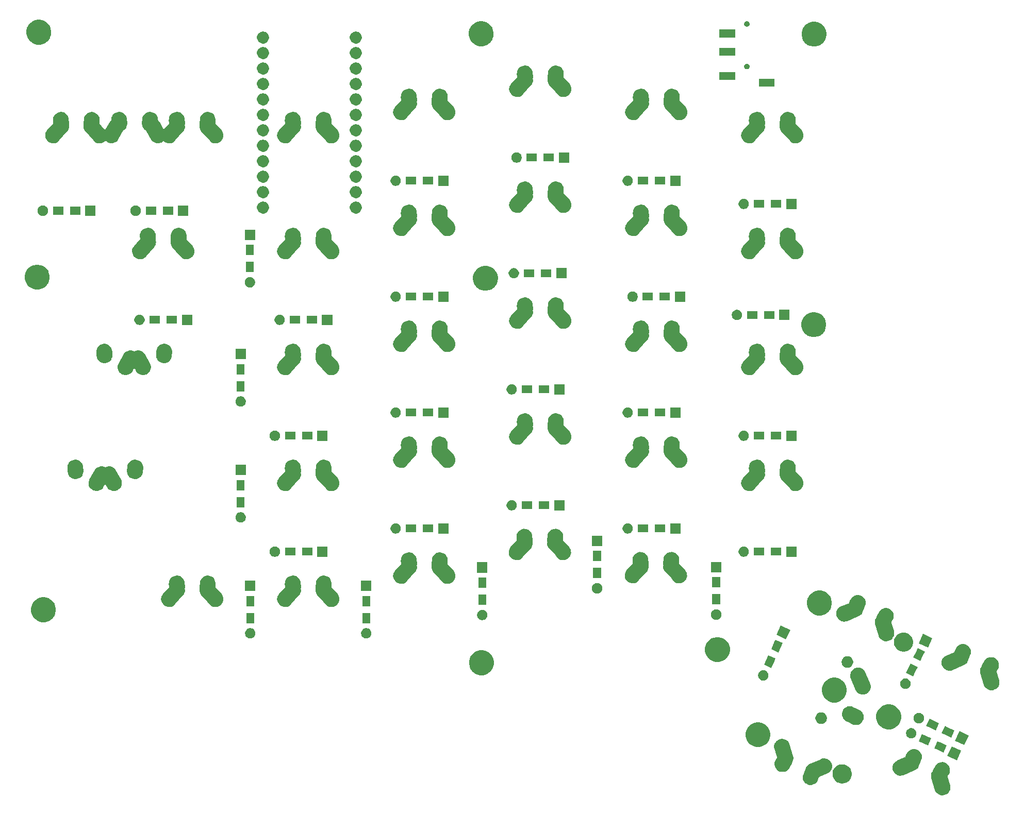
<source format=gbr>
G04 #@! TF.GenerationSoftware,KiCad,Pcbnew,(5.0.2)-1*
G04 #@! TF.CreationDate,2020-01-15T18:12:48+05:30*
G04 #@! TF.ProjectId,ergocape,6572676f-6361-4706-952e-6b696361645f,rev?*
G04 #@! TF.SameCoordinates,Original*
G04 #@! TF.FileFunction,Soldermask,Bot*
G04 #@! TF.FilePolarity,Negative*
%FSLAX46Y46*%
G04 Gerber Fmt 4.6, Leading zero omitted, Abs format (unit mm)*
G04 Created by KiCad (PCBNEW (5.0.2)-1) date 1/15/2020 6:12:48 PM*
%MOMM*%
%LPD*%
G01*
G04 APERTURE LIST*
%ADD10C,0.100000*%
G04 APERTURE END LIST*
D10*
G36*
X188190917Y-140176175D02*
X188344666Y-140178376D01*
X188595276Y-140231965D01*
X188595280Y-140231967D01*
X188595281Y-140231967D01*
X188830611Y-140333414D01*
X188830614Y-140333416D01*
X189041639Y-140478829D01*
X189148445Y-140588738D01*
X189220241Y-140662619D01*
X189359554Y-140877718D01*
X189454228Y-141115865D01*
X189500622Y-141367908D01*
X189498024Y-141549355D01*
X189496953Y-141624153D01*
X189443364Y-141874762D01*
X189367334Y-142051131D01*
X189257007Y-142250616D01*
X189121640Y-142495378D01*
X189111940Y-142517880D01*
X189106816Y-142541843D01*
X189106465Y-142566344D01*
X189111423Y-142592209D01*
X189538868Y-143999097D01*
X189576420Y-144187450D01*
X189576476Y-144315672D01*
X189576532Y-144443724D01*
X189526644Y-144695098D01*
X189428675Y-144931907D01*
X189286390Y-145145053D01*
X189105256Y-145326346D01*
X189044239Y-145367154D01*
X188892233Y-145468817D01*
X188813325Y-145501542D01*
X188655511Y-145566992D01*
X188529845Y-145592045D01*
X188404181Y-145617098D01*
X188233334Y-145617173D01*
X188147907Y-145617210D01*
X188147906Y-145617210D01*
X187896534Y-145567323D01*
X187729025Y-145498023D01*
X187659725Y-145469354D01*
X187446580Y-145327069D01*
X187265284Y-145145931D01*
X187122817Y-144932915D01*
X187122815Y-144932912D01*
X187049240Y-144755503D01*
X186441858Y-142756369D01*
X186404306Y-142568016D01*
X186404237Y-142408791D01*
X186404194Y-142311743D01*
X186454082Y-142060370D01*
X186552051Y-141823560D01*
X186640093Y-141691671D01*
X186651635Y-141670055D01*
X186658364Y-141648416D01*
X186671110Y-141588807D01*
X186671110Y-141588806D01*
X186671111Y-141588803D01*
X186720528Y-141474169D01*
X186747140Y-141412437D01*
X187090366Y-140791839D01*
X187199344Y-140633691D01*
X187199346Y-140633688D01*
X187383131Y-140455090D01*
X187598233Y-140315775D01*
X187836380Y-140221101D01*
X188045935Y-140182528D01*
X188088418Y-140174708D01*
X188088420Y-140174708D01*
X188190917Y-140176175D01*
X188190917Y-140176175D01*
G37*
G36*
X169092180Y-139572416D02*
X169179273Y-139597843D01*
X169338185Y-139644236D01*
X169565452Y-139762670D01*
X169765242Y-139923162D01*
X169765245Y-139923165D01*
X169929890Y-140119555D01*
X170053057Y-140344291D01*
X170114847Y-140540563D01*
X170130013Y-140588738D01*
X170153559Y-140804596D01*
X170157802Y-140843502D01*
X170135355Y-141098791D01*
X170120829Y-141148547D01*
X170063535Y-141344797D01*
X169945101Y-141572062D01*
X169784609Y-141771853D01*
X169784606Y-141771856D01*
X169588216Y-141936501D01*
X169419792Y-142028806D01*
X168067292Y-142605696D01*
X168045810Y-142617469D01*
X168027032Y-142633212D01*
X168011686Y-142652316D01*
X167999690Y-142675754D01*
X167817971Y-143147793D01*
X167817299Y-143149538D01*
X167731063Y-143321147D01*
X167573533Y-143523285D01*
X167379593Y-143690807D01*
X167156695Y-143817277D01*
X166913416Y-143897828D01*
X166809700Y-143910691D01*
X166659086Y-143929371D01*
X166659081Y-143929371D01*
X166403499Y-143910692D01*
X166403496Y-143910691D01*
X166403493Y-143910691D01*
X166156457Y-143842506D01*
X166156456Y-143842506D01*
X166156454Y-143842505D01*
X165927466Y-143727436D01*
X165725328Y-143569906D01*
X165557806Y-143375966D01*
X165431336Y-143153068D01*
X165350785Y-142909789D01*
X165331758Y-142756371D01*
X165319242Y-142655459D01*
X165319242Y-142655454D01*
X165337921Y-142399872D01*
X165337922Y-142399869D01*
X165337922Y-142399866D01*
X165389022Y-142214729D01*
X165389023Y-142214727D01*
X165389025Y-142214719D01*
X165643805Y-141552894D01*
X165730043Y-141381280D01*
X165767507Y-141333207D01*
X165780602Y-141312495D01*
X165788902Y-141291401D01*
X165833343Y-141139178D01*
X165951777Y-140911912D01*
X166112269Y-140712121D01*
X166112272Y-140712118D01*
X166308662Y-140547473D01*
X166477086Y-140455168D01*
X168100623Y-139762670D01*
X168398932Y-139635430D01*
X168582126Y-139577758D01*
X168836888Y-139549969D01*
X168836890Y-139549969D01*
X169092180Y-139572416D01*
X169092180Y-139572416D01*
G37*
G36*
X172077826Y-140546023D02*
X172253754Y-140581017D01*
X172363658Y-140626541D01*
X172540384Y-140699743D01*
X172798350Y-140872110D01*
X173017724Y-141091484D01*
X173190091Y-141349450D01*
X173222919Y-141428705D01*
X173308817Y-141636080D01*
X173317473Y-141679596D01*
X173356295Y-141874767D01*
X173369343Y-141940367D01*
X173369343Y-142250615D01*
X173308817Y-142554902D01*
X173287779Y-142605692D01*
X173190091Y-142841532D01*
X173017724Y-143099498D01*
X172798350Y-143318872D01*
X172540384Y-143491239D01*
X172372480Y-143560787D01*
X172253754Y-143609965D01*
X172101610Y-143640228D01*
X171949468Y-143670491D01*
X171639218Y-143670491D01*
X171487076Y-143640228D01*
X171334932Y-143609965D01*
X171216206Y-143560787D01*
X171048302Y-143491239D01*
X170790336Y-143318872D01*
X170570962Y-143099498D01*
X170398595Y-142841532D01*
X170300907Y-142605692D01*
X170279869Y-142554902D01*
X170219343Y-142250615D01*
X170219343Y-141940367D01*
X170232392Y-141874767D01*
X170271213Y-141679596D01*
X170279869Y-141636080D01*
X170365767Y-141428705D01*
X170398595Y-141349450D01*
X170570962Y-141091484D01*
X170790336Y-140872110D01*
X171048302Y-140699743D01*
X171225028Y-140626541D01*
X171334932Y-140581017D01*
X171510860Y-140546023D01*
X171639218Y-140520491D01*
X171949468Y-140520491D01*
X172077826Y-140546023D01*
X172077826Y-140546023D01*
G37*
G36*
X183816501Y-138042308D02*
X183816504Y-138042309D01*
X183816507Y-138042309D01*
X184063543Y-138110494D01*
X184063544Y-138110494D01*
X184063546Y-138110495D01*
X184292534Y-138225564D01*
X184494672Y-138383094D01*
X184662194Y-138577034D01*
X184788664Y-138799932D01*
X184869215Y-139043211D01*
X184869215Y-139043215D01*
X184900758Y-139297541D01*
X184900758Y-139297546D01*
X184882079Y-139553129D01*
X184882078Y-139553132D01*
X184882078Y-139553135D01*
X184855220Y-139650442D01*
X184830975Y-139738282D01*
X184576195Y-140400106D01*
X184489955Y-140571723D01*
X184452494Y-140619792D01*
X184439398Y-140640503D01*
X184431098Y-140661598D01*
X184386657Y-140813823D01*
X184268223Y-141041088D01*
X184107731Y-141240879D01*
X184107728Y-141240882D01*
X183911338Y-141405527D01*
X183742914Y-141497832D01*
X181821069Y-142317568D01*
X181821066Y-142317569D01*
X181637873Y-142375242D01*
X181383112Y-142403031D01*
X181383109Y-142403031D01*
X181127821Y-142380584D01*
X181067890Y-142363087D01*
X180881815Y-142308764D01*
X180654549Y-142190330D01*
X180454758Y-142029838D01*
X180454755Y-142029835D01*
X180290110Y-141833445D01*
X180166943Y-141608709D01*
X180089987Y-141364262D01*
X180086600Y-141333207D01*
X180062198Y-141109501D01*
X180062198Y-141109498D01*
X180084645Y-140854210D01*
X180102885Y-140791733D01*
X180156465Y-140608204D01*
X180274899Y-140380938D01*
X180435391Y-140181147D01*
X180435394Y-140181144D01*
X180631784Y-140016499D01*
X180800208Y-139924194D01*
X182047470Y-139392191D01*
X182152701Y-139347306D01*
X182174190Y-139335529D01*
X182192968Y-139319786D01*
X182208314Y-139300682D01*
X182220313Y-139277236D01*
X182402697Y-138803470D01*
X182456039Y-138697320D01*
X182488935Y-138631856D01*
X182488937Y-138631853D01*
X182646467Y-138429715D01*
X182840407Y-138262193D01*
X183063301Y-138135726D01*
X183184334Y-138095651D01*
X183306588Y-138055172D01*
X183560913Y-138023629D01*
X183560919Y-138023629D01*
X183816501Y-138042308D01*
X183816501Y-138042308D01*
G37*
G36*
X162323465Y-136385677D02*
X162560275Y-136483646D01*
X162773420Y-136625930D01*
X162853021Y-136705462D01*
X162954713Y-136807065D01*
X163097185Y-137020088D01*
X163170760Y-137197496D01*
X163778142Y-139196629D01*
X163815694Y-139384982D01*
X163815730Y-139469004D01*
X163815806Y-139641256D01*
X163765918Y-139892630D01*
X163667949Y-140129439D01*
X163579908Y-140261326D01*
X163568366Y-140282942D01*
X163561637Y-140304582D01*
X163549923Y-140359362D01*
X163548889Y-140364198D01*
X163499473Y-140478829D01*
X163472860Y-140540563D01*
X163208898Y-141017839D01*
X163129632Y-141161163D01*
X163020654Y-141319313D01*
X162836870Y-141497910D01*
X162621767Y-141637225D01*
X162383621Y-141731899D01*
X162131578Y-141778293D01*
X161885470Y-141774769D01*
X161875334Y-141774624D01*
X161624724Y-141721035D01*
X161389386Y-141619584D01*
X161389385Y-141619584D01*
X161389384Y-141619583D01*
X161178358Y-141474169D01*
X160999761Y-141290385D01*
X160860446Y-141075282D01*
X160765772Y-140837136D01*
X160719378Y-140585093D01*
X160723047Y-140328852D01*
X160723047Y-140328849D01*
X160776636Y-140078239D01*
X160780036Y-140070353D01*
X160852666Y-139901869D01*
X160877295Y-139857336D01*
X161098360Y-139457621D01*
X161108061Y-139435120D01*
X161113185Y-139411157D01*
X161113536Y-139386656D01*
X161108579Y-139360797D01*
X160681132Y-137953901D01*
X160643580Y-137765548D01*
X160643479Y-137533332D01*
X160643468Y-137509275D01*
X160693356Y-137257902D01*
X160791325Y-137021092D01*
X160933609Y-136807947D01*
X161036005Y-136705462D01*
X161114744Y-136626654D01*
X161115827Y-136625930D01*
X161327764Y-136484184D01*
X161327767Y-136484182D01*
X161440632Y-136437375D01*
X161564489Y-136386008D01*
X161614676Y-136376003D01*
X161815819Y-136335901D01*
X161944012Y-136335845D01*
X162072092Y-136335789D01*
X162323465Y-136385677D01*
X162323465Y-136385677D01*
G37*
G36*
X191350517Y-138311591D02*
X190631220Y-139854128D01*
X189088683Y-139134831D01*
X189807980Y-137592294D01*
X191350517Y-138311591D01*
X191350517Y-138311591D01*
G37*
G36*
X187975219Y-136958340D02*
X189000224Y-137436308D01*
X188449975Y-138616321D01*
X188449974Y-138616321D01*
X187246590Y-138055173D01*
X186907438Y-137897024D01*
X187457687Y-136717011D01*
X187457688Y-136717011D01*
X187975219Y-136958340D01*
X187975219Y-136958340D01*
G37*
G36*
X158578684Y-133688474D02*
X158578686Y-133688475D01*
X158578687Y-133688475D01*
X158950835Y-133842623D01*
X159285760Y-134066413D01*
X159570589Y-134351242D01*
X159794379Y-134686167D01*
X159948527Y-135058315D01*
X159948528Y-135058318D01*
X160027112Y-135453384D01*
X160027112Y-135856196D01*
X159949757Y-136245085D01*
X159948527Y-136251265D01*
X159794379Y-136623413D01*
X159570589Y-136958338D01*
X159285760Y-137243167D01*
X158950835Y-137466957D01*
X158578687Y-137621105D01*
X158578686Y-137621105D01*
X158578684Y-137621106D01*
X158183618Y-137699690D01*
X157780806Y-137699690D01*
X157385740Y-137621106D01*
X157385738Y-137621105D01*
X157385737Y-137621105D01*
X157013589Y-137466957D01*
X156678664Y-137243167D01*
X156393835Y-136958338D01*
X156170045Y-136623413D01*
X156015897Y-136251265D01*
X156014668Y-136245085D01*
X155937312Y-135856196D01*
X155937312Y-135453384D01*
X156015896Y-135058318D01*
X156015897Y-135058315D01*
X156170045Y-134686167D01*
X156393835Y-134351242D01*
X156678664Y-134066413D01*
X157013589Y-133842623D01*
X157385737Y-133688475D01*
X157385738Y-133688475D01*
X157385740Y-133688474D01*
X157780806Y-133609890D01*
X158183618Y-133609890D01*
X158578684Y-133688474D01*
X158578684Y-133688474D01*
G37*
G36*
X185518154Y-135812591D02*
X186462562Y-136252976D01*
X185912313Y-137432989D01*
X185912312Y-137432989D01*
X185141044Y-137073340D01*
X184369776Y-136713692D01*
X184920025Y-135533679D01*
X184920026Y-135533679D01*
X185518154Y-135812591D01*
X185518154Y-135812591D01*
G37*
G36*
X192600517Y-135812591D02*
X191881220Y-137355128D01*
X190338683Y-136635831D01*
X191057980Y-135093294D01*
X192600517Y-135812591D01*
X192600517Y-135812591D01*
G37*
G36*
X183398628Y-134608492D02*
X183553500Y-134672642D01*
X183692881Y-134765774D01*
X183811415Y-134884308D01*
X183904547Y-135023689D01*
X183968697Y-135178561D01*
X184001400Y-135342973D01*
X184001400Y-135510605D01*
X183968697Y-135675017D01*
X183904547Y-135829889D01*
X183811415Y-135969270D01*
X183692881Y-136087804D01*
X183553500Y-136180936D01*
X183398628Y-136245086D01*
X183234216Y-136277789D01*
X183066584Y-136277789D01*
X182902172Y-136245086D01*
X182747300Y-136180936D01*
X182607919Y-136087804D01*
X182489385Y-135969270D01*
X182396253Y-135829889D01*
X182332103Y-135675017D01*
X182299400Y-135510605D01*
X182299400Y-135342973D01*
X182332103Y-135178561D01*
X182396253Y-135023689D01*
X182489385Y-134884308D01*
X182607919Y-134765774D01*
X182747300Y-134672642D01*
X182902172Y-134608492D01*
X183066584Y-134575789D01*
X183234216Y-134575789D01*
X183398628Y-134608492D01*
X183398628Y-134608492D01*
G37*
G36*
X188993402Y-134351242D02*
X190250224Y-134937308D01*
X189699975Y-136117321D01*
X189699974Y-136117321D01*
X188751451Y-135675017D01*
X188157438Y-135398024D01*
X188707687Y-134218011D01*
X188707688Y-134218011D01*
X188993402Y-134351242D01*
X188993402Y-134351242D01*
G37*
G36*
X186719270Y-133290796D02*
X187712562Y-133753976D01*
X187162313Y-134933989D01*
X187162312Y-134933989D01*
X186301472Y-134532572D01*
X185619776Y-134214692D01*
X186170025Y-133034679D01*
X186170026Y-133034679D01*
X186719270Y-133290796D01*
X186719270Y-133290796D01*
G37*
G36*
X180049252Y-130742818D02*
X180049254Y-130742819D01*
X180049255Y-130742819D01*
X180422513Y-130897427D01*
X180422514Y-130897428D01*
X180758439Y-131121886D01*
X181044114Y-131407561D01*
X181044116Y-131407564D01*
X181268573Y-131743487D01*
X181420177Y-132109493D01*
X181423182Y-132116748D01*
X181502000Y-132512993D01*
X181502000Y-132917007D01*
X181427649Y-133290796D01*
X181423181Y-133313255D01*
X181268573Y-133686513D01*
X181164347Y-133842498D01*
X181044114Y-134022439D01*
X180758439Y-134308114D01*
X180758436Y-134308116D01*
X180422513Y-134532573D01*
X180049255Y-134687181D01*
X180049254Y-134687181D01*
X180049252Y-134687182D01*
X179653007Y-134766000D01*
X179248993Y-134766000D01*
X178852748Y-134687182D01*
X178852746Y-134687181D01*
X178852745Y-134687181D01*
X178479487Y-134532573D01*
X178143564Y-134308116D01*
X178143561Y-134308114D01*
X177857886Y-134022439D01*
X177737653Y-133842498D01*
X177633427Y-133686513D01*
X177478819Y-133313255D01*
X177474352Y-133290796D01*
X177400000Y-132917007D01*
X177400000Y-132512993D01*
X177478818Y-132116748D01*
X177481823Y-132109493D01*
X177633427Y-131743487D01*
X177857884Y-131407564D01*
X177857886Y-131407561D01*
X178143561Y-131121886D01*
X178479486Y-130897428D01*
X178479487Y-130897427D01*
X178852745Y-130742819D01*
X178852746Y-130742819D01*
X178852748Y-130742818D01*
X179248993Y-130664000D01*
X179653007Y-130664000D01*
X180049252Y-130742818D01*
X180049252Y-130742818D01*
G37*
G36*
X173457170Y-131029239D02*
X173457172Y-131029240D01*
X173457173Y-131029240D01*
X173680836Y-131121884D01*
X173693940Y-131127312D01*
X173825631Y-131215305D01*
X173847242Y-131226856D01*
X173869035Y-131233628D01*
X173927102Y-131245997D01*
X174103530Y-131321888D01*
X174103532Y-131321889D01*
X174724400Y-131664627D01*
X174882635Y-131773480D01*
X175061381Y-131957129D01*
X175164938Y-132116745D01*
X175200865Y-132172122D01*
X175295724Y-132410188D01*
X175342316Y-132662192D01*
X175338850Y-132918447D01*
X175304546Y-133079488D01*
X175285458Y-133169096D01*
X175184193Y-133404514D01*
X175038945Y-133615653D01*
X174855297Y-133794399D01*
X174640306Y-133933882D01*
X174640303Y-133933883D01*
X174402238Y-134028742D01*
X174300192Y-134047609D01*
X174150232Y-134075335D01*
X173906967Y-134072044D01*
X173893977Y-134071868D01*
X173643328Y-134018477D01*
X173466902Y-133942586D01*
X173466900Y-133942585D01*
X172846031Y-133599847D01*
X172787085Y-133559296D01*
X172765640Y-133547459D01*
X172740633Y-133539688D01*
X172698200Y-133531247D01*
X172698198Y-133531246D01*
X172698197Y-133531246D01*
X172461430Y-133433174D01*
X172248346Y-133290796D01*
X172248343Y-133290794D01*
X172067134Y-133109585D01*
X171924754Y-132896498D01*
X171907268Y-132854283D01*
X171826682Y-132659731D01*
X171797494Y-132512993D01*
X171776685Y-132408382D01*
X171776685Y-132152104D01*
X171826681Y-131900758D01*
X171884027Y-131762313D01*
X171924754Y-131663988D01*
X172067132Y-131450904D01*
X172067134Y-131450901D01*
X172248343Y-131269692D01*
X172461430Y-131127312D01*
X172474534Y-131121884D01*
X172698197Y-131029240D01*
X172698198Y-131029240D01*
X172698200Y-131029239D01*
X172949546Y-130979243D01*
X173205824Y-130979243D01*
X173457170Y-131029239D01*
X173457170Y-131029239D01*
G37*
G36*
X168639495Y-132013590D02*
X168812565Y-132085278D01*
X168968329Y-132189356D01*
X169100787Y-132321814D01*
X169204865Y-132477578D01*
X169276553Y-132650648D01*
X169313099Y-132834377D01*
X169313099Y-133021711D01*
X169276553Y-133205440D01*
X169204865Y-133378510D01*
X169100787Y-133534274D01*
X168968329Y-133666732D01*
X168812565Y-133770810D01*
X168639495Y-133842498D01*
X168455766Y-133879044D01*
X168268432Y-133879044D01*
X168084703Y-133842498D01*
X167911633Y-133770810D01*
X167755869Y-133666732D01*
X167623411Y-133534274D01*
X167519333Y-133378510D01*
X167447645Y-133205440D01*
X167411099Y-133021711D01*
X167411099Y-132834377D01*
X167447645Y-132650648D01*
X167519333Y-132477578D01*
X167623411Y-132321814D01*
X167755869Y-132189356D01*
X167911633Y-132085278D01*
X168084703Y-132013590D01*
X168268432Y-131977044D01*
X168455766Y-131977044D01*
X168639495Y-132013590D01*
X168639495Y-132013590D01*
G37*
G36*
X184648628Y-132109492D02*
X184803500Y-132173642D01*
X184942881Y-132266774D01*
X185061415Y-132385308D01*
X185154547Y-132524689D01*
X185218697Y-132679561D01*
X185251400Y-132843973D01*
X185251400Y-133011605D01*
X185218697Y-133176017D01*
X185154547Y-133330889D01*
X185061415Y-133470270D01*
X184942881Y-133588804D01*
X184803500Y-133681936D01*
X184648628Y-133746086D01*
X184484216Y-133778789D01*
X184316584Y-133778789D01*
X184152172Y-133746086D01*
X183997300Y-133681936D01*
X183857919Y-133588804D01*
X183739385Y-133470270D01*
X183646253Y-133330889D01*
X183582103Y-133176017D01*
X183549400Y-133011605D01*
X183549400Y-132843973D01*
X183582103Y-132679561D01*
X183646253Y-132524689D01*
X183739385Y-132385308D01*
X183857919Y-132266774D01*
X183997300Y-132173642D01*
X184152172Y-132109492D01*
X184316584Y-132076789D01*
X184484216Y-132076789D01*
X184648628Y-132109492D01*
X184648628Y-132109492D01*
G37*
G36*
X171105472Y-126357684D02*
X171105474Y-126357685D01*
X171105475Y-126357685D01*
X171477623Y-126511833D01*
X171812548Y-126735623D01*
X172097377Y-127020452D01*
X172321167Y-127355377D01*
X172457565Y-127684672D01*
X172475316Y-127727528D01*
X172553900Y-128122594D01*
X172553900Y-128525406D01*
X172479063Y-128901636D01*
X172475315Y-128920475D01*
X172321167Y-129292623D01*
X172097377Y-129627548D01*
X171812548Y-129912377D01*
X171477623Y-130136167D01*
X171105475Y-130290315D01*
X171105474Y-130290315D01*
X171105472Y-130290316D01*
X170710406Y-130368900D01*
X170307594Y-130368900D01*
X169912528Y-130290316D01*
X169912526Y-130290315D01*
X169912525Y-130290315D01*
X169540377Y-130136167D01*
X169205452Y-129912377D01*
X168920623Y-129627548D01*
X168696833Y-129292623D01*
X168542685Y-128920475D01*
X168538938Y-128901636D01*
X168464100Y-128525406D01*
X168464100Y-128122594D01*
X168542684Y-127727528D01*
X168560435Y-127684672D01*
X168696833Y-127355377D01*
X168920623Y-127020452D01*
X169205452Y-126735623D01*
X169540377Y-126511833D01*
X169912525Y-126357685D01*
X169912526Y-126357685D01*
X169912528Y-126357684D01*
X170307594Y-126279100D01*
X170710406Y-126279100D01*
X171105472Y-126357684D01*
X171105472Y-126357684D01*
G37*
G36*
X174662790Y-124659645D02*
X174701533Y-124670956D01*
X174908796Y-124731465D01*
X175136062Y-124849899D01*
X175335853Y-125010391D01*
X175335856Y-125010394D01*
X175500501Y-125206784D01*
X175592806Y-125375208D01*
X176252761Y-126922450D01*
X176335337Y-127116046D01*
X176342053Y-127128453D01*
X176389655Y-127243374D01*
X176390162Y-127244580D01*
X176412544Y-127297055D01*
X176412966Y-127298395D01*
X176416713Y-127308699D01*
X176441781Y-127369218D01*
X176451643Y-127418798D01*
X176455008Y-127431941D01*
X176470216Y-127480248D01*
X176471335Y-127490503D01*
X176477331Y-127545479D01*
X176478996Y-127556311D01*
X176491777Y-127620565D01*
X176491777Y-127671118D01*
X176492514Y-127684672D01*
X176498005Y-127735010D01*
X176492257Y-127800379D01*
X176491777Y-127811328D01*
X176491777Y-127876841D01*
X176481914Y-127926425D01*
X176479994Y-127939848D01*
X176475558Y-127990302D01*
X176475557Y-127990305D01*
X176457171Y-128053283D01*
X176454564Y-128063927D01*
X176441781Y-128128189D01*
X176422432Y-128174902D01*
X176417926Y-128187708D01*
X176403739Y-128236303D01*
X176373418Y-128294487D01*
X176368784Y-128304420D01*
X176343708Y-128364959D01*
X176315617Y-128407000D01*
X176308699Y-128418681D01*
X176285307Y-128463569D01*
X176244225Y-128514710D01*
X176237746Y-128523543D01*
X176236501Y-128525406D01*
X176201328Y-128578046D01*
X176165565Y-128613809D01*
X176156502Y-128623914D01*
X176124812Y-128663364D01*
X176124809Y-128663367D01*
X176074543Y-128705507D01*
X176066475Y-128712899D01*
X176020119Y-128759255D01*
X175978051Y-128787364D01*
X175967202Y-128795498D01*
X175928419Y-128828012D01*
X175870909Y-128859530D01*
X175861553Y-128865205D01*
X175807032Y-128901635D01*
X175760283Y-128920999D01*
X175748049Y-128926864D01*
X175703683Y-128951179D01*
X175641152Y-128970865D01*
X175630857Y-128974609D01*
X175570265Y-128999707D01*
X175570264Y-128999707D01*
X175570262Y-128999708D01*
X175520623Y-129009582D01*
X175507476Y-129012948D01*
X175500587Y-129015117D01*
X175459237Y-129028135D01*
X175445110Y-129029676D01*
X175394077Y-129035242D01*
X175383256Y-129036906D01*
X175318914Y-129049704D01*
X175268294Y-129049704D01*
X175254740Y-129050441D01*
X175204475Y-129055924D01*
X175204472Y-129055924D01*
X175139185Y-129050183D01*
X175128248Y-129049704D01*
X175062640Y-129049704D01*
X175012978Y-129039826D01*
X174999559Y-129037906D01*
X174949183Y-129033477D01*
X174949180Y-129033476D01*
X174949179Y-129033476D01*
X174886293Y-129015117D01*
X174875649Y-129012510D01*
X174811292Y-128999709D01*
X174777180Y-128985579D01*
X174764502Y-128980327D01*
X174751701Y-128975823D01*
X174703181Y-128961658D01*
X174645086Y-128931383D01*
X174635153Y-128926749D01*
X174574523Y-128901636D01*
X174532409Y-128873496D01*
X174520730Y-128866579D01*
X174500840Y-128856213D01*
X174475912Y-128843223D01*
X174442037Y-128816011D01*
X174424856Y-128802210D01*
X174416021Y-128795729D01*
X174361437Y-128759257D01*
X174325614Y-128723434D01*
X174315509Y-128714371D01*
X174276121Y-128682731D01*
X174259887Y-128663367D01*
X174234040Y-128632537D01*
X174226648Y-128624468D01*
X174180226Y-128578046D01*
X174152075Y-128535915D01*
X174143931Y-128525054D01*
X174111475Y-128486340D01*
X174111473Y-128486338D01*
X174080001Y-128428913D01*
X174074323Y-128419551D01*
X174037846Y-128364959D01*
X173991394Y-128252814D01*
X173990948Y-128251754D01*
X173199432Y-126396069D01*
X173141758Y-126212873D01*
X173113969Y-125958112D01*
X173113969Y-125958109D01*
X173136416Y-125702821D01*
X173176688Y-125564878D01*
X173208236Y-125456815D01*
X173326670Y-125229549D01*
X173487162Y-125029758D01*
X173487165Y-125029755D01*
X173683555Y-124865110D01*
X173908291Y-124741943D01*
X174152738Y-124664987D01*
X174201712Y-124659645D01*
X174407499Y-124637198D01*
X174407502Y-124637198D01*
X174662790Y-124659645D01*
X174662790Y-124659645D01*
G37*
G36*
X196240917Y-122911175D02*
X196394666Y-122913376D01*
X196645276Y-122966965D01*
X196645280Y-122966967D01*
X196645281Y-122966967D01*
X196880611Y-123068414D01*
X196880614Y-123068416D01*
X197091639Y-123213829D01*
X197181908Y-123306721D01*
X197270241Y-123397619D01*
X197409554Y-123612718D01*
X197504228Y-123850865D01*
X197550622Y-124102908D01*
X197548617Y-124242931D01*
X197546953Y-124359153D01*
X197493364Y-124609762D01*
X197417334Y-124786131D01*
X197335660Y-124933808D01*
X197171640Y-125230378D01*
X197161940Y-125252880D01*
X197156816Y-125276843D01*
X197156465Y-125301344D01*
X197161423Y-125327209D01*
X197588868Y-126734097D01*
X197626420Y-126922450D01*
X197626462Y-127020450D01*
X197626532Y-127178724D01*
X197576644Y-127430098D01*
X197478675Y-127666907D01*
X197336390Y-127880053D01*
X197155256Y-128061346D01*
X197055307Y-128128192D01*
X196942233Y-128203817D01*
X196863901Y-128236303D01*
X196705511Y-128301992D01*
X196579845Y-128327045D01*
X196454181Y-128352098D01*
X196283327Y-128352173D01*
X196197907Y-128352210D01*
X196197906Y-128352210D01*
X195946534Y-128302323D01*
X195779025Y-128233023D01*
X195709725Y-128204354D01*
X195496580Y-128062069D01*
X195315284Y-127880931D01*
X195172817Y-127667915D01*
X195172815Y-127667912D01*
X195099240Y-127490503D01*
X194491858Y-125491369D01*
X194454306Y-125303016D01*
X194454237Y-125143791D01*
X194454194Y-125046743D01*
X194504082Y-124795370D01*
X194602051Y-124558560D01*
X194690093Y-124426671D01*
X194701635Y-124405055D01*
X194708364Y-124383416D01*
X194721110Y-124323807D01*
X194721110Y-124323806D01*
X194721111Y-124323803D01*
X194787232Y-124170422D01*
X194797140Y-124147437D01*
X195140366Y-123526839D01*
X195249344Y-123368691D01*
X195249346Y-123368688D01*
X195433131Y-123190090D01*
X195648233Y-123050775D01*
X195886380Y-122956101D01*
X196095935Y-122917528D01*
X196138418Y-122909708D01*
X196138420Y-122909708D01*
X196240917Y-122911175D01*
X196240917Y-122911175D01*
G37*
G36*
X182437017Y-126460303D02*
X182591889Y-126524453D01*
X182731270Y-126617585D01*
X182849804Y-126736119D01*
X182942936Y-126875500D01*
X183007086Y-127030372D01*
X183039789Y-127194784D01*
X183039789Y-127362416D01*
X183007086Y-127526828D01*
X182942936Y-127681700D01*
X182849804Y-127821081D01*
X182731270Y-127939615D01*
X182591889Y-128032747D01*
X182437017Y-128096897D01*
X182272605Y-128129600D01*
X182104973Y-128129600D01*
X181940561Y-128096897D01*
X181785689Y-128032747D01*
X181646308Y-127939615D01*
X181527774Y-127821081D01*
X181434642Y-127681700D01*
X181370492Y-127526828D01*
X181337789Y-127362416D01*
X181337789Y-127194784D01*
X181370492Y-127030372D01*
X181434642Y-126875500D01*
X181527774Y-126736119D01*
X181646308Y-126617585D01*
X181785689Y-126524453D01*
X181940561Y-126460303D01*
X182104973Y-126427600D01*
X182272605Y-126427600D01*
X182437017Y-126460303D01*
X182437017Y-126460303D01*
G37*
G36*
X159103017Y-125100303D02*
X159257889Y-125164453D01*
X159397270Y-125257585D01*
X159515804Y-125376119D01*
X159608936Y-125515500D01*
X159673086Y-125670372D01*
X159705789Y-125834784D01*
X159705789Y-126002416D01*
X159673086Y-126166828D01*
X159608936Y-126321700D01*
X159515804Y-126461081D01*
X159397270Y-126579615D01*
X159257889Y-126672747D01*
X159103017Y-126736897D01*
X158938605Y-126769600D01*
X158770973Y-126769600D01*
X158606561Y-126736897D01*
X158451689Y-126672747D01*
X158312308Y-126579615D01*
X158193774Y-126461081D01*
X158100642Y-126321700D01*
X158036492Y-126166828D01*
X158003789Y-126002416D01*
X158003789Y-125834784D01*
X158036492Y-125670372D01*
X158100642Y-125515500D01*
X158193774Y-125376119D01*
X158312308Y-125257585D01*
X158451689Y-125164453D01*
X158606561Y-125100303D01*
X158770973Y-125067600D01*
X158938605Y-125067600D01*
X159103017Y-125100303D01*
X159103017Y-125100303D01*
G37*
G36*
X184194989Y-124516687D02*
X184194989Y-124516688D01*
X183902566Y-125143791D01*
X183480958Y-126047932D01*
X183475692Y-126059223D01*
X183475692Y-126059224D01*
X182295679Y-125508975D01*
X182303888Y-125491371D01*
X182702195Y-124637198D01*
X183014976Y-123966438D01*
X184194989Y-124516687D01*
X184194989Y-124516687D01*
G37*
G36*
X113184252Y-121852818D02*
X113184254Y-121852819D01*
X113184255Y-121852819D01*
X113557513Y-122007427D01*
X113846175Y-122200305D01*
X113893439Y-122231886D01*
X114179114Y-122517561D01*
X114179116Y-122517564D01*
X114403573Y-122853487D01*
X114542998Y-123190090D01*
X114558182Y-123226748D01*
X114637000Y-123622993D01*
X114637000Y-124027007D01*
X114559904Y-124414596D01*
X114558181Y-124423255D01*
X114403573Y-124796513D01*
X114222438Y-125067600D01*
X114179114Y-125132439D01*
X113893439Y-125418114D01*
X113893436Y-125418116D01*
X113557513Y-125642573D01*
X113184255Y-125797181D01*
X113184254Y-125797181D01*
X113184252Y-125797182D01*
X112788007Y-125876000D01*
X112383993Y-125876000D01*
X111987748Y-125797182D01*
X111987746Y-125797181D01*
X111987745Y-125797181D01*
X111614487Y-125642573D01*
X111278564Y-125418116D01*
X111278561Y-125418114D01*
X110992886Y-125132439D01*
X110949562Y-125067600D01*
X110768427Y-124796513D01*
X110613819Y-124423255D01*
X110612097Y-124414596D01*
X110535000Y-124027007D01*
X110535000Y-123622993D01*
X110613818Y-123226748D01*
X110629002Y-123190090D01*
X110768427Y-122853487D01*
X110992884Y-122517564D01*
X110992886Y-122517561D01*
X111278561Y-122231886D01*
X111325825Y-122200305D01*
X111614487Y-122007427D01*
X111987745Y-121852819D01*
X111987746Y-121852819D01*
X111987748Y-121852818D01*
X112383993Y-121774000D01*
X112788007Y-121774000D01*
X113184252Y-121852818D01*
X113184252Y-121852818D01*
G37*
G36*
X191866501Y-120777308D02*
X191866504Y-120777309D01*
X191866507Y-120777309D01*
X192113543Y-120845494D01*
X192113544Y-120845494D01*
X192113546Y-120845495D01*
X192342534Y-120960564D01*
X192544672Y-121118094D01*
X192712194Y-121312034D01*
X192838664Y-121534932D01*
X192919215Y-121778211D01*
X192930352Y-121868007D01*
X192950758Y-122032541D01*
X192950758Y-122032546D01*
X192932079Y-122288129D01*
X192932078Y-122288132D01*
X192932078Y-122288135D01*
X192905220Y-122385442D01*
X192880975Y-122473282D01*
X192626195Y-123135106D01*
X192539955Y-123306723D01*
X192502494Y-123354792D01*
X192489398Y-123375503D01*
X192481098Y-123396598D01*
X192436657Y-123548823D01*
X192318223Y-123776088D01*
X192157731Y-123975879D01*
X192157728Y-123975882D01*
X191961338Y-124140527D01*
X191792914Y-124232832D01*
X189871069Y-125052568D01*
X189871066Y-125052569D01*
X189687873Y-125110242D01*
X189433112Y-125138031D01*
X189433109Y-125138031D01*
X189177821Y-125115584D01*
X189117890Y-125098087D01*
X188931815Y-125043764D01*
X188704549Y-124925330D01*
X188504758Y-124764838D01*
X188504755Y-124764835D01*
X188340110Y-124568445D01*
X188216943Y-124343709D01*
X188139987Y-124099262D01*
X188132106Y-124027007D01*
X188112198Y-123844501D01*
X188112198Y-123844498D01*
X188134645Y-123589210D01*
X188152854Y-123526838D01*
X188206465Y-123343204D01*
X188324899Y-123115938D01*
X188485391Y-122916147D01*
X188485394Y-122916144D01*
X188681784Y-122751499D01*
X188850208Y-122659194D01*
X190202700Y-122082306D01*
X190224190Y-122070529D01*
X190242968Y-122054786D01*
X190258314Y-122035682D01*
X190270313Y-122012236D01*
X190452697Y-121538470D01*
X190490123Y-121463993D01*
X190538935Y-121366856D01*
X190538937Y-121366853D01*
X190696467Y-121164715D01*
X190890407Y-120997193D01*
X191113301Y-120870726D01*
X191234334Y-120830651D01*
X191356588Y-120790172D01*
X191610913Y-120758629D01*
X191610919Y-120758629D01*
X191866501Y-120777308D01*
X191866501Y-120777308D01*
G37*
G36*
X160860989Y-123156687D02*
X160860989Y-123156688D01*
X160565774Y-123789777D01*
X160152298Y-124676480D01*
X160141692Y-124699223D01*
X160141692Y-124699224D01*
X158961679Y-124148975D01*
X158978817Y-124112223D01*
X159322355Y-123375503D01*
X159680976Y-122606438D01*
X160860989Y-123156687D01*
X160860989Y-123156687D01*
G37*
G36*
X172933297Y-122805502D02*
X173106367Y-122877190D01*
X173262131Y-122981268D01*
X173394589Y-123113726D01*
X173498667Y-123269490D01*
X173570355Y-123442560D01*
X173606901Y-123626289D01*
X173606901Y-123813623D01*
X173570355Y-123997352D01*
X173498667Y-124170422D01*
X173394589Y-124326186D01*
X173262131Y-124458644D01*
X173106367Y-124562722D01*
X172933297Y-124634410D01*
X172749568Y-124670956D01*
X172562234Y-124670956D01*
X172378505Y-124634410D01*
X172205435Y-124562722D01*
X172049671Y-124458644D01*
X171917213Y-124326186D01*
X171813135Y-124170422D01*
X171741447Y-123997352D01*
X171704901Y-123813623D01*
X171704901Y-123626289D01*
X171741447Y-123442560D01*
X171813135Y-123269490D01*
X171917213Y-123113726D01*
X172049671Y-122981268D01*
X172205435Y-122877190D01*
X172378505Y-122805502D01*
X172562234Y-122768956D01*
X172749568Y-122768956D01*
X172933297Y-122805502D01*
X172933297Y-122805502D01*
G37*
G36*
X151918252Y-119693818D02*
X151918254Y-119693819D01*
X151918255Y-119693819D01*
X152291513Y-119848427D01*
X152515881Y-119998345D01*
X152627439Y-120072886D01*
X152913114Y-120358561D01*
X152913116Y-120358564D01*
X153137573Y-120694487D01*
X153286859Y-121054896D01*
X153292182Y-121067748D01*
X153371000Y-121463993D01*
X153371000Y-121868007D01*
X153296040Y-122244858D01*
X153292181Y-122264255D01*
X153137573Y-122637513D01*
X152977426Y-122877190D01*
X152913114Y-122973439D01*
X152627439Y-123259114D01*
X152627436Y-123259116D01*
X152291513Y-123483573D01*
X151918255Y-123638181D01*
X151918254Y-123638181D01*
X151918252Y-123638182D01*
X151522007Y-123717000D01*
X151117993Y-123717000D01*
X150721748Y-123638182D01*
X150721746Y-123638181D01*
X150721745Y-123638181D01*
X150348487Y-123483573D01*
X150012564Y-123259116D01*
X150012561Y-123259114D01*
X149726886Y-122973439D01*
X149662574Y-122877190D01*
X149502427Y-122637513D01*
X149347819Y-122264255D01*
X149343961Y-122244858D01*
X149269000Y-121868007D01*
X149269000Y-121463993D01*
X149347818Y-121067748D01*
X149353141Y-121054896D01*
X149502427Y-120694487D01*
X149726884Y-120358564D01*
X149726886Y-120358561D01*
X150012561Y-120072886D01*
X150124119Y-119998345D01*
X150348487Y-119848427D01*
X150721745Y-119693819D01*
X150721746Y-119693819D01*
X150721748Y-119693818D01*
X151117993Y-119615000D01*
X151522007Y-119615000D01*
X151918252Y-119693818D01*
X151918252Y-119693818D01*
G37*
G36*
X185378321Y-121979025D02*
X185378321Y-121979026D01*
X185069621Y-122641035D01*
X184664947Y-123508861D01*
X184659024Y-123521561D01*
X184659024Y-123521562D01*
X183479011Y-122971313D01*
X183481038Y-122966967D01*
X183941723Y-121979025D01*
X184198308Y-121428776D01*
X185378321Y-121979025D01*
X185378321Y-121979025D01*
G37*
G36*
X162044321Y-120619025D02*
X162044321Y-120619026D01*
X161772229Y-121202528D01*
X161339817Y-122129839D01*
X161325024Y-122161561D01*
X161325024Y-122161562D01*
X160145011Y-121611313D01*
X160165362Y-121567671D01*
X160729179Y-120358561D01*
X160864308Y-120068776D01*
X162044321Y-120619025D01*
X162044321Y-120619025D01*
G37*
G36*
X182184177Y-118910184D02*
X182344188Y-118942012D01*
X182462914Y-118991190D01*
X182630818Y-119060738D01*
X182888784Y-119233105D01*
X183108158Y-119452479D01*
X183280525Y-119710445D01*
X183322713Y-119812296D01*
X183399251Y-119997075D01*
X183459777Y-120301362D01*
X183459777Y-120611610D01*
X183399251Y-120915897D01*
X183380749Y-120960564D01*
X183280525Y-121202527D01*
X183108158Y-121460493D01*
X182888784Y-121679867D01*
X182630818Y-121852234D01*
X182462914Y-121921782D01*
X182344188Y-121970960D01*
X182039902Y-122031486D01*
X181729652Y-122031486D01*
X181425366Y-121970960D01*
X181306640Y-121921782D01*
X181138736Y-121852234D01*
X180880770Y-121679867D01*
X180661396Y-121460493D01*
X180489029Y-121202527D01*
X180388805Y-120960564D01*
X180370303Y-120915897D01*
X180309777Y-120611610D01*
X180309777Y-120301362D01*
X180370303Y-119997075D01*
X180446841Y-119812296D01*
X180489029Y-119710445D01*
X180661396Y-119452479D01*
X180880770Y-119233105D01*
X181138736Y-119060738D01*
X181306640Y-118991190D01*
X181425366Y-118942012D01*
X181585377Y-118910184D01*
X181729652Y-118881486D01*
X182039902Y-118881486D01*
X182184177Y-118910184D01*
X182184177Y-118910184D01*
G37*
G36*
X186616128Y-119797780D02*
X185896831Y-121340317D01*
X184354294Y-120621020D01*
X185073591Y-119078483D01*
X186616128Y-119797780D01*
X186616128Y-119797780D01*
G37*
G36*
X178963917Y-114848175D02*
X179117666Y-114850376D01*
X179368276Y-114903965D01*
X179368280Y-114903967D01*
X179368281Y-114903967D01*
X179603611Y-115005414D01*
X179603614Y-115005416D01*
X179814639Y-115150829D01*
X179930414Y-115269968D01*
X179993241Y-115334619D01*
X180132554Y-115549718D01*
X180227228Y-115787865D01*
X180273622Y-116039908D01*
X180271617Y-116179931D01*
X180269953Y-116296153D01*
X180216364Y-116546762D01*
X180140334Y-116723131D01*
X180018417Y-116943572D01*
X179894640Y-117167378D01*
X179884940Y-117189880D01*
X179879816Y-117213843D01*
X179879465Y-117238344D01*
X179884423Y-117264209D01*
X180311868Y-118671097D01*
X180349420Y-118859450D01*
X180349476Y-118987672D01*
X180349532Y-119115724D01*
X180299644Y-119367098D01*
X180201675Y-119603907D01*
X180059390Y-119817053D01*
X179878256Y-119998346D01*
X179817239Y-120039154D01*
X179665233Y-120140817D01*
X179586325Y-120173542D01*
X179428511Y-120238992D01*
X179302845Y-120264045D01*
X179177181Y-120289098D01*
X179006333Y-120289173D01*
X178920907Y-120289210D01*
X178920906Y-120289210D01*
X178669534Y-120239323D01*
X178502025Y-120170023D01*
X178432725Y-120141354D01*
X178219580Y-119999069D01*
X178038284Y-119817931D01*
X177895817Y-119604915D01*
X177895815Y-119604912D01*
X177822240Y-119427503D01*
X177214858Y-117428369D01*
X177177306Y-117240016D01*
X177177250Y-117111794D01*
X177177194Y-116983743D01*
X177227082Y-116732370D01*
X177325051Y-116495560D01*
X177413093Y-116363671D01*
X177424635Y-116342055D01*
X177431364Y-116320416D01*
X177444110Y-116260807D01*
X177444110Y-116260806D01*
X177444111Y-116260803D01*
X177491058Y-116151901D01*
X177520140Y-116084437D01*
X177863366Y-115463839D01*
X177972344Y-115305691D01*
X177972346Y-115305688D01*
X178156131Y-115127090D01*
X178371233Y-114987775D01*
X178609380Y-114893101D01*
X178818935Y-114854528D01*
X178861418Y-114846708D01*
X178861420Y-114846708D01*
X178963917Y-114848175D01*
X178963917Y-114848175D01*
G37*
G36*
X163282128Y-118437780D02*
X162562831Y-119980317D01*
X161020294Y-119261020D01*
X161739591Y-117718483D01*
X163282128Y-118437780D01*
X163282128Y-118437780D01*
G37*
G36*
X74860728Y-118175703D02*
X75015600Y-118239853D01*
X75154981Y-118332985D01*
X75273515Y-118451519D01*
X75366647Y-118590900D01*
X75430797Y-118745772D01*
X75463500Y-118910184D01*
X75463500Y-119077816D01*
X75430797Y-119242228D01*
X75366647Y-119397100D01*
X75273515Y-119536481D01*
X75154981Y-119655015D01*
X75015600Y-119748147D01*
X74860728Y-119812297D01*
X74696316Y-119845000D01*
X74528684Y-119845000D01*
X74364272Y-119812297D01*
X74209400Y-119748147D01*
X74070019Y-119655015D01*
X73951485Y-119536481D01*
X73858353Y-119397100D01*
X73794203Y-119242228D01*
X73761500Y-119077816D01*
X73761500Y-118910184D01*
X73794203Y-118745772D01*
X73858353Y-118590900D01*
X73951485Y-118451519D01*
X74070019Y-118332985D01*
X74209400Y-118239853D01*
X74364272Y-118175703D01*
X74528684Y-118143000D01*
X74696316Y-118143000D01*
X74860728Y-118175703D01*
X74860728Y-118175703D01*
G37*
G36*
X93910728Y-118175703D02*
X94065600Y-118239853D01*
X94204981Y-118332985D01*
X94323515Y-118451519D01*
X94416647Y-118590900D01*
X94480797Y-118745772D01*
X94513500Y-118910184D01*
X94513500Y-119077816D01*
X94480797Y-119242228D01*
X94416647Y-119397100D01*
X94323515Y-119536481D01*
X94204981Y-119655015D01*
X94065600Y-119748147D01*
X93910728Y-119812297D01*
X93746316Y-119845000D01*
X93578684Y-119845000D01*
X93414272Y-119812297D01*
X93259400Y-119748147D01*
X93120019Y-119655015D01*
X93001485Y-119536481D01*
X92908353Y-119397100D01*
X92844203Y-119242228D01*
X92811500Y-119077816D01*
X92811500Y-118910184D01*
X92844203Y-118745772D01*
X92908353Y-118590900D01*
X93001485Y-118451519D01*
X93120019Y-118332985D01*
X93259400Y-118239853D01*
X93414272Y-118175703D01*
X93578684Y-118143000D01*
X93746316Y-118143000D01*
X93910728Y-118175703D01*
X93910728Y-118175703D01*
G37*
G36*
X94313500Y-117345000D02*
X93011500Y-117345000D01*
X93011500Y-115643000D01*
X94313500Y-115643000D01*
X94313500Y-117345000D01*
X94313500Y-117345000D01*
G37*
G36*
X75263500Y-117345000D02*
X73961500Y-117345000D01*
X73961500Y-115643000D01*
X75263500Y-115643000D01*
X75263500Y-117345000D01*
X75263500Y-117345000D01*
G37*
G36*
X41238252Y-113153818D02*
X41238254Y-113153819D01*
X41238255Y-113153819D01*
X41611513Y-113308427D01*
X41856215Y-113471932D01*
X41947439Y-113532886D01*
X42233114Y-113818561D01*
X42233116Y-113818564D01*
X42457573Y-114154487D01*
X42611858Y-114526965D01*
X42612182Y-114527748D01*
X42691000Y-114923993D01*
X42691000Y-115328007D01*
X42614403Y-115713088D01*
X42612181Y-115724255D01*
X42457573Y-116097513D01*
X42324848Y-116296149D01*
X42233114Y-116433439D01*
X41947439Y-116719114D01*
X41947436Y-116719116D01*
X41611513Y-116943573D01*
X41238255Y-117098181D01*
X41238254Y-117098181D01*
X41238252Y-117098182D01*
X40842007Y-117177000D01*
X40437993Y-117177000D01*
X40041748Y-117098182D01*
X40041746Y-117098181D01*
X40041745Y-117098181D01*
X39668487Y-116943573D01*
X39332564Y-116719116D01*
X39332561Y-116719114D01*
X39046886Y-116433439D01*
X38955152Y-116296149D01*
X38822427Y-116097513D01*
X38667819Y-115724255D01*
X38665598Y-115713088D01*
X38589000Y-115328007D01*
X38589000Y-114923993D01*
X38667818Y-114527748D01*
X38668142Y-114526965D01*
X38822427Y-114154487D01*
X39046884Y-113818564D01*
X39046886Y-113818561D01*
X39332561Y-113532886D01*
X39423785Y-113471932D01*
X39668487Y-113308427D01*
X40041745Y-113153819D01*
X40041746Y-113153819D01*
X40041748Y-113153818D01*
X40437993Y-113075000D01*
X40842007Y-113075000D01*
X41238252Y-113153818D01*
X41238252Y-113153818D01*
G37*
G36*
X174589501Y-112714308D02*
X174589504Y-112714309D01*
X174589507Y-112714309D01*
X174836543Y-112782494D01*
X174836544Y-112782494D01*
X174836546Y-112782495D01*
X175065534Y-112897564D01*
X175267672Y-113055094D01*
X175435194Y-113249034D01*
X175561664Y-113471932D01*
X175642215Y-113715211D01*
X175642215Y-113715215D01*
X175673758Y-113969541D01*
X175673758Y-113969546D01*
X175655079Y-114225129D01*
X175655078Y-114225132D01*
X175655078Y-114225135D01*
X175608438Y-114394112D01*
X175603975Y-114410282D01*
X175349195Y-115072106D01*
X175262955Y-115243723D01*
X175225494Y-115291792D01*
X175212398Y-115312503D01*
X175204098Y-115333598D01*
X175159657Y-115485823D01*
X175041223Y-115713088D01*
X174880731Y-115912879D01*
X174880728Y-115912882D01*
X174684338Y-116077527D01*
X174515914Y-116169832D01*
X172594069Y-116989568D01*
X172594066Y-116989569D01*
X172410873Y-117047242D01*
X172156112Y-117075031D01*
X172156109Y-117075031D01*
X171900821Y-117052584D01*
X171840890Y-117035087D01*
X171654815Y-116980764D01*
X171427549Y-116862330D01*
X171227758Y-116701838D01*
X171227755Y-116701835D01*
X171063110Y-116505445D01*
X170939943Y-116280709D01*
X170862987Y-116036262D01*
X170844995Y-115871317D01*
X170835198Y-115781501D01*
X170835198Y-115781498D01*
X170857645Y-115526210D01*
X170875854Y-115463838D01*
X170929465Y-115280204D01*
X171047899Y-115052938D01*
X171208391Y-114853147D01*
X171208394Y-114853144D01*
X171404784Y-114688499D01*
X171573208Y-114596194D01*
X172925700Y-114019306D01*
X172947190Y-114007529D01*
X172965968Y-113991786D01*
X172981314Y-113972682D01*
X172993313Y-113949236D01*
X173175697Y-113475470D01*
X173204224Y-113418701D01*
X173261935Y-113303856D01*
X173304658Y-113249035D01*
X173419467Y-113101715D01*
X173613407Y-112934193D01*
X173836301Y-112807726D01*
X173957334Y-112767651D01*
X174079588Y-112727172D01*
X174333913Y-112695629D01*
X174333919Y-112695629D01*
X174589501Y-112714308D01*
X174589501Y-112714308D01*
G37*
G36*
X112960228Y-115159703D02*
X113115100Y-115223853D01*
X113254481Y-115316985D01*
X113373015Y-115435519D01*
X113466147Y-115574900D01*
X113530297Y-115729772D01*
X113563000Y-115894184D01*
X113563000Y-116061816D01*
X113530297Y-116226228D01*
X113466147Y-116381100D01*
X113373015Y-116520481D01*
X113254481Y-116639015D01*
X113115100Y-116732147D01*
X112960228Y-116796297D01*
X112795816Y-116829000D01*
X112628184Y-116829000D01*
X112463772Y-116796297D01*
X112308900Y-116732147D01*
X112169519Y-116639015D01*
X112050985Y-116520481D01*
X111957853Y-116381100D01*
X111893703Y-116226228D01*
X111861000Y-116061816D01*
X111861000Y-115894184D01*
X111893703Y-115729772D01*
X111957853Y-115574900D01*
X112050985Y-115435519D01*
X112169519Y-115316985D01*
X112308900Y-115223853D01*
X112463772Y-115159703D01*
X112628184Y-115127000D01*
X112795816Y-115127000D01*
X112960228Y-115159703D01*
X112960228Y-115159703D01*
G37*
G36*
X151378228Y-115095703D02*
X151533100Y-115159853D01*
X151672481Y-115252985D01*
X151791015Y-115371519D01*
X151884147Y-115510900D01*
X151948297Y-115665772D01*
X151981000Y-115830184D01*
X151981000Y-115997816D01*
X151948297Y-116162228D01*
X151884147Y-116317100D01*
X151791015Y-116456481D01*
X151672481Y-116575015D01*
X151533100Y-116668147D01*
X151378228Y-116732297D01*
X151213816Y-116765000D01*
X151046184Y-116765000D01*
X150881772Y-116732297D01*
X150726900Y-116668147D01*
X150587519Y-116575015D01*
X150468985Y-116456481D01*
X150375853Y-116317100D01*
X150311703Y-116162228D01*
X150279000Y-115997816D01*
X150279000Y-115830184D01*
X150311703Y-115665772D01*
X150375853Y-115510900D01*
X150468985Y-115371519D01*
X150587519Y-115252985D01*
X150726900Y-115159853D01*
X150881772Y-115095703D01*
X151046184Y-115063000D01*
X151213816Y-115063000D01*
X151378228Y-115095703D01*
X151378228Y-115095703D01*
G37*
G36*
X168669118Y-112049468D02*
X168669120Y-112049469D01*
X168669121Y-112049469D01*
X169041269Y-112203617D01*
X169376194Y-112427407D01*
X169661023Y-112712236D01*
X169884813Y-113047161D01*
X170003017Y-113332533D01*
X170038962Y-113419312D01*
X170117546Y-113814378D01*
X170117546Y-114217190D01*
X170042157Y-114596195D01*
X170038961Y-114612259D01*
X169884813Y-114984407D01*
X169661023Y-115319332D01*
X169376194Y-115604161D01*
X169041269Y-115827951D01*
X168669121Y-115982099D01*
X168669120Y-115982099D01*
X168669118Y-115982100D01*
X168274052Y-116060684D01*
X167871240Y-116060684D01*
X167476174Y-115982100D01*
X167476172Y-115982099D01*
X167476171Y-115982099D01*
X167104023Y-115827951D01*
X166769098Y-115604161D01*
X166484269Y-115319332D01*
X166260479Y-114984407D01*
X166106331Y-114612259D01*
X166103136Y-114596195D01*
X166027746Y-114217190D01*
X166027746Y-113814378D01*
X166106330Y-113419312D01*
X166142275Y-113332533D01*
X166260479Y-113047161D01*
X166484269Y-112712236D01*
X166769098Y-112427407D01*
X167104023Y-112203617D01*
X167476171Y-112049469D01*
X167476172Y-112049469D01*
X167476174Y-112049468D01*
X167871240Y-111970884D01*
X168274052Y-111970884D01*
X168669118Y-112049468D01*
X168669118Y-112049468D01*
G37*
G36*
X62713727Y-109511317D02*
X62963498Y-109568660D01*
X63052682Y-109608704D01*
X63197291Y-109673633D01*
X63197292Y-109673634D01*
X63197294Y-109673635D01*
X63406108Y-109822195D01*
X63581934Y-110008647D01*
X63675643Y-110158207D01*
X63718002Y-110225812D01*
X63809091Y-110465353D01*
X63815174Y-110501435D01*
X63841021Y-110654735D01*
X63889813Y-111362251D01*
X63886021Y-111491514D01*
X63884182Y-111554224D01*
X63877935Y-111581435D01*
X63870544Y-111613627D01*
X63867429Y-111637932D01*
X63868821Y-111660557D01*
X63892876Y-111817300D01*
X63881585Y-112073325D01*
X63820564Y-112322230D01*
X63712157Y-112554444D01*
X63681919Y-112595646D01*
X63598522Y-112709281D01*
X62317229Y-114137305D01*
X62203176Y-114264419D01*
X62061517Y-114394112D01*
X61842368Y-114526965D01*
X61601510Y-114614511D01*
X61348205Y-114653385D01*
X61092176Y-114642094D01*
X60843272Y-114581073D01*
X60611058Y-114472666D01*
X60404455Y-114321040D01*
X60404452Y-114321038D01*
X60231398Y-114132017D01*
X60231397Y-114132015D01*
X60231395Y-114132013D01*
X60098544Y-113912867D01*
X60010998Y-113672009D01*
X59972124Y-113418704D01*
X59983415Y-113162675D01*
X60044436Y-112913771D01*
X60152844Y-112681554D01*
X60266474Y-112526724D01*
X61248449Y-111432294D01*
X61262947Y-111412539D01*
X61273313Y-111390335D01*
X61279148Y-111366536D01*
X61280114Y-111340215D01*
X61245187Y-110833748D01*
X61250818Y-110641775D01*
X61308161Y-110392003D01*
X61390791Y-110207973D01*
X61413134Y-110158210D01*
X61427493Y-110138027D01*
X61561696Y-109949393D01*
X61748148Y-109773567D01*
X61965311Y-109637500D01*
X61965312Y-109637500D01*
X61965313Y-109637499D01*
X62204854Y-109546410D01*
X62457561Y-109503804D01*
X62713727Y-109511317D01*
X62713727Y-109511317D01*
G37*
G36*
X67906421Y-109535665D02*
X67970146Y-109546409D01*
X68209687Y-109637498D01*
X68426854Y-109773569D01*
X68613304Y-109949392D01*
X68761867Y-110158209D01*
X68866838Y-110392001D01*
X68924182Y-110641775D01*
X68929813Y-110833749D01*
X68894886Y-111340216D01*
X68895605Y-111364710D01*
X68901088Y-111388593D01*
X68911125Y-111410947D01*
X68926550Y-111432294D01*
X69908522Y-112526719D01*
X69982118Y-112627000D01*
X70022157Y-112681556D01*
X70130564Y-112913770D01*
X70191585Y-113162675D01*
X70202876Y-113418704D01*
X70164002Y-113672009D01*
X70076456Y-113912867D01*
X69943605Y-114132013D01*
X69943603Y-114132015D01*
X69943602Y-114132017D01*
X69770548Y-114321038D01*
X69563944Y-114472665D01*
X69563942Y-114472666D01*
X69331729Y-114581073D01*
X69208892Y-114611187D01*
X69082823Y-114642095D01*
X68945293Y-114648159D01*
X68826794Y-114653385D01*
X68573489Y-114614511D01*
X68332632Y-114526965D01*
X68113483Y-114394112D01*
X68113481Y-114394111D01*
X67971823Y-114264419D01*
X67596249Y-113845835D01*
X66576474Y-112709276D01*
X66462844Y-112554446D01*
X66354436Y-112322229D01*
X66293415Y-112073325D01*
X66282124Y-111817300D01*
X66306179Y-111660557D01*
X66307504Y-111636089D01*
X66304456Y-111613627D01*
X66290818Y-111554222D01*
X66285187Y-111362252D01*
X66333979Y-110654734D01*
X66358206Y-110511040D01*
X66365909Y-110465352D01*
X66456998Y-110225812D01*
X66499357Y-110158207D01*
X66593066Y-110008647D01*
X66768892Y-109822194D01*
X66977706Y-109673634D01*
X66977708Y-109673633D01*
X66977709Y-109673632D01*
X67076138Y-109629438D01*
X67211497Y-109568661D01*
X67336388Y-109539989D01*
X67461276Y-109511317D01*
X67475471Y-109510901D01*
X67717439Y-109503803D01*
X67906421Y-109535665D01*
X67906421Y-109535665D01*
G37*
G36*
X86956421Y-109535665D02*
X87020146Y-109546409D01*
X87259687Y-109637498D01*
X87476854Y-109773569D01*
X87663304Y-109949392D01*
X87811867Y-110158209D01*
X87916838Y-110392001D01*
X87974182Y-110641775D01*
X87979813Y-110833749D01*
X87944886Y-111340216D01*
X87945605Y-111364710D01*
X87951088Y-111388593D01*
X87961125Y-111410947D01*
X87976550Y-111432294D01*
X88958522Y-112526719D01*
X89032118Y-112627000D01*
X89072157Y-112681556D01*
X89180564Y-112913770D01*
X89241585Y-113162675D01*
X89252876Y-113418704D01*
X89214002Y-113672009D01*
X89126456Y-113912867D01*
X88993605Y-114132013D01*
X88993603Y-114132015D01*
X88993602Y-114132017D01*
X88820548Y-114321038D01*
X88613944Y-114472665D01*
X88613942Y-114472666D01*
X88381729Y-114581073D01*
X88258892Y-114611187D01*
X88132823Y-114642095D01*
X87995293Y-114648159D01*
X87876794Y-114653385D01*
X87623489Y-114614511D01*
X87382632Y-114526965D01*
X87163483Y-114394112D01*
X87163481Y-114394111D01*
X87021823Y-114264419D01*
X86646249Y-113845835D01*
X85626474Y-112709276D01*
X85512844Y-112554446D01*
X85404436Y-112322229D01*
X85343415Y-112073325D01*
X85332124Y-111817300D01*
X85356179Y-111660557D01*
X85357504Y-111636089D01*
X85354456Y-111613627D01*
X85340818Y-111554222D01*
X85335187Y-111362252D01*
X85383979Y-110654734D01*
X85408206Y-110511040D01*
X85415909Y-110465352D01*
X85506998Y-110225812D01*
X85549357Y-110158207D01*
X85643066Y-110008647D01*
X85818892Y-109822194D01*
X86027706Y-109673634D01*
X86027708Y-109673633D01*
X86027709Y-109673632D01*
X86126138Y-109629438D01*
X86261497Y-109568661D01*
X86386388Y-109539989D01*
X86511276Y-109511317D01*
X86525471Y-109510901D01*
X86767439Y-109503803D01*
X86956421Y-109535665D01*
X86956421Y-109535665D01*
G37*
G36*
X81763727Y-109511317D02*
X82013498Y-109568660D01*
X82102682Y-109608704D01*
X82247291Y-109673633D01*
X82247292Y-109673634D01*
X82247294Y-109673635D01*
X82456108Y-109822195D01*
X82631934Y-110008647D01*
X82725643Y-110158207D01*
X82768002Y-110225812D01*
X82859091Y-110465353D01*
X82865174Y-110501435D01*
X82891021Y-110654735D01*
X82939813Y-111362251D01*
X82936021Y-111491514D01*
X82934182Y-111554224D01*
X82927935Y-111581435D01*
X82920544Y-111613627D01*
X82917429Y-111637932D01*
X82918821Y-111660557D01*
X82942876Y-111817300D01*
X82931585Y-112073325D01*
X82870564Y-112322230D01*
X82762157Y-112554444D01*
X82731919Y-112595646D01*
X82648522Y-112709281D01*
X81367229Y-114137305D01*
X81253176Y-114264419D01*
X81111517Y-114394112D01*
X80892368Y-114526965D01*
X80651510Y-114614511D01*
X80398205Y-114653385D01*
X80142176Y-114642094D01*
X79893272Y-114581073D01*
X79661058Y-114472666D01*
X79454455Y-114321040D01*
X79454452Y-114321038D01*
X79281398Y-114132017D01*
X79281397Y-114132015D01*
X79281395Y-114132013D01*
X79148544Y-113912867D01*
X79060998Y-113672009D01*
X79022124Y-113418704D01*
X79033415Y-113162675D01*
X79094436Y-112913771D01*
X79202844Y-112681554D01*
X79316474Y-112526724D01*
X80298449Y-111432294D01*
X80312947Y-111412539D01*
X80323313Y-111390335D01*
X80329148Y-111366536D01*
X80330114Y-111340215D01*
X80295187Y-110833748D01*
X80300818Y-110641775D01*
X80358161Y-110392003D01*
X80440791Y-110207973D01*
X80463134Y-110158210D01*
X80477493Y-110138027D01*
X80611696Y-109949393D01*
X80798148Y-109773567D01*
X81015311Y-109637500D01*
X81015312Y-109637500D01*
X81015313Y-109637499D01*
X81254854Y-109546410D01*
X81507561Y-109503804D01*
X81763727Y-109511317D01*
X81763727Y-109511317D01*
G37*
G36*
X94313500Y-114545000D02*
X93011500Y-114545000D01*
X93011500Y-112843000D01*
X94313500Y-112843000D01*
X94313500Y-114545000D01*
X94313500Y-114545000D01*
G37*
G36*
X75263500Y-114545000D02*
X73961500Y-114545000D01*
X73961500Y-112843000D01*
X75263500Y-112843000D01*
X75263500Y-114545000D01*
X75263500Y-114545000D01*
G37*
G36*
X113363000Y-114329000D02*
X112061000Y-114329000D01*
X112061000Y-112627000D01*
X113363000Y-112627000D01*
X113363000Y-114329000D01*
X113363000Y-114329000D01*
G37*
G36*
X151781000Y-114265000D02*
X150479000Y-114265000D01*
X150479000Y-112563000D01*
X151781000Y-112563000D01*
X151781000Y-114265000D01*
X151781000Y-114265000D01*
G37*
G36*
X131820228Y-110777703D02*
X131975100Y-110841853D01*
X132114481Y-110934985D01*
X132233015Y-111053519D01*
X132326147Y-111192900D01*
X132390297Y-111347772D01*
X132423000Y-111512184D01*
X132423000Y-111679816D01*
X132390297Y-111844228D01*
X132326147Y-111999100D01*
X132233015Y-112138481D01*
X132114481Y-112257015D01*
X131975100Y-112350147D01*
X131820228Y-112414297D01*
X131655816Y-112447000D01*
X131488184Y-112447000D01*
X131323772Y-112414297D01*
X131168900Y-112350147D01*
X131029519Y-112257015D01*
X130910985Y-112138481D01*
X130817853Y-111999100D01*
X130753703Y-111844228D01*
X130721000Y-111679816D01*
X130721000Y-111512184D01*
X130753703Y-111347772D01*
X130817853Y-111192900D01*
X130910985Y-111053519D01*
X131029519Y-110934985D01*
X131168900Y-110841853D01*
X131323772Y-110777703D01*
X131488184Y-110745000D01*
X131655816Y-110745000D01*
X131820228Y-110777703D01*
X131820228Y-110777703D01*
G37*
G36*
X75463500Y-112045000D02*
X73761500Y-112045000D01*
X73761500Y-110343000D01*
X75463500Y-110343000D01*
X75463500Y-112045000D01*
X75463500Y-112045000D01*
G37*
G36*
X94513500Y-112045000D02*
X92811500Y-112045000D01*
X92811500Y-110343000D01*
X94513500Y-110343000D01*
X94513500Y-112045000D01*
X94513500Y-112045000D01*
G37*
G36*
X113363000Y-111529000D02*
X112061000Y-111529000D01*
X112061000Y-109827000D01*
X113363000Y-109827000D01*
X113363000Y-111529000D01*
X113363000Y-111529000D01*
G37*
G36*
X151781000Y-111465000D02*
X150479000Y-111465000D01*
X150479000Y-109763000D01*
X151781000Y-109763000D01*
X151781000Y-111465000D01*
X151781000Y-111465000D01*
G37*
G36*
X106006921Y-105725665D02*
X106070646Y-105736409D01*
X106310187Y-105827498D01*
X106527354Y-105963569D01*
X106713804Y-106139392D01*
X106862367Y-106348209D01*
X106967338Y-106582001D01*
X107024682Y-106831775D01*
X107030313Y-107023749D01*
X106995386Y-107530216D01*
X106996105Y-107554710D01*
X107001588Y-107578593D01*
X107011625Y-107600947D01*
X107027050Y-107622294D01*
X108009022Y-108716719D01*
X108035897Y-108753339D01*
X108122657Y-108871556D01*
X108231064Y-109103770D01*
X108292085Y-109352675D01*
X108303376Y-109608704D01*
X108264502Y-109862009D01*
X108176956Y-110102867D01*
X108044105Y-110322013D01*
X108044103Y-110322015D01*
X108044102Y-110322017D01*
X107871048Y-110511038D01*
X107664444Y-110662665D01*
X107664442Y-110662666D01*
X107432229Y-110771073D01*
X107309392Y-110801187D01*
X107183323Y-110832095D01*
X107045793Y-110838159D01*
X106927294Y-110843385D01*
X106673989Y-110804511D01*
X106433132Y-110716965D01*
X106213983Y-110584112D01*
X106213981Y-110584111D01*
X106072323Y-110454419D01*
X105657091Y-109991635D01*
X104676974Y-108899276D01*
X104563344Y-108744446D01*
X104454936Y-108512229D01*
X104393915Y-108263325D01*
X104382624Y-108007300D01*
X104406679Y-107850557D01*
X104408004Y-107826089D01*
X104404956Y-107803627D01*
X104391318Y-107744222D01*
X104385687Y-107552252D01*
X104434479Y-106844734D01*
X104463162Y-106674610D01*
X104466409Y-106655352D01*
X104557498Y-106415812D01*
X104557499Y-106415810D01*
X104693566Y-106198647D01*
X104869392Y-106012194D01*
X105078206Y-105863634D01*
X105078208Y-105863633D01*
X105078209Y-105863632D01*
X105220744Y-105799634D01*
X105311997Y-105758661D01*
X105436888Y-105729989D01*
X105561776Y-105701317D01*
X105575971Y-105700901D01*
X105817939Y-105693803D01*
X106006921Y-105725665D01*
X106006921Y-105725665D01*
G37*
G36*
X100814227Y-105701317D02*
X101063998Y-105758660D01*
X101155256Y-105799635D01*
X101297791Y-105863633D01*
X101297792Y-105863634D01*
X101297794Y-105863635D01*
X101506608Y-106012195D01*
X101682434Y-106198647D01*
X101818501Y-106415810D01*
X101818502Y-106415812D01*
X101909591Y-106655353D01*
X101915674Y-106691435D01*
X101941521Y-106844735D01*
X101990313Y-107552251D01*
X101985761Y-107707435D01*
X101984682Y-107744224D01*
X101980580Y-107762089D01*
X101971044Y-107803627D01*
X101967929Y-107827932D01*
X101969321Y-107850557D01*
X101993376Y-108007300D01*
X101982085Y-108263325D01*
X101921064Y-108512230D01*
X101812657Y-108744444D01*
X101806129Y-108753339D01*
X101699022Y-108899281D01*
X100409030Y-110337000D01*
X100303676Y-110454419D01*
X100162017Y-110584112D01*
X99942868Y-110716965D01*
X99702010Y-110804511D01*
X99448705Y-110843385D01*
X99192676Y-110832094D01*
X98943772Y-110771073D01*
X98711558Y-110662666D01*
X98556147Y-110548610D01*
X98504952Y-110511038D01*
X98331898Y-110322017D01*
X98331897Y-110322015D01*
X98331895Y-110322013D01*
X98199044Y-110102867D01*
X98111498Y-109862009D01*
X98072624Y-109608704D01*
X98083915Y-109352675D01*
X98144936Y-109103771D01*
X98253344Y-108871554D01*
X98366974Y-108716724D01*
X99348949Y-107622294D01*
X99363447Y-107602539D01*
X99373813Y-107580335D01*
X99379648Y-107556536D01*
X99380614Y-107530215D01*
X99345687Y-107023748D01*
X99351318Y-106831775D01*
X99408661Y-106582003D01*
X99468823Y-106448013D01*
X99513634Y-106348210D01*
X99531466Y-106323146D01*
X99662196Y-106139393D01*
X99848648Y-105963567D01*
X100065811Y-105827500D01*
X100065812Y-105827500D01*
X100065813Y-105827499D01*
X100305354Y-105736410D01*
X100558061Y-105693804D01*
X100814227Y-105701317D01*
X100814227Y-105701317D01*
G37*
G36*
X144042921Y-105661665D02*
X144106646Y-105672409D01*
X144346187Y-105763498D01*
X144563354Y-105899569D01*
X144749804Y-106075392D01*
X144898367Y-106284209D01*
X145003338Y-106518001D01*
X145060682Y-106767775D01*
X145066313Y-106959749D01*
X145031386Y-107466216D01*
X145032105Y-107490710D01*
X145037588Y-107514593D01*
X145047625Y-107536947D01*
X145063050Y-107558294D01*
X146045022Y-108652719D01*
X146112340Y-108744446D01*
X146158657Y-108807556D01*
X146267064Y-109039770D01*
X146328085Y-109288675D01*
X146339376Y-109544704D01*
X146300502Y-109798009D01*
X146212956Y-110038867D01*
X146080105Y-110258013D01*
X146080103Y-110258015D01*
X146080102Y-110258017D01*
X145907048Y-110447038D01*
X145700444Y-110598665D01*
X145700442Y-110598666D01*
X145468229Y-110707073D01*
X145345392Y-110737187D01*
X145219323Y-110768095D01*
X145081793Y-110774159D01*
X144963294Y-110779385D01*
X144709989Y-110740511D01*
X144469132Y-110652965D01*
X144249983Y-110520112D01*
X144249981Y-110520111D01*
X144108323Y-110390419D01*
X143712613Y-109949393D01*
X142712974Y-108835276D01*
X142599344Y-108680446D01*
X142490936Y-108448229D01*
X142429915Y-108199325D01*
X142418624Y-107943300D01*
X142442679Y-107786557D01*
X142444004Y-107762089D01*
X142440956Y-107739627D01*
X142429561Y-107689991D01*
X142427318Y-107680223D01*
X142425479Y-107617514D01*
X142421687Y-107488252D01*
X142470479Y-106780734D01*
X142494706Y-106637040D01*
X142502409Y-106591352D01*
X142593498Y-106351812D01*
X142595755Y-106348210D01*
X142729566Y-106134647D01*
X142905392Y-105948194D01*
X143114206Y-105799634D01*
X143114208Y-105799633D01*
X143114209Y-105799632D01*
X143255018Y-105736409D01*
X143347997Y-105694661D01*
X143472888Y-105665989D01*
X143597776Y-105637317D01*
X143611971Y-105636901D01*
X143853939Y-105629803D01*
X144042921Y-105661665D01*
X144042921Y-105661665D01*
G37*
G36*
X138850227Y-105637317D02*
X139099998Y-105694660D01*
X139192982Y-105736410D01*
X139333791Y-105799633D01*
X139333792Y-105799634D01*
X139333794Y-105799635D01*
X139542608Y-105948195D01*
X139718434Y-106134647D01*
X139852245Y-106348210D01*
X139854502Y-106351812D01*
X139945591Y-106591353D01*
X139951674Y-106627435D01*
X139977521Y-106780735D01*
X140026313Y-107488251D01*
X140022521Y-107617514D01*
X140020682Y-107680224D01*
X140014435Y-107707435D01*
X140007044Y-107739627D01*
X140003929Y-107763932D01*
X140005321Y-107786557D01*
X140029376Y-107943300D01*
X140018085Y-108199325D01*
X139957064Y-108448230D01*
X139848657Y-108680444D01*
X139825228Y-108712368D01*
X139735022Y-108835281D01*
X138429449Y-110290365D01*
X138339676Y-110390419D01*
X138198017Y-110520112D01*
X137978868Y-110652965D01*
X137738010Y-110740511D01*
X137484705Y-110779385D01*
X137228676Y-110768094D01*
X136979772Y-110707073D01*
X136747558Y-110598666D01*
X136592147Y-110484610D01*
X136540952Y-110447038D01*
X136367898Y-110258017D01*
X136367897Y-110258015D01*
X136367895Y-110258013D01*
X136235044Y-110038867D01*
X136147498Y-109798009D01*
X136108624Y-109544704D01*
X136119915Y-109288675D01*
X136180936Y-109039771D01*
X136289344Y-108807554D01*
X136402974Y-108652724D01*
X137384949Y-107558294D01*
X137399447Y-107538539D01*
X137409813Y-107516335D01*
X137415648Y-107492536D01*
X137416614Y-107466215D01*
X137381687Y-106959748D01*
X137387318Y-106767775D01*
X137444661Y-106518003D01*
X137527291Y-106333973D01*
X137549634Y-106284210D01*
X137588191Y-106230015D01*
X137698196Y-106075393D01*
X137884648Y-105899567D01*
X138101811Y-105763500D01*
X138101812Y-105763500D01*
X138101813Y-105763499D01*
X138341354Y-105672410D01*
X138594061Y-105629804D01*
X138850227Y-105637317D01*
X138850227Y-105637317D01*
G37*
G36*
X132223000Y-109947000D02*
X130921000Y-109947000D01*
X130921000Y-108245000D01*
X132223000Y-108245000D01*
X132223000Y-109947000D01*
X132223000Y-109947000D01*
G37*
G36*
X113563000Y-109029000D02*
X111861000Y-109029000D01*
X111861000Y-107327000D01*
X113563000Y-107327000D01*
X113563000Y-109029000D01*
X113563000Y-109029000D01*
G37*
G36*
X151981000Y-108965000D02*
X150279000Y-108965000D01*
X150279000Y-107263000D01*
X151981000Y-107263000D01*
X151981000Y-108965000D01*
X151981000Y-108965000D01*
G37*
G36*
X132223000Y-107147000D02*
X130921000Y-107147000D01*
X130921000Y-105445000D01*
X132223000Y-105445000D01*
X132223000Y-107147000D01*
X132223000Y-107147000D01*
G37*
G36*
X119800227Y-101827317D02*
X120049998Y-101884660D01*
X120166896Y-101937147D01*
X120283791Y-101989633D01*
X120283792Y-101989634D01*
X120283794Y-101989635D01*
X120492608Y-102138195D01*
X120668434Y-102324647D01*
X120804501Y-102541810D01*
X120804502Y-102541812D01*
X120895591Y-102781353D01*
X120895591Y-102781355D01*
X120927521Y-102970735D01*
X120976313Y-103678251D01*
X120972521Y-103807514D01*
X120970682Y-103870224D01*
X120964435Y-103897435D01*
X120957044Y-103929627D01*
X120953929Y-103953932D01*
X120955321Y-103976557D01*
X120979376Y-104133300D01*
X120968085Y-104389325D01*
X120907064Y-104638230D01*
X120798657Y-104870444D01*
X120795679Y-104874502D01*
X120685022Y-105025281D01*
X119395030Y-106463000D01*
X119289676Y-106580419D01*
X119148017Y-106710112D01*
X118928868Y-106842965D01*
X118688010Y-106930511D01*
X118434705Y-106969385D01*
X118178676Y-106958094D01*
X117929772Y-106897073D01*
X117697558Y-106788666D01*
X117515908Y-106655353D01*
X117490952Y-106637038D01*
X117317898Y-106448017D01*
X117317897Y-106448015D01*
X117317895Y-106448013D01*
X117185044Y-106228867D01*
X117097498Y-105988009D01*
X117058624Y-105734704D01*
X117069915Y-105478675D01*
X117130936Y-105229771D01*
X117239344Y-104997554D01*
X117352974Y-104842724D01*
X118334949Y-103748294D01*
X118349447Y-103728539D01*
X118359813Y-103706335D01*
X118365648Y-103682536D01*
X118366614Y-103656215D01*
X118331687Y-103149748D01*
X118337318Y-102957775D01*
X118394661Y-102708003D01*
X118469282Y-102541810D01*
X118499634Y-102474210D01*
X118538191Y-102420015D01*
X118648196Y-102265393D01*
X118834648Y-102089567D01*
X119051811Y-101953500D01*
X119051812Y-101953500D01*
X119051813Y-101953499D01*
X119291354Y-101862410D01*
X119544061Y-101819804D01*
X119800227Y-101827317D01*
X119800227Y-101827317D01*
G37*
G36*
X124992921Y-101851665D02*
X125056646Y-101862409D01*
X125296187Y-101953498D01*
X125513354Y-102089569D01*
X125699804Y-102265392D01*
X125848367Y-102474209D01*
X125953338Y-102708001D01*
X126010682Y-102957775D01*
X126016313Y-103149749D01*
X125981386Y-103656216D01*
X125982105Y-103680710D01*
X125987588Y-103704593D01*
X125997625Y-103726947D01*
X126013050Y-103748294D01*
X126995022Y-104842719D01*
X127068866Y-104943338D01*
X127108657Y-104997556D01*
X127217064Y-105229770D01*
X127278085Y-105478675D01*
X127289376Y-105734704D01*
X127250502Y-105988009D01*
X127162956Y-106228867D01*
X127030105Y-106448013D01*
X127030103Y-106448015D01*
X127030102Y-106448017D01*
X126857048Y-106637038D01*
X126650444Y-106788665D01*
X126650442Y-106788666D01*
X126418229Y-106897073D01*
X126295392Y-106927187D01*
X126169323Y-106958095D01*
X126031793Y-106964159D01*
X125913294Y-106969385D01*
X125659989Y-106930511D01*
X125419132Y-106842965D01*
X125199983Y-106710112D01*
X125199981Y-106710111D01*
X125058323Y-106580419D01*
X124662613Y-106139393D01*
X123662974Y-105025276D01*
X123549344Y-104870446D01*
X123440936Y-104638229D01*
X123379915Y-104389325D01*
X123368624Y-104133300D01*
X123392679Y-103976557D01*
X123394004Y-103952089D01*
X123390956Y-103929627D01*
X123377318Y-103870222D01*
X123371687Y-103678252D01*
X123420479Y-102970734D01*
X123446326Y-102817435D01*
X123452409Y-102781352D01*
X123543498Y-102541812D01*
X123543499Y-102541810D01*
X123679566Y-102324647D01*
X123855392Y-102138194D01*
X124064206Y-101989634D01*
X124064208Y-101989633D01*
X124064209Y-101989632D01*
X124162638Y-101945438D01*
X124297997Y-101884661D01*
X124422888Y-101855989D01*
X124547776Y-101827317D01*
X124561971Y-101826901D01*
X124803939Y-101819803D01*
X124992921Y-101851665D01*
X124992921Y-101851665D01*
G37*
G36*
X155892228Y-104750703D02*
X156047100Y-104814853D01*
X156186481Y-104907985D01*
X156305015Y-105026519D01*
X156398147Y-105165900D01*
X156462297Y-105320772D01*
X156495000Y-105485184D01*
X156495000Y-105652816D01*
X156462297Y-105817228D01*
X156398147Y-105972100D01*
X156305015Y-106111481D01*
X156186481Y-106230015D01*
X156047100Y-106323147D01*
X155892228Y-106387297D01*
X155727816Y-106420000D01*
X155560184Y-106420000D01*
X155395772Y-106387297D01*
X155240900Y-106323147D01*
X155101519Y-106230015D01*
X154982985Y-106111481D01*
X154889853Y-105972100D01*
X154825703Y-105817228D01*
X154793000Y-105652816D01*
X154793000Y-105485184D01*
X154825703Y-105320772D01*
X154889853Y-105165900D01*
X154982985Y-105026519D01*
X155101519Y-104907985D01*
X155240900Y-104814853D01*
X155395772Y-104750703D01*
X155560184Y-104718000D01*
X155727816Y-104718000D01*
X155892228Y-104750703D01*
X155892228Y-104750703D01*
G37*
G36*
X78898228Y-104750703D02*
X79053100Y-104814853D01*
X79192481Y-104907985D01*
X79311015Y-105026519D01*
X79404147Y-105165900D01*
X79468297Y-105320772D01*
X79501000Y-105485184D01*
X79501000Y-105652816D01*
X79468297Y-105817228D01*
X79404147Y-105972100D01*
X79311015Y-106111481D01*
X79192481Y-106230015D01*
X79053100Y-106323147D01*
X78898228Y-106387297D01*
X78733816Y-106420000D01*
X78566184Y-106420000D01*
X78401772Y-106387297D01*
X78246900Y-106323147D01*
X78107519Y-106230015D01*
X77988985Y-106111481D01*
X77895853Y-105972100D01*
X77831703Y-105817228D01*
X77799000Y-105652816D01*
X77799000Y-105485184D01*
X77831703Y-105320772D01*
X77895853Y-105165900D01*
X77988985Y-105026519D01*
X78107519Y-104907985D01*
X78246900Y-104814853D01*
X78401772Y-104750703D01*
X78566184Y-104718000D01*
X78733816Y-104718000D01*
X78898228Y-104750703D01*
X78898228Y-104750703D01*
G37*
G36*
X164295000Y-106420000D02*
X162593000Y-106420000D01*
X162593000Y-104718000D01*
X164295000Y-104718000D01*
X164295000Y-106420000D01*
X164295000Y-106420000D01*
G37*
G36*
X87301000Y-106420000D02*
X85599000Y-106420000D01*
X85599000Y-104718000D01*
X87301000Y-104718000D01*
X87301000Y-106420000D01*
X87301000Y-106420000D01*
G37*
G36*
X84801000Y-106220000D02*
X83099000Y-106220000D01*
X83099000Y-104918000D01*
X84801000Y-104918000D01*
X84801000Y-106220000D01*
X84801000Y-106220000D01*
G37*
G36*
X161795000Y-106220000D02*
X160093000Y-106220000D01*
X160093000Y-104918000D01*
X161795000Y-104918000D01*
X161795000Y-106220000D01*
X161795000Y-106220000D01*
G37*
G36*
X158995000Y-106220000D02*
X157293000Y-106220000D01*
X157293000Y-104918000D01*
X158995000Y-104918000D01*
X158995000Y-106220000D01*
X158995000Y-106220000D01*
G37*
G36*
X82001000Y-106220000D02*
X80299000Y-106220000D01*
X80299000Y-104918000D01*
X82001000Y-104918000D01*
X82001000Y-106220000D01*
X82001000Y-106220000D01*
G37*
G36*
X132423000Y-104647000D02*
X130721000Y-104647000D01*
X130721000Y-102945000D01*
X132423000Y-102945000D01*
X132423000Y-104647000D01*
X132423000Y-104647000D01*
G37*
G36*
X98742228Y-100940703D02*
X98897100Y-101004853D01*
X99036481Y-101097985D01*
X99155015Y-101216519D01*
X99248147Y-101355900D01*
X99312297Y-101510772D01*
X99345000Y-101675184D01*
X99345000Y-101842816D01*
X99312297Y-102007228D01*
X99248147Y-102162100D01*
X99155015Y-102301481D01*
X99036481Y-102420015D01*
X98897100Y-102513147D01*
X98742228Y-102577297D01*
X98577816Y-102610000D01*
X98410184Y-102610000D01*
X98245772Y-102577297D01*
X98090900Y-102513147D01*
X97951519Y-102420015D01*
X97832985Y-102301481D01*
X97739853Y-102162100D01*
X97675703Y-102007228D01*
X97643000Y-101842816D01*
X97643000Y-101675184D01*
X97675703Y-101510772D01*
X97739853Y-101355900D01*
X97832985Y-101216519D01*
X97951519Y-101097985D01*
X98090900Y-101004853D01*
X98245772Y-100940703D01*
X98410184Y-100908000D01*
X98577816Y-100908000D01*
X98742228Y-100940703D01*
X98742228Y-100940703D01*
G37*
G36*
X107145000Y-102610000D02*
X105443000Y-102610000D01*
X105443000Y-100908000D01*
X107145000Y-100908000D01*
X107145000Y-102610000D01*
X107145000Y-102610000D01*
G37*
G36*
X145245000Y-102610000D02*
X143543000Y-102610000D01*
X143543000Y-100908000D01*
X145245000Y-100908000D01*
X145245000Y-102610000D01*
X145245000Y-102610000D01*
G37*
G36*
X136842228Y-100940703D02*
X136997100Y-101004853D01*
X137136481Y-101097985D01*
X137255015Y-101216519D01*
X137348147Y-101355900D01*
X137412297Y-101510772D01*
X137445000Y-101675184D01*
X137445000Y-101842816D01*
X137412297Y-102007228D01*
X137348147Y-102162100D01*
X137255015Y-102301481D01*
X137136481Y-102420015D01*
X136997100Y-102513147D01*
X136842228Y-102577297D01*
X136677816Y-102610000D01*
X136510184Y-102610000D01*
X136345772Y-102577297D01*
X136190900Y-102513147D01*
X136051519Y-102420015D01*
X135932985Y-102301481D01*
X135839853Y-102162100D01*
X135775703Y-102007228D01*
X135743000Y-101842816D01*
X135743000Y-101675184D01*
X135775703Y-101510772D01*
X135839853Y-101355900D01*
X135932985Y-101216519D01*
X136051519Y-101097985D01*
X136190900Y-101004853D01*
X136345772Y-100940703D01*
X136510184Y-100908000D01*
X136677816Y-100908000D01*
X136842228Y-100940703D01*
X136842228Y-100940703D01*
G37*
G36*
X104645000Y-102410000D02*
X102943000Y-102410000D01*
X102943000Y-101108000D01*
X104645000Y-101108000D01*
X104645000Y-102410000D01*
X104645000Y-102410000D01*
G37*
G36*
X101845000Y-102410000D02*
X100143000Y-102410000D01*
X100143000Y-101108000D01*
X101845000Y-101108000D01*
X101845000Y-102410000D01*
X101845000Y-102410000D01*
G37*
G36*
X139945000Y-102410000D02*
X138243000Y-102410000D01*
X138243000Y-101108000D01*
X139945000Y-101108000D01*
X139945000Y-102410000D01*
X139945000Y-102410000D01*
G37*
G36*
X142745000Y-102410000D02*
X141043000Y-102410000D01*
X141043000Y-101108000D01*
X142745000Y-101108000D01*
X142745000Y-102410000D01*
X142745000Y-102410000D01*
G37*
G36*
X73273228Y-99125503D02*
X73428100Y-99189653D01*
X73567481Y-99282785D01*
X73686015Y-99401319D01*
X73779147Y-99540700D01*
X73843297Y-99695572D01*
X73876000Y-99859984D01*
X73876000Y-100027616D01*
X73843297Y-100192028D01*
X73779147Y-100346900D01*
X73686015Y-100486281D01*
X73567481Y-100604815D01*
X73428100Y-100697947D01*
X73273228Y-100762097D01*
X73108816Y-100794800D01*
X72941184Y-100794800D01*
X72776772Y-100762097D01*
X72621900Y-100697947D01*
X72482519Y-100604815D01*
X72363985Y-100486281D01*
X72270853Y-100346900D01*
X72206703Y-100192028D01*
X72174000Y-100027616D01*
X72174000Y-99859984D01*
X72206703Y-99695572D01*
X72270853Y-99540700D01*
X72363985Y-99401319D01*
X72482519Y-99282785D01*
X72621900Y-99189653D01*
X72776772Y-99125503D01*
X72941184Y-99092800D01*
X73108816Y-99092800D01*
X73273228Y-99125503D01*
X73273228Y-99125503D01*
G37*
G36*
X117792228Y-97130503D02*
X117947100Y-97194653D01*
X118086481Y-97287785D01*
X118205015Y-97406319D01*
X118298147Y-97545700D01*
X118362297Y-97700572D01*
X118395000Y-97864984D01*
X118395000Y-98032616D01*
X118362297Y-98197028D01*
X118298147Y-98351900D01*
X118205015Y-98491281D01*
X118086481Y-98609815D01*
X117947100Y-98702947D01*
X117792228Y-98767097D01*
X117627816Y-98799800D01*
X117460184Y-98799800D01*
X117295772Y-98767097D01*
X117140900Y-98702947D01*
X117001519Y-98609815D01*
X116882985Y-98491281D01*
X116789853Y-98351900D01*
X116725703Y-98197028D01*
X116693000Y-98032616D01*
X116693000Y-97864984D01*
X116725703Y-97700572D01*
X116789853Y-97545700D01*
X116882985Y-97406319D01*
X117001519Y-97287785D01*
X117140900Y-97194653D01*
X117295772Y-97130503D01*
X117460184Y-97097800D01*
X117627816Y-97097800D01*
X117792228Y-97130503D01*
X117792228Y-97130503D01*
G37*
G36*
X126195000Y-98799800D02*
X124493000Y-98799800D01*
X124493000Y-97097800D01*
X126195000Y-97097800D01*
X126195000Y-98799800D01*
X126195000Y-98799800D01*
G37*
G36*
X120895000Y-98599800D02*
X119193000Y-98599800D01*
X119193000Y-97297800D01*
X120895000Y-97297800D01*
X120895000Y-98599800D01*
X120895000Y-98599800D01*
G37*
G36*
X123695000Y-98599800D02*
X121993000Y-98599800D01*
X121993000Y-97297800D01*
X123695000Y-97297800D01*
X123695000Y-98599800D01*
X123695000Y-98599800D01*
G37*
G36*
X73676000Y-98294800D02*
X72374000Y-98294800D01*
X72374000Y-96592800D01*
X73676000Y-96592800D01*
X73676000Y-98294800D01*
X73676000Y-98294800D01*
G37*
G36*
X157964227Y-90460817D02*
X158213998Y-90518160D01*
X158303182Y-90558204D01*
X158447791Y-90623133D01*
X158447792Y-90623134D01*
X158447794Y-90623135D01*
X158656608Y-90771695D01*
X158832434Y-90958147D01*
X158891468Y-91052366D01*
X158968502Y-91175312D01*
X159059591Y-91414853D01*
X159065674Y-91450935D01*
X159091521Y-91604235D01*
X159140313Y-92311751D01*
X159135112Y-92489071D01*
X159134682Y-92503724D01*
X159128435Y-92530935D01*
X159121044Y-92563127D01*
X159117929Y-92587432D01*
X159119321Y-92610057D01*
X159143376Y-92766800D01*
X159132085Y-93022825D01*
X159071064Y-93271730D01*
X158962657Y-93503944D01*
X158959679Y-93508002D01*
X158849022Y-93658781D01*
X157546588Y-95110367D01*
X157453676Y-95213919D01*
X157312017Y-95343612D01*
X157092868Y-95476465D01*
X156852010Y-95564011D01*
X156598705Y-95602885D01*
X156342676Y-95591594D01*
X156093772Y-95530573D01*
X155861558Y-95422166D01*
X155654955Y-95270540D01*
X155654952Y-95270538D01*
X155481898Y-95081517D01*
X155481897Y-95081515D01*
X155481895Y-95081513D01*
X155349044Y-94862367D01*
X155261498Y-94621509D01*
X155222624Y-94368204D01*
X155233915Y-94112175D01*
X155294936Y-93863271D01*
X155403344Y-93631054D01*
X155516974Y-93476224D01*
X156498949Y-92381794D01*
X156513447Y-92362039D01*
X156523813Y-92339835D01*
X156529648Y-92316036D01*
X156530614Y-92289715D01*
X156495687Y-91783248D01*
X156501318Y-91591275D01*
X156558661Y-91341503D01*
X156641291Y-91157473D01*
X156663634Y-91107710D01*
X156663636Y-91107707D01*
X156812196Y-90898893D01*
X156998648Y-90723067D01*
X157215811Y-90587000D01*
X157215812Y-90587000D01*
X157215813Y-90586999D01*
X157455354Y-90495910D01*
X157708061Y-90453304D01*
X157964227Y-90460817D01*
X157964227Y-90460817D01*
G37*
G36*
X163156921Y-90485165D02*
X163220646Y-90495909D01*
X163460187Y-90586998D01*
X163677354Y-90723069D01*
X163863804Y-90898892D01*
X164012367Y-91107709D01*
X164117338Y-91341501D01*
X164174682Y-91591275D01*
X164180313Y-91783249D01*
X164145386Y-92289716D01*
X164146105Y-92314210D01*
X164151588Y-92338093D01*
X164161625Y-92360447D01*
X164177050Y-92381794D01*
X165159022Y-93476219D01*
X165232133Y-93575839D01*
X165272657Y-93631056D01*
X165381064Y-93863270D01*
X165442085Y-94112175D01*
X165453376Y-94368204D01*
X165414502Y-94621509D01*
X165326956Y-94862367D01*
X165194105Y-95081513D01*
X165194103Y-95081515D01*
X165194102Y-95081517D01*
X165021048Y-95270538D01*
X164814444Y-95422165D01*
X164814442Y-95422166D01*
X164582229Y-95530573D01*
X164459392Y-95560687D01*
X164333323Y-95591595D01*
X164195793Y-95597659D01*
X164077294Y-95602885D01*
X163823989Y-95564011D01*
X163583132Y-95476465D01*
X163363983Y-95343612D01*
X163363981Y-95343611D01*
X163222323Y-95213919D01*
X162266227Y-94148332D01*
X161826974Y-93658776D01*
X161713344Y-93503946D01*
X161604936Y-93271729D01*
X161543915Y-93022825D01*
X161532624Y-92766800D01*
X161556679Y-92610057D01*
X161558004Y-92585589D01*
X161554956Y-92563127D01*
X161543561Y-92513491D01*
X161541318Y-92503723D01*
X161540888Y-92489071D01*
X161535687Y-92311752D01*
X161584479Y-91604234D01*
X161608706Y-91460540D01*
X161616409Y-91414852D01*
X161707498Y-91175312D01*
X161784532Y-91052366D01*
X161843566Y-90958147D01*
X162019392Y-90771694D01*
X162228206Y-90623134D01*
X162228208Y-90623133D01*
X162228209Y-90623132D01*
X162326638Y-90578938D01*
X162461997Y-90518161D01*
X162586887Y-90489489D01*
X162711776Y-90460817D01*
X162725971Y-90460401D01*
X162967939Y-90453303D01*
X163156921Y-90485165D01*
X163156921Y-90485165D01*
G37*
G36*
X81763727Y-90460817D02*
X82013498Y-90518160D01*
X82102682Y-90558204D01*
X82247291Y-90623133D01*
X82247292Y-90623134D01*
X82247294Y-90623135D01*
X82456108Y-90771695D01*
X82631934Y-90958147D01*
X82690968Y-91052366D01*
X82768002Y-91175312D01*
X82859091Y-91414853D01*
X82865174Y-91450935D01*
X82891021Y-91604235D01*
X82939813Y-92311751D01*
X82934612Y-92489071D01*
X82934182Y-92503724D01*
X82927935Y-92530935D01*
X82920544Y-92563127D01*
X82917429Y-92587432D01*
X82918821Y-92610057D01*
X82942876Y-92766800D01*
X82931585Y-93022825D01*
X82870564Y-93271730D01*
X82762157Y-93503944D01*
X82759179Y-93508002D01*
X82648522Y-93658781D01*
X81346088Y-95110367D01*
X81253176Y-95213919D01*
X81111517Y-95343612D01*
X80892368Y-95476465D01*
X80651510Y-95564011D01*
X80398205Y-95602885D01*
X80142176Y-95591594D01*
X79893272Y-95530573D01*
X79661058Y-95422166D01*
X79454455Y-95270540D01*
X79454452Y-95270538D01*
X79281398Y-95081517D01*
X79281397Y-95081515D01*
X79281395Y-95081513D01*
X79148544Y-94862367D01*
X79060998Y-94621509D01*
X79022124Y-94368204D01*
X79033415Y-94112175D01*
X79094436Y-93863271D01*
X79202844Y-93631054D01*
X79316474Y-93476224D01*
X80298449Y-92381794D01*
X80312947Y-92362039D01*
X80323313Y-92339835D01*
X80329148Y-92316036D01*
X80330114Y-92289715D01*
X80295187Y-91783248D01*
X80300818Y-91591275D01*
X80358161Y-91341503D01*
X80440791Y-91157473D01*
X80463134Y-91107710D01*
X80463136Y-91107707D01*
X80611696Y-90898893D01*
X80798148Y-90723067D01*
X81015311Y-90587000D01*
X81015312Y-90587000D01*
X81015313Y-90586999D01*
X81254854Y-90495910D01*
X81507561Y-90453304D01*
X81763727Y-90460817D01*
X81763727Y-90460817D01*
G37*
G36*
X86956421Y-90485165D02*
X87020146Y-90495909D01*
X87259687Y-90586998D01*
X87476854Y-90723069D01*
X87663304Y-90898892D01*
X87811867Y-91107709D01*
X87916838Y-91341501D01*
X87974182Y-91591275D01*
X87979813Y-91783249D01*
X87944886Y-92289716D01*
X87945605Y-92314210D01*
X87951088Y-92338093D01*
X87961125Y-92360447D01*
X87976550Y-92381794D01*
X88958522Y-93476219D01*
X89031633Y-93575839D01*
X89072157Y-93631056D01*
X89180564Y-93863270D01*
X89241585Y-94112175D01*
X89252876Y-94368204D01*
X89214002Y-94621509D01*
X89126456Y-94862367D01*
X88993605Y-95081513D01*
X88993603Y-95081515D01*
X88993602Y-95081517D01*
X88820548Y-95270538D01*
X88613944Y-95422165D01*
X88613942Y-95422166D01*
X88381729Y-95530573D01*
X88258892Y-95560687D01*
X88132823Y-95591595D01*
X87995293Y-95597659D01*
X87876794Y-95602885D01*
X87623489Y-95564011D01*
X87382632Y-95476465D01*
X87163483Y-95343612D01*
X87163481Y-95343611D01*
X87021823Y-95213919D01*
X86065727Y-94148332D01*
X85626474Y-93658776D01*
X85512844Y-93503946D01*
X85404436Y-93271729D01*
X85343415Y-93022825D01*
X85332124Y-92766800D01*
X85356179Y-92610057D01*
X85357504Y-92585589D01*
X85354456Y-92563127D01*
X85343061Y-92513491D01*
X85340818Y-92503723D01*
X85340388Y-92489071D01*
X85335187Y-92311752D01*
X85383979Y-91604234D01*
X85408206Y-91460540D01*
X85415909Y-91414852D01*
X85506998Y-91175312D01*
X85584032Y-91052366D01*
X85643066Y-90958147D01*
X85818892Y-90771694D01*
X86027706Y-90623134D01*
X86027708Y-90623133D01*
X86027709Y-90623132D01*
X86126138Y-90578938D01*
X86261497Y-90518161D01*
X86386387Y-90489489D01*
X86511276Y-90460817D01*
X86525471Y-90460401D01*
X86767439Y-90453303D01*
X86956421Y-90485165D01*
X86956421Y-90485165D01*
G37*
G36*
X51641003Y-91555698D02*
X51777590Y-91580581D01*
X51984844Y-91662535D01*
X52015908Y-91674818D01*
X52015909Y-91674819D01*
X52015910Y-91674819D01*
X52231260Y-91813735D01*
X52231263Y-91813738D01*
X52415379Y-91992003D01*
X52524646Y-92149951D01*
X53397613Y-93721589D01*
X53473966Y-93897820D01*
X53473966Y-93897821D01*
X53473967Y-93897824D01*
X53528014Y-94148326D01*
X53530162Y-94281421D01*
X53532151Y-94404572D01*
X53511101Y-94520110D01*
X53486218Y-94656697D01*
X53391980Y-94895017D01*
X53253064Y-95110367D01*
X53074796Y-95294486D01*
X52864040Y-95440285D01*
X52780532Y-95476465D01*
X52628886Y-95542167D01*
X52628883Y-95542168D01*
X52628882Y-95542168D01*
X52378380Y-95596215D01*
X52245285Y-95598363D01*
X52122134Y-95600352D01*
X52006596Y-95579302D01*
X51870009Y-95554419D01*
X51631692Y-95460183D01*
X51416338Y-95321263D01*
X51232221Y-95142997D01*
X51189687Y-95081513D01*
X51122954Y-94985049D01*
X50909270Y-94600345D01*
X50895334Y-94580200D01*
X50877729Y-94563155D01*
X50857137Y-94549872D01*
X50834350Y-94540861D01*
X50810242Y-94536469D01*
X50785741Y-94536865D01*
X50761788Y-94542033D01*
X50739303Y-94551774D01*
X50719151Y-94565715D01*
X50702106Y-94583320D01*
X50690732Y-94600342D01*
X50477046Y-94985049D01*
X50410313Y-95081513D01*
X50367779Y-95142997D01*
X50183660Y-95321265D01*
X49999153Y-95440285D01*
X49968308Y-95460182D01*
X49968305Y-95460183D01*
X49729990Y-95554419D01*
X49593403Y-95579302D01*
X49477865Y-95600352D01*
X49354714Y-95598363D01*
X49221620Y-95596215D01*
X48971118Y-95542168D01*
X48971117Y-95542168D01*
X48971114Y-95542167D01*
X48819468Y-95476465D01*
X48735960Y-95440285D01*
X48525204Y-95294486D01*
X48346936Y-95110367D01*
X48208020Y-94895017D01*
X48113782Y-94656697D01*
X48088899Y-94520110D01*
X48067849Y-94404572D01*
X48069838Y-94281421D01*
X48071986Y-94148327D01*
X48126033Y-93897825D01*
X48126033Y-93897824D01*
X48126034Y-93897821D01*
X48202387Y-93721590D01*
X49075354Y-92149951D01*
X49184621Y-91992003D01*
X49368737Y-91813738D01*
X49368738Y-91813737D01*
X49584092Y-91674817D01*
X49822409Y-91580581D01*
X49958996Y-91555698D01*
X50074534Y-91534648D01*
X50197685Y-91536637D01*
X50330780Y-91538785D01*
X50581280Y-91592831D01*
X50581286Y-91592833D01*
X50750309Y-91666064D01*
X50773638Y-91673554D01*
X50797982Y-91676349D01*
X50822404Y-91674341D01*
X50849691Y-91666064D01*
X51018714Y-91592833D01*
X51018720Y-91592831D01*
X51269220Y-91538785D01*
X51402314Y-91536637D01*
X51525465Y-91534648D01*
X51641003Y-91555698D01*
X51641003Y-91555698D01*
G37*
G36*
X73676000Y-95494800D02*
X72374000Y-95494800D01*
X72374000Y-93792800D01*
X73676000Y-93792800D01*
X73676000Y-95494800D01*
X73676000Y-95494800D01*
G37*
G36*
X56062579Y-90496313D02*
X56302191Y-90587213D01*
X56302192Y-90587214D01*
X56302193Y-90587214D01*
X56519466Y-90723113D01*
X56706052Y-90898787D01*
X56815497Y-91052367D01*
X56854780Y-91107490D01*
X56959935Y-91341197D01*
X56959936Y-91341200D01*
X57017476Y-91590927D01*
X57023258Y-91782894D01*
X56975116Y-92489072D01*
X56972658Y-92503722D01*
X56943335Y-92678483D01*
X56894011Y-92808500D01*
X56852434Y-92918097D01*
X56716535Y-93135370D01*
X56540861Y-93321956D01*
X56332161Y-93470682D01*
X56332158Y-93470684D01*
X56098451Y-93575839D01*
X56098449Y-93575839D01*
X56098448Y-93575840D01*
X55848721Y-93633380D01*
X55592565Y-93641094D01*
X55592562Y-93641094D01*
X55339821Y-93598687D01*
X55100209Y-93507787D01*
X55094066Y-93503945D01*
X54882934Y-93371887D01*
X54696348Y-93196213D01*
X54547622Y-92987513D01*
X54547622Y-92987512D01*
X54547620Y-92987510D01*
X54442465Y-92753803D01*
X54425111Y-92678484D01*
X54384924Y-92504072D01*
X54379142Y-92312107D01*
X54427284Y-91605928D01*
X54439669Y-91532116D01*
X54459065Y-91416517D01*
X54549965Y-91176905D01*
X54550961Y-91175312D01*
X54685865Y-90959630D01*
X54861539Y-90773044D01*
X55070239Y-90624318D01*
X55070240Y-90624318D01*
X55070242Y-90624316D01*
X55303949Y-90519161D01*
X55303951Y-90519161D01*
X55303952Y-90519160D01*
X55553679Y-90461620D01*
X55809835Y-90453906D01*
X55809838Y-90453906D01*
X56062579Y-90496313D01*
X56062579Y-90496313D01*
G37*
G36*
X46046321Y-90461620D02*
X46296048Y-90519160D01*
X46296049Y-90519161D01*
X46296051Y-90519161D01*
X46529758Y-90624316D01*
X46529760Y-90624318D01*
X46529761Y-90624318D01*
X46738461Y-90773044D01*
X46914135Y-90959630D01*
X47049039Y-91175312D01*
X47050035Y-91176905D01*
X47140935Y-91416517D01*
X47160331Y-91532116D01*
X47172716Y-91605928D01*
X47220858Y-92312106D01*
X47215076Y-92504073D01*
X47174506Y-92680148D01*
X47157535Y-92753803D01*
X47052380Y-92987510D01*
X47027214Y-93022824D01*
X46903652Y-93196213D01*
X46717066Y-93371887D01*
X46505934Y-93503945D01*
X46499791Y-93507787D01*
X46260179Y-93598687D01*
X46007438Y-93641094D01*
X46007435Y-93641094D01*
X45751279Y-93633380D01*
X45501552Y-93575840D01*
X45501551Y-93575839D01*
X45501549Y-93575839D01*
X45267842Y-93470684D01*
X45267839Y-93470682D01*
X45059139Y-93321956D01*
X44883465Y-93135370D01*
X44747566Y-92918097D01*
X44705989Y-92808500D01*
X44656665Y-92678483D01*
X44627342Y-92503722D01*
X44624884Y-92489072D01*
X44576742Y-91782893D01*
X44582524Y-91590928D01*
X44640064Y-91341200D01*
X44640065Y-91341197D01*
X44745220Y-91107490D01*
X44759446Y-91087527D01*
X44893948Y-90898787D01*
X45080534Y-90723113D01*
X45297807Y-90587214D01*
X45297808Y-90587214D01*
X45297809Y-90587213D01*
X45537421Y-90496313D01*
X45790162Y-90453906D01*
X45790165Y-90453906D01*
X46046321Y-90461620D01*
X46046321Y-90461620D01*
G37*
G36*
X73876000Y-92994800D02*
X72174000Y-92994800D01*
X72174000Y-91292800D01*
X73876000Y-91292800D01*
X73876000Y-92994800D01*
X73876000Y-92994800D01*
G37*
G36*
X138914227Y-86650817D02*
X139163998Y-86708160D01*
X139253182Y-86748204D01*
X139397791Y-86813133D01*
X139397792Y-86813134D01*
X139397794Y-86813135D01*
X139606608Y-86961695D01*
X139782434Y-87148147D01*
X139907325Y-87347473D01*
X139918502Y-87365312D01*
X140009591Y-87604853D01*
X140015674Y-87640935D01*
X140041521Y-87794235D01*
X140090313Y-88501751D01*
X140086521Y-88631014D01*
X140084682Y-88693724D01*
X140078435Y-88720935D01*
X140071044Y-88753127D01*
X140067929Y-88777432D01*
X140069321Y-88800057D01*
X140093376Y-88956800D01*
X140082085Y-89212825D01*
X140021064Y-89461730D01*
X139912657Y-89693944D01*
X139909679Y-89698002D01*
X139799022Y-89848781D01*
X138509030Y-91286500D01*
X138403676Y-91403919D01*
X138262017Y-91533612D01*
X138042868Y-91666465D01*
X137802010Y-91754011D01*
X137548705Y-91792885D01*
X137292676Y-91781594D01*
X137043772Y-91720573D01*
X136811558Y-91612166D01*
X136604955Y-91460540D01*
X136604952Y-91460538D01*
X136431898Y-91271517D01*
X136431897Y-91271515D01*
X136431895Y-91271513D01*
X136299044Y-91052367D01*
X136211498Y-90811509D01*
X136172624Y-90558204D01*
X136183915Y-90302175D01*
X136244936Y-90053271D01*
X136353344Y-89821054D01*
X136466974Y-89666224D01*
X137448949Y-88571794D01*
X137463447Y-88552039D01*
X137473813Y-88529835D01*
X137479648Y-88506036D01*
X137480614Y-88479715D01*
X137445687Y-87973248D01*
X137451318Y-87781275D01*
X137508661Y-87531503D01*
X137591291Y-87347473D01*
X137613634Y-87297710D01*
X137627993Y-87277527D01*
X137762196Y-87088893D01*
X137948648Y-86913067D01*
X138165811Y-86777000D01*
X138165812Y-86777000D01*
X138165813Y-86776999D01*
X138405354Y-86685910D01*
X138658061Y-86643304D01*
X138914227Y-86650817D01*
X138914227Y-86650817D01*
G37*
G36*
X100814227Y-86650817D02*
X101063998Y-86708160D01*
X101153182Y-86748204D01*
X101297791Y-86813133D01*
X101297792Y-86813134D01*
X101297794Y-86813135D01*
X101506608Y-86961695D01*
X101682434Y-87148147D01*
X101807325Y-87347473D01*
X101818502Y-87365312D01*
X101909591Y-87604853D01*
X101915674Y-87640935D01*
X101941521Y-87794235D01*
X101990313Y-88501751D01*
X101986521Y-88631014D01*
X101984682Y-88693724D01*
X101978435Y-88720935D01*
X101971044Y-88753127D01*
X101967929Y-88777432D01*
X101969321Y-88800057D01*
X101993376Y-88956800D01*
X101982085Y-89212825D01*
X101921064Y-89461730D01*
X101812657Y-89693944D01*
X101809679Y-89698002D01*
X101699022Y-89848781D01*
X100409030Y-91286500D01*
X100303676Y-91403919D01*
X100162017Y-91533612D01*
X99942868Y-91666465D01*
X99702010Y-91754011D01*
X99448705Y-91792885D01*
X99192676Y-91781594D01*
X98943772Y-91720573D01*
X98711558Y-91612166D01*
X98504955Y-91460540D01*
X98504952Y-91460538D01*
X98331898Y-91271517D01*
X98331897Y-91271515D01*
X98331895Y-91271513D01*
X98199044Y-91052367D01*
X98111498Y-90811509D01*
X98072624Y-90558204D01*
X98083915Y-90302175D01*
X98144936Y-90053271D01*
X98253344Y-89821054D01*
X98366974Y-89666224D01*
X99348949Y-88571794D01*
X99363447Y-88552039D01*
X99373813Y-88529835D01*
X99379648Y-88506036D01*
X99380614Y-88479715D01*
X99345687Y-87973248D01*
X99351318Y-87781275D01*
X99408661Y-87531503D01*
X99491291Y-87347473D01*
X99513634Y-87297710D01*
X99527993Y-87277527D01*
X99662196Y-87088893D01*
X99848648Y-86913067D01*
X100065811Y-86777000D01*
X100065812Y-86777000D01*
X100065813Y-86776999D01*
X100305354Y-86685910D01*
X100558061Y-86643304D01*
X100814227Y-86650817D01*
X100814227Y-86650817D01*
G37*
G36*
X144106921Y-86675165D02*
X144170646Y-86685909D01*
X144383968Y-86767028D01*
X144410187Y-86776998D01*
X144627354Y-86913069D01*
X144813804Y-87088892D01*
X144962367Y-87297709D01*
X145067338Y-87531501D01*
X145124682Y-87781275D01*
X145130313Y-87973249D01*
X145095386Y-88479716D01*
X145096105Y-88504210D01*
X145101588Y-88528093D01*
X145111625Y-88550447D01*
X145127050Y-88571794D01*
X146109022Y-89666219D01*
X146182866Y-89766838D01*
X146222657Y-89821056D01*
X146331064Y-90053270D01*
X146392085Y-90302175D01*
X146403376Y-90558204D01*
X146364502Y-90811509D01*
X146276956Y-91052367D01*
X146144105Y-91271513D01*
X146144103Y-91271515D01*
X146144102Y-91271517D01*
X145971048Y-91460538D01*
X145764444Y-91612165D01*
X145764442Y-91612166D01*
X145532229Y-91720573D01*
X145409392Y-91750687D01*
X145283323Y-91781595D01*
X145145793Y-91787659D01*
X145027294Y-91792885D01*
X144773989Y-91754011D01*
X144533132Y-91666465D01*
X144322046Y-91538500D01*
X144313981Y-91533611D01*
X144172323Y-91403919D01*
X143796749Y-90985335D01*
X142776974Y-89848776D01*
X142663344Y-89693946D01*
X142554936Y-89461729D01*
X142493915Y-89212825D01*
X142482624Y-88956800D01*
X142506679Y-88800057D01*
X142508004Y-88775589D01*
X142504956Y-88753127D01*
X142491318Y-88693722D01*
X142485687Y-88501752D01*
X142534479Y-87794234D01*
X142558706Y-87650540D01*
X142566409Y-87604852D01*
X142657498Y-87365312D01*
X142668675Y-87347473D01*
X142793566Y-87148147D01*
X142969392Y-86961694D01*
X143178206Y-86813134D01*
X143178208Y-86813133D01*
X143178209Y-86813132D01*
X143280891Y-86767028D01*
X143411997Y-86708161D01*
X143536888Y-86679489D01*
X143661776Y-86650817D01*
X143675971Y-86650401D01*
X143917939Y-86643303D01*
X144106921Y-86675165D01*
X144106921Y-86675165D01*
G37*
G36*
X106006921Y-86675165D02*
X106070646Y-86685909D01*
X106283968Y-86767028D01*
X106310187Y-86776998D01*
X106527354Y-86913069D01*
X106713804Y-87088892D01*
X106862367Y-87297709D01*
X106967338Y-87531501D01*
X107024682Y-87781275D01*
X107030313Y-87973249D01*
X106995386Y-88479716D01*
X106996105Y-88504210D01*
X107001588Y-88528093D01*
X107011625Y-88550447D01*
X107027050Y-88571794D01*
X108009022Y-89666219D01*
X108082866Y-89766838D01*
X108122657Y-89821056D01*
X108231064Y-90053270D01*
X108292085Y-90302175D01*
X108303376Y-90558204D01*
X108264502Y-90811509D01*
X108176956Y-91052367D01*
X108044105Y-91271513D01*
X108044103Y-91271515D01*
X108044102Y-91271517D01*
X107871048Y-91460538D01*
X107664444Y-91612165D01*
X107664442Y-91612166D01*
X107432229Y-91720573D01*
X107309392Y-91750687D01*
X107183323Y-91781595D01*
X107045793Y-91787659D01*
X106927294Y-91792885D01*
X106673989Y-91754011D01*
X106433132Y-91666465D01*
X106222046Y-91538500D01*
X106213981Y-91533611D01*
X106072323Y-91403919D01*
X105696749Y-90985335D01*
X104676974Y-89848776D01*
X104563344Y-89693946D01*
X104454936Y-89461729D01*
X104393915Y-89212825D01*
X104382624Y-88956800D01*
X104406679Y-88800057D01*
X104408004Y-88775589D01*
X104404956Y-88753127D01*
X104391318Y-88693722D01*
X104385687Y-88501752D01*
X104434479Y-87794234D01*
X104458706Y-87650540D01*
X104466409Y-87604852D01*
X104557498Y-87365312D01*
X104568675Y-87347473D01*
X104693566Y-87148147D01*
X104869392Y-86961694D01*
X105078206Y-86813134D01*
X105078208Y-86813133D01*
X105078209Y-86813132D01*
X105180891Y-86767028D01*
X105311997Y-86708161D01*
X105436888Y-86679489D01*
X105561776Y-86650817D01*
X105575971Y-86650401D01*
X105817939Y-86643303D01*
X106006921Y-86675165D01*
X106006921Y-86675165D01*
G37*
G36*
X119864227Y-82840817D02*
X120113998Y-82898160D01*
X120230896Y-82950647D01*
X120347791Y-83003133D01*
X120347792Y-83003134D01*
X120347794Y-83003135D01*
X120556608Y-83151695D01*
X120732434Y-83338147D01*
X120868501Y-83555310D01*
X120868502Y-83555312D01*
X120959591Y-83794853D01*
X120959591Y-83794855D01*
X120991521Y-83984235D01*
X121040313Y-84691751D01*
X121036521Y-84821014D01*
X121034682Y-84883724D01*
X121028435Y-84910935D01*
X121021044Y-84943127D01*
X121017929Y-84967432D01*
X121019321Y-84990057D01*
X121043376Y-85146800D01*
X121032085Y-85402825D01*
X120971064Y-85651730D01*
X120862657Y-85883944D01*
X120859679Y-85888002D01*
X120749022Y-86038781D01*
X119459030Y-87476500D01*
X119353676Y-87593919D01*
X119212017Y-87723612D01*
X118992868Y-87856465D01*
X118752010Y-87944011D01*
X118498705Y-87982885D01*
X118242676Y-87971594D01*
X117993772Y-87910573D01*
X117761558Y-87802166D01*
X117554955Y-87650540D01*
X117554952Y-87650538D01*
X117381898Y-87461517D01*
X117381897Y-87461515D01*
X117381895Y-87461513D01*
X117249044Y-87242367D01*
X117161498Y-87001509D01*
X117122624Y-86748204D01*
X117133915Y-86492175D01*
X117194936Y-86243271D01*
X117303344Y-86011054D01*
X117416974Y-85856224D01*
X118398949Y-84761794D01*
X118413447Y-84742039D01*
X118423813Y-84719835D01*
X118429648Y-84696036D01*
X118430614Y-84669715D01*
X118395687Y-84163248D01*
X118401318Y-83971275D01*
X118458661Y-83721503D01*
X118533282Y-83555310D01*
X118563634Y-83487710D01*
X118577993Y-83467527D01*
X118712196Y-83278893D01*
X118898648Y-83103067D01*
X119115811Y-82967000D01*
X119115812Y-82967000D01*
X119115813Y-82966999D01*
X119355354Y-82875910D01*
X119608061Y-82833304D01*
X119864227Y-82840817D01*
X119864227Y-82840817D01*
G37*
G36*
X125056921Y-82865165D02*
X125120646Y-82875909D01*
X125333968Y-82957028D01*
X125360187Y-82966998D01*
X125577354Y-83103069D01*
X125763804Y-83278892D01*
X125912367Y-83487709D01*
X126017338Y-83721501D01*
X126074682Y-83971275D01*
X126080313Y-84163249D01*
X126045386Y-84669716D01*
X126046105Y-84694210D01*
X126051588Y-84718093D01*
X126061625Y-84740447D01*
X126077050Y-84761794D01*
X127059022Y-85856219D01*
X127132866Y-85956838D01*
X127172657Y-86011056D01*
X127281064Y-86243270D01*
X127342085Y-86492175D01*
X127353376Y-86748204D01*
X127314502Y-87001509D01*
X127226956Y-87242367D01*
X127094105Y-87461513D01*
X127094103Y-87461515D01*
X127094102Y-87461517D01*
X126921048Y-87650538D01*
X126714444Y-87802165D01*
X126714442Y-87802166D01*
X126482229Y-87910573D01*
X126359392Y-87940687D01*
X126233323Y-87971595D01*
X126095793Y-87977659D01*
X125977294Y-87982885D01*
X125723989Y-87944011D01*
X125483132Y-87856465D01*
X125263983Y-87723612D01*
X125263981Y-87723611D01*
X125122323Y-87593919D01*
X124707091Y-87131135D01*
X123726974Y-86038776D01*
X123613344Y-85883946D01*
X123504936Y-85651729D01*
X123443915Y-85402825D01*
X123432624Y-85146800D01*
X123456679Y-84990057D01*
X123458004Y-84965589D01*
X123454956Y-84943127D01*
X123441318Y-84883722D01*
X123435687Y-84691752D01*
X123484479Y-83984234D01*
X123510326Y-83830935D01*
X123516409Y-83794852D01*
X123607498Y-83555312D01*
X123607499Y-83555310D01*
X123743566Y-83338147D01*
X123919392Y-83151694D01*
X124128206Y-83003134D01*
X124128208Y-83003133D01*
X124128209Y-83003132D01*
X124230891Y-82957028D01*
X124361997Y-82898161D01*
X124486887Y-82869489D01*
X124611776Y-82840817D01*
X124625971Y-82840401D01*
X124867939Y-82833303D01*
X125056921Y-82865165D01*
X125056921Y-82865165D01*
G37*
G36*
X87301000Y-87369800D02*
X85599000Y-87369800D01*
X85599000Y-85667800D01*
X87301000Y-85667800D01*
X87301000Y-87369800D01*
X87301000Y-87369800D01*
G37*
G36*
X164295000Y-87369800D02*
X162593000Y-87369800D01*
X162593000Y-85667800D01*
X164295000Y-85667800D01*
X164295000Y-87369800D01*
X164295000Y-87369800D01*
G37*
G36*
X78898228Y-85700503D02*
X79053100Y-85764653D01*
X79192481Y-85857785D01*
X79311015Y-85976319D01*
X79404147Y-86115700D01*
X79468297Y-86270572D01*
X79501000Y-86434984D01*
X79501000Y-86602616D01*
X79468297Y-86767028D01*
X79404147Y-86921900D01*
X79311015Y-87061281D01*
X79192481Y-87179815D01*
X79053100Y-87272947D01*
X78898228Y-87337097D01*
X78733816Y-87369800D01*
X78566184Y-87369800D01*
X78401772Y-87337097D01*
X78246900Y-87272947D01*
X78107519Y-87179815D01*
X77988985Y-87061281D01*
X77895853Y-86921900D01*
X77831703Y-86767028D01*
X77799000Y-86602616D01*
X77799000Y-86434984D01*
X77831703Y-86270572D01*
X77895853Y-86115700D01*
X77988985Y-85976319D01*
X78107519Y-85857785D01*
X78246900Y-85764653D01*
X78401772Y-85700503D01*
X78566184Y-85667800D01*
X78733816Y-85667800D01*
X78898228Y-85700503D01*
X78898228Y-85700503D01*
G37*
G36*
X155892228Y-85700503D02*
X156047100Y-85764653D01*
X156186481Y-85857785D01*
X156305015Y-85976319D01*
X156398147Y-86115700D01*
X156462297Y-86270572D01*
X156495000Y-86434984D01*
X156495000Y-86602616D01*
X156462297Y-86767028D01*
X156398147Y-86921900D01*
X156305015Y-87061281D01*
X156186481Y-87179815D01*
X156047100Y-87272947D01*
X155892228Y-87337097D01*
X155727816Y-87369800D01*
X155560184Y-87369800D01*
X155395772Y-87337097D01*
X155240900Y-87272947D01*
X155101519Y-87179815D01*
X154982985Y-87061281D01*
X154889853Y-86921900D01*
X154825703Y-86767028D01*
X154793000Y-86602616D01*
X154793000Y-86434984D01*
X154825703Y-86270572D01*
X154889853Y-86115700D01*
X154982985Y-85976319D01*
X155101519Y-85857785D01*
X155240900Y-85764653D01*
X155395772Y-85700503D01*
X155560184Y-85667800D01*
X155727816Y-85667800D01*
X155892228Y-85700503D01*
X155892228Y-85700503D01*
G37*
G36*
X161795000Y-87169800D02*
X160093000Y-87169800D01*
X160093000Y-85867800D01*
X161795000Y-85867800D01*
X161795000Y-87169800D01*
X161795000Y-87169800D01*
G37*
G36*
X84801000Y-87169800D02*
X83099000Y-87169800D01*
X83099000Y-85867800D01*
X84801000Y-85867800D01*
X84801000Y-87169800D01*
X84801000Y-87169800D01*
G37*
G36*
X158995000Y-87169800D02*
X157293000Y-87169800D01*
X157293000Y-85867800D01*
X158995000Y-85867800D01*
X158995000Y-87169800D01*
X158995000Y-87169800D01*
G37*
G36*
X82001000Y-87169800D02*
X80299000Y-87169800D01*
X80299000Y-85867800D01*
X82001000Y-85867800D01*
X82001000Y-87169800D01*
X82001000Y-87169800D01*
G37*
G36*
X145245000Y-83559800D02*
X143543000Y-83559800D01*
X143543000Y-81857800D01*
X145245000Y-81857800D01*
X145245000Y-83559800D01*
X145245000Y-83559800D01*
G37*
G36*
X107145000Y-83559800D02*
X105443000Y-83559800D01*
X105443000Y-81857800D01*
X107145000Y-81857800D01*
X107145000Y-83559800D01*
X107145000Y-83559800D01*
G37*
G36*
X136842228Y-81890503D02*
X136997100Y-81954653D01*
X137136481Y-82047785D01*
X137255015Y-82166319D01*
X137348147Y-82305700D01*
X137412297Y-82460572D01*
X137445000Y-82624984D01*
X137445000Y-82792616D01*
X137412297Y-82957028D01*
X137348147Y-83111900D01*
X137255015Y-83251281D01*
X137136481Y-83369815D01*
X136997100Y-83462947D01*
X136842228Y-83527097D01*
X136677816Y-83559800D01*
X136510184Y-83559800D01*
X136345772Y-83527097D01*
X136190900Y-83462947D01*
X136051519Y-83369815D01*
X135932985Y-83251281D01*
X135839853Y-83111900D01*
X135775703Y-82957028D01*
X135743000Y-82792616D01*
X135743000Y-82624984D01*
X135775703Y-82460572D01*
X135839853Y-82305700D01*
X135932985Y-82166319D01*
X136051519Y-82047785D01*
X136190900Y-81954653D01*
X136345772Y-81890503D01*
X136510184Y-81857800D01*
X136677816Y-81857800D01*
X136842228Y-81890503D01*
X136842228Y-81890503D01*
G37*
G36*
X98742228Y-81890503D02*
X98897100Y-81954653D01*
X99036481Y-82047785D01*
X99155015Y-82166319D01*
X99248147Y-82305700D01*
X99312297Y-82460572D01*
X99345000Y-82624984D01*
X99345000Y-82792616D01*
X99312297Y-82957028D01*
X99248147Y-83111900D01*
X99155015Y-83251281D01*
X99036481Y-83369815D01*
X98897100Y-83462947D01*
X98742228Y-83527097D01*
X98577816Y-83559800D01*
X98410184Y-83559800D01*
X98245772Y-83527097D01*
X98090900Y-83462947D01*
X97951519Y-83369815D01*
X97832985Y-83251281D01*
X97739853Y-83111900D01*
X97675703Y-82957028D01*
X97643000Y-82792616D01*
X97643000Y-82624984D01*
X97675703Y-82460572D01*
X97739853Y-82305700D01*
X97832985Y-82166319D01*
X97951519Y-82047785D01*
X98090900Y-81954653D01*
X98245772Y-81890503D01*
X98410184Y-81857800D01*
X98577816Y-81857800D01*
X98742228Y-81890503D01*
X98742228Y-81890503D01*
G37*
G36*
X101845000Y-83359800D02*
X100143000Y-83359800D01*
X100143000Y-82057800D01*
X101845000Y-82057800D01*
X101845000Y-83359800D01*
X101845000Y-83359800D01*
G37*
G36*
X142745000Y-83359800D02*
X141043000Y-83359800D01*
X141043000Y-82057800D01*
X142745000Y-82057800D01*
X142745000Y-83359800D01*
X142745000Y-83359800D01*
G37*
G36*
X104645000Y-83359800D02*
X102943000Y-83359800D01*
X102943000Y-82057800D01*
X104645000Y-82057800D01*
X104645000Y-83359800D01*
X104645000Y-83359800D01*
G37*
G36*
X139945000Y-83359800D02*
X138243000Y-83359800D01*
X138243000Y-82057800D01*
X139945000Y-82057800D01*
X139945000Y-83359800D01*
X139945000Y-83359800D01*
G37*
G36*
X73273228Y-80075503D02*
X73428100Y-80139653D01*
X73567481Y-80232785D01*
X73686015Y-80351319D01*
X73779147Y-80490700D01*
X73843297Y-80645572D01*
X73876000Y-80809984D01*
X73876000Y-80977616D01*
X73843297Y-81142028D01*
X73779147Y-81296900D01*
X73686015Y-81436281D01*
X73567481Y-81554815D01*
X73428100Y-81647947D01*
X73273228Y-81712097D01*
X73108816Y-81744800D01*
X72941184Y-81744800D01*
X72776772Y-81712097D01*
X72621900Y-81647947D01*
X72482519Y-81554815D01*
X72363985Y-81436281D01*
X72270853Y-81296900D01*
X72206703Y-81142028D01*
X72174000Y-80977616D01*
X72174000Y-80809984D01*
X72206703Y-80645572D01*
X72270853Y-80490700D01*
X72363985Y-80351319D01*
X72482519Y-80232785D01*
X72621900Y-80139653D01*
X72776772Y-80075503D01*
X72941184Y-80042800D01*
X73108816Y-80042800D01*
X73273228Y-80075503D01*
X73273228Y-80075503D01*
G37*
G36*
X117792228Y-78080503D02*
X117947100Y-78144653D01*
X118086481Y-78237785D01*
X118205015Y-78356319D01*
X118298147Y-78495700D01*
X118362297Y-78650572D01*
X118395000Y-78814984D01*
X118395000Y-78982616D01*
X118362297Y-79147028D01*
X118298147Y-79301900D01*
X118205015Y-79441281D01*
X118086481Y-79559815D01*
X117947100Y-79652947D01*
X117792228Y-79717097D01*
X117627816Y-79749800D01*
X117460184Y-79749800D01*
X117295772Y-79717097D01*
X117140900Y-79652947D01*
X117001519Y-79559815D01*
X116882985Y-79441281D01*
X116789853Y-79301900D01*
X116725703Y-79147028D01*
X116693000Y-78982616D01*
X116693000Y-78814984D01*
X116725703Y-78650572D01*
X116789853Y-78495700D01*
X116882985Y-78356319D01*
X117001519Y-78237785D01*
X117140900Y-78144653D01*
X117295772Y-78080503D01*
X117460184Y-78047800D01*
X117627816Y-78047800D01*
X117792228Y-78080503D01*
X117792228Y-78080503D01*
G37*
G36*
X126195000Y-79749800D02*
X124493000Y-79749800D01*
X124493000Y-78047800D01*
X126195000Y-78047800D01*
X126195000Y-79749800D01*
X126195000Y-79749800D01*
G37*
G36*
X120895000Y-79549800D02*
X119193000Y-79549800D01*
X119193000Y-78247800D01*
X120895000Y-78247800D01*
X120895000Y-79549800D01*
X120895000Y-79549800D01*
G37*
G36*
X123695000Y-79549800D02*
X121993000Y-79549800D01*
X121993000Y-78247800D01*
X123695000Y-78247800D01*
X123695000Y-79549800D01*
X123695000Y-79549800D01*
G37*
G36*
X73676000Y-79244800D02*
X72374000Y-79244800D01*
X72374000Y-77542800D01*
X73676000Y-77542800D01*
X73676000Y-79244800D01*
X73676000Y-79244800D01*
G37*
G36*
X81763727Y-71410817D02*
X82013498Y-71468160D01*
X82102682Y-71508204D01*
X82247291Y-71573133D01*
X82247292Y-71573134D01*
X82247294Y-71573135D01*
X82456108Y-71721695D01*
X82631934Y-71908147D01*
X82690968Y-72002366D01*
X82768002Y-72125312D01*
X82859091Y-72364853D01*
X82865174Y-72400935D01*
X82891021Y-72554235D01*
X82939813Y-73261751D01*
X82934612Y-73439071D01*
X82934182Y-73453724D01*
X82927935Y-73480935D01*
X82920544Y-73513127D01*
X82917429Y-73537432D01*
X82918821Y-73560057D01*
X82942876Y-73716800D01*
X82931585Y-73972825D01*
X82870564Y-74221730D01*
X82762157Y-74453944D01*
X82759179Y-74458002D01*
X82648522Y-74608781D01*
X81346088Y-76060367D01*
X81253176Y-76163919D01*
X81111517Y-76293612D01*
X80892368Y-76426465D01*
X80651510Y-76514011D01*
X80398205Y-76552885D01*
X80142176Y-76541594D01*
X79893272Y-76480573D01*
X79661058Y-76372166D01*
X79454455Y-76220540D01*
X79454452Y-76220538D01*
X79281398Y-76031517D01*
X79281397Y-76031515D01*
X79281395Y-76031513D01*
X79148544Y-75812367D01*
X79060998Y-75571509D01*
X79022124Y-75318204D01*
X79033415Y-75062175D01*
X79094436Y-74813271D01*
X79202844Y-74581054D01*
X79316474Y-74426224D01*
X80298449Y-73331794D01*
X80312947Y-73312039D01*
X80323313Y-73289835D01*
X80329148Y-73266036D01*
X80330114Y-73239715D01*
X80295187Y-72733248D01*
X80300818Y-72541275D01*
X80358161Y-72291503D01*
X80440791Y-72107473D01*
X80463134Y-72057710D01*
X80463136Y-72057707D01*
X80611696Y-71848893D01*
X80798148Y-71673067D01*
X81015311Y-71537000D01*
X81015312Y-71537000D01*
X81015313Y-71536999D01*
X81254854Y-71445910D01*
X81507561Y-71403304D01*
X81763727Y-71410817D01*
X81763727Y-71410817D01*
G37*
G36*
X157964227Y-71410817D02*
X158213998Y-71468160D01*
X158303182Y-71508204D01*
X158447791Y-71573133D01*
X158447792Y-71573134D01*
X158447794Y-71573135D01*
X158656608Y-71721695D01*
X158832434Y-71908147D01*
X158891468Y-72002366D01*
X158968502Y-72125312D01*
X159059591Y-72364853D01*
X159065674Y-72400935D01*
X159091521Y-72554235D01*
X159140313Y-73261751D01*
X159135112Y-73439071D01*
X159134682Y-73453724D01*
X159128435Y-73480935D01*
X159121044Y-73513127D01*
X159117929Y-73537432D01*
X159119321Y-73560057D01*
X159143376Y-73716800D01*
X159132085Y-73972825D01*
X159071064Y-74221730D01*
X158962657Y-74453944D01*
X158959679Y-74458002D01*
X158849022Y-74608781D01*
X157546588Y-76060367D01*
X157453676Y-76163919D01*
X157312017Y-76293612D01*
X157092868Y-76426465D01*
X156852010Y-76514011D01*
X156598705Y-76552885D01*
X156342676Y-76541594D01*
X156093772Y-76480573D01*
X155861558Y-76372166D01*
X155654955Y-76220540D01*
X155654952Y-76220538D01*
X155481898Y-76031517D01*
X155481897Y-76031515D01*
X155481895Y-76031513D01*
X155349044Y-75812367D01*
X155261498Y-75571509D01*
X155222624Y-75318204D01*
X155233915Y-75062175D01*
X155294936Y-74813271D01*
X155403344Y-74581054D01*
X155516974Y-74426224D01*
X156498949Y-73331794D01*
X156513447Y-73312039D01*
X156523813Y-73289835D01*
X156529648Y-73266036D01*
X156530614Y-73239715D01*
X156495687Y-72733248D01*
X156501318Y-72541275D01*
X156558661Y-72291503D01*
X156641291Y-72107473D01*
X156663634Y-72057710D01*
X156663636Y-72057707D01*
X156812196Y-71848893D01*
X156998648Y-71673067D01*
X157215811Y-71537000D01*
X157215812Y-71537000D01*
X157215813Y-71536999D01*
X157455354Y-71445910D01*
X157708061Y-71403304D01*
X157964227Y-71410817D01*
X157964227Y-71410817D01*
G37*
G36*
X86956421Y-71435165D02*
X87020146Y-71445909D01*
X87259687Y-71536998D01*
X87476854Y-71673069D01*
X87663304Y-71848892D01*
X87811867Y-72057709D01*
X87916838Y-72291501D01*
X87974182Y-72541275D01*
X87979813Y-72733249D01*
X87944886Y-73239716D01*
X87945605Y-73264210D01*
X87951088Y-73288093D01*
X87961125Y-73310447D01*
X87976550Y-73331794D01*
X88958522Y-74426219D01*
X89031633Y-74525839D01*
X89072157Y-74581056D01*
X89180564Y-74813270D01*
X89241585Y-75062175D01*
X89252876Y-75318204D01*
X89214002Y-75571509D01*
X89126456Y-75812367D01*
X88993605Y-76031513D01*
X88993603Y-76031515D01*
X88993602Y-76031517D01*
X88820548Y-76220538D01*
X88613944Y-76372165D01*
X88613942Y-76372166D01*
X88381729Y-76480573D01*
X88258892Y-76510687D01*
X88132823Y-76541595D01*
X87995293Y-76547659D01*
X87876794Y-76552885D01*
X87623489Y-76514011D01*
X87382632Y-76426465D01*
X87163483Y-76293612D01*
X87163481Y-76293611D01*
X87021823Y-76163919D01*
X86456181Y-75533500D01*
X85626474Y-74608776D01*
X85512844Y-74453946D01*
X85404436Y-74221729D01*
X85343415Y-73972825D01*
X85332124Y-73716800D01*
X85356179Y-73560057D01*
X85357504Y-73535589D01*
X85354456Y-73513127D01*
X85343061Y-73463491D01*
X85340818Y-73453723D01*
X85340388Y-73439071D01*
X85335187Y-73261752D01*
X85383979Y-72554234D01*
X85408206Y-72410540D01*
X85415909Y-72364852D01*
X85506998Y-72125312D01*
X85584032Y-72002366D01*
X85643066Y-71908147D01*
X85818892Y-71721694D01*
X86027706Y-71573134D01*
X86027708Y-71573133D01*
X86027709Y-71573132D01*
X86126138Y-71528938D01*
X86261497Y-71468161D01*
X86386388Y-71439489D01*
X86511276Y-71410817D01*
X86525471Y-71410401D01*
X86767439Y-71403303D01*
X86956421Y-71435165D01*
X86956421Y-71435165D01*
G37*
G36*
X163156921Y-71435165D02*
X163220646Y-71445909D01*
X163460187Y-71536998D01*
X163677354Y-71673069D01*
X163863804Y-71848892D01*
X164012367Y-72057709D01*
X164117338Y-72291501D01*
X164174682Y-72541275D01*
X164180313Y-72733249D01*
X164145386Y-73239716D01*
X164146105Y-73264210D01*
X164151588Y-73288093D01*
X164161625Y-73310447D01*
X164177050Y-73331794D01*
X165159022Y-74426219D01*
X165232133Y-74525839D01*
X165272657Y-74581056D01*
X165381064Y-74813270D01*
X165442085Y-75062175D01*
X165453376Y-75318204D01*
X165414502Y-75571509D01*
X165326956Y-75812367D01*
X165194105Y-76031513D01*
X165194103Y-76031515D01*
X165194102Y-76031517D01*
X165021048Y-76220538D01*
X164814444Y-76372165D01*
X164814442Y-76372166D01*
X164582229Y-76480573D01*
X164459392Y-76510687D01*
X164333323Y-76541595D01*
X164195793Y-76547659D01*
X164077294Y-76552885D01*
X163823989Y-76514011D01*
X163583132Y-76426465D01*
X163363983Y-76293612D01*
X163363981Y-76293611D01*
X163222323Y-76163919D01*
X162656681Y-75533500D01*
X161826974Y-74608776D01*
X161713344Y-74453946D01*
X161604936Y-74221729D01*
X161543915Y-73972825D01*
X161532624Y-73716800D01*
X161556679Y-73560057D01*
X161558004Y-73535589D01*
X161554956Y-73513127D01*
X161543561Y-73463491D01*
X161541318Y-73453723D01*
X161540888Y-73439071D01*
X161535687Y-73261752D01*
X161584479Y-72554234D01*
X161608706Y-72410540D01*
X161616409Y-72364852D01*
X161707498Y-72125312D01*
X161784532Y-72002366D01*
X161843566Y-71908147D01*
X162019392Y-71721694D01*
X162228206Y-71573134D01*
X162228208Y-71573133D01*
X162228209Y-71573132D01*
X162326638Y-71528938D01*
X162461997Y-71468161D01*
X162586888Y-71439489D01*
X162711776Y-71410817D01*
X162725971Y-71410401D01*
X162967939Y-71403303D01*
X163156921Y-71435165D01*
X163156921Y-71435165D01*
G37*
G36*
X56403403Y-72505698D02*
X56539990Y-72530581D01*
X56747244Y-72612535D01*
X56778308Y-72624818D01*
X56778309Y-72624819D01*
X56778310Y-72624819D01*
X56993660Y-72763735D01*
X56993663Y-72763738D01*
X57177779Y-72942003D01*
X57287046Y-73099951D01*
X58160013Y-74671589D01*
X58236366Y-74847820D01*
X58236366Y-74847821D01*
X58236367Y-74847824D01*
X58290414Y-75098326D01*
X58292562Y-75231421D01*
X58294551Y-75354572D01*
X58273501Y-75470110D01*
X58248618Y-75606697D01*
X58154380Y-75845017D01*
X58015464Y-76060367D01*
X57837196Y-76244486D01*
X57626440Y-76390285D01*
X57542932Y-76426465D01*
X57391286Y-76492167D01*
X57391283Y-76492168D01*
X57391282Y-76492168D01*
X57140780Y-76546215D01*
X57007685Y-76548363D01*
X56884534Y-76550352D01*
X56768996Y-76529302D01*
X56632409Y-76504419D01*
X56394092Y-76410183D01*
X56178738Y-76271263D01*
X55994621Y-76092997D01*
X55952087Y-76031513D01*
X55885354Y-75935049D01*
X55671770Y-75550525D01*
X55657834Y-75530380D01*
X55640229Y-75513335D01*
X55619637Y-75500052D01*
X55596850Y-75491041D01*
X55572742Y-75486649D01*
X55548241Y-75487045D01*
X55524288Y-75492213D01*
X55501803Y-75501954D01*
X55481651Y-75515895D01*
X55464606Y-75533500D01*
X55453232Y-75550522D01*
X55239646Y-75935049D01*
X55172913Y-76031513D01*
X55130379Y-76092997D01*
X54946260Y-76271265D01*
X54761753Y-76390285D01*
X54730908Y-76410182D01*
X54730905Y-76410183D01*
X54492590Y-76504419D01*
X54356003Y-76529302D01*
X54240465Y-76550352D01*
X54117314Y-76548363D01*
X53984220Y-76546215D01*
X53733718Y-76492168D01*
X53733717Y-76492168D01*
X53733714Y-76492167D01*
X53582068Y-76426465D01*
X53498560Y-76390285D01*
X53287804Y-76244486D01*
X53109536Y-76060367D01*
X52970620Y-75845017D01*
X52876382Y-75606697D01*
X52851499Y-75470110D01*
X52830449Y-75354572D01*
X52832438Y-75231421D01*
X52834586Y-75098327D01*
X52888633Y-74847825D01*
X52888633Y-74847824D01*
X52888634Y-74847821D01*
X52964987Y-74671590D01*
X53837954Y-73099951D01*
X53947221Y-72942003D01*
X54131337Y-72763738D01*
X54131338Y-72763737D01*
X54346692Y-72624817D01*
X54585009Y-72530581D01*
X54721596Y-72505698D01*
X54837134Y-72484648D01*
X54960285Y-72486637D01*
X55093380Y-72488785D01*
X55343882Y-72542832D01*
X55343883Y-72542832D01*
X55343886Y-72542833D01*
X55427694Y-72579144D01*
X55512807Y-72616019D01*
X55536138Y-72623510D01*
X55560482Y-72626305D01*
X55584904Y-72624297D01*
X55612193Y-72616019D01*
X55697306Y-72579144D01*
X55781114Y-72542833D01*
X55781117Y-72542832D01*
X55781118Y-72542832D01*
X56031620Y-72488785D01*
X56164714Y-72486637D01*
X56287865Y-72484648D01*
X56403403Y-72505698D01*
X56403403Y-72505698D01*
G37*
G36*
X73676000Y-76444800D02*
X72374000Y-76444800D01*
X72374000Y-74742800D01*
X73676000Y-74742800D01*
X73676000Y-76444800D01*
X73676000Y-76444800D01*
G37*
G36*
X60825179Y-71446313D02*
X61064791Y-71537213D01*
X61064792Y-71537214D01*
X61064793Y-71537214D01*
X61282066Y-71673113D01*
X61468652Y-71848787D01*
X61578097Y-72002367D01*
X61617380Y-72057490D01*
X61722535Y-72291197D01*
X61722536Y-72291200D01*
X61780076Y-72540927D01*
X61785858Y-72732894D01*
X61737716Y-73439072D01*
X61735258Y-73453722D01*
X61705935Y-73628483D01*
X61656611Y-73758500D01*
X61615034Y-73868097D01*
X61479135Y-74085370D01*
X61303461Y-74271956D01*
X61094761Y-74420682D01*
X61094758Y-74420684D01*
X60861051Y-74525839D01*
X60861049Y-74525839D01*
X60861048Y-74525840D01*
X60611321Y-74583380D01*
X60355165Y-74591094D01*
X60355162Y-74591094D01*
X60102421Y-74548687D01*
X59862809Y-74457787D01*
X59856666Y-74453945D01*
X59645534Y-74321887D01*
X59458948Y-74146213D01*
X59310222Y-73937513D01*
X59310222Y-73937512D01*
X59310220Y-73937510D01*
X59205065Y-73703803D01*
X59187711Y-73628484D01*
X59147524Y-73454072D01*
X59141742Y-73262107D01*
X59189884Y-72555928D01*
X59202269Y-72482116D01*
X59221665Y-72366517D01*
X59312565Y-72126905D01*
X59313561Y-72125312D01*
X59448465Y-71909630D01*
X59624139Y-71723044D01*
X59832839Y-71574318D01*
X59832840Y-71574318D01*
X59832842Y-71574316D01*
X60066549Y-71469161D01*
X60066551Y-71469161D01*
X60066552Y-71469160D01*
X60316279Y-71411620D01*
X60572435Y-71403906D01*
X60572438Y-71403906D01*
X60825179Y-71446313D01*
X60825179Y-71446313D01*
G37*
G36*
X50808721Y-71411620D02*
X51058448Y-71469160D01*
X51058449Y-71469161D01*
X51058451Y-71469161D01*
X51292158Y-71574316D01*
X51292160Y-71574318D01*
X51292161Y-71574318D01*
X51500861Y-71723044D01*
X51676535Y-71909630D01*
X51811439Y-72125312D01*
X51812435Y-72126905D01*
X51903335Y-72366517D01*
X51922731Y-72482116D01*
X51935116Y-72555928D01*
X51983258Y-73262106D01*
X51977476Y-73454073D01*
X51936906Y-73630148D01*
X51919935Y-73703803D01*
X51814780Y-73937510D01*
X51789614Y-73972824D01*
X51666052Y-74146213D01*
X51479466Y-74321887D01*
X51268334Y-74453945D01*
X51262191Y-74457787D01*
X51022579Y-74548687D01*
X50769838Y-74591094D01*
X50769835Y-74591094D01*
X50513679Y-74583380D01*
X50263952Y-74525840D01*
X50263951Y-74525839D01*
X50263949Y-74525839D01*
X50030242Y-74420684D01*
X50030239Y-74420682D01*
X49821539Y-74271956D01*
X49645865Y-74085370D01*
X49509966Y-73868097D01*
X49468389Y-73758500D01*
X49419065Y-73628483D01*
X49389742Y-73453722D01*
X49387284Y-73439072D01*
X49339142Y-72732893D01*
X49344924Y-72540928D01*
X49402464Y-72291200D01*
X49402465Y-72291197D01*
X49507620Y-72057490D01*
X49521846Y-72037527D01*
X49656348Y-71848787D01*
X49842934Y-71673113D01*
X50060207Y-71537214D01*
X50060208Y-71537214D01*
X50060209Y-71537213D01*
X50299821Y-71446313D01*
X50552562Y-71403906D01*
X50552565Y-71403906D01*
X50808721Y-71411620D01*
X50808721Y-71411620D01*
G37*
G36*
X73876000Y-73944800D02*
X72174000Y-73944800D01*
X72174000Y-72242800D01*
X73876000Y-72242800D01*
X73876000Y-73944800D01*
X73876000Y-73944800D01*
G37*
G36*
X138914227Y-67600817D02*
X139163998Y-67658160D01*
X139253182Y-67698204D01*
X139397791Y-67763133D01*
X139397792Y-67763134D01*
X139397794Y-67763135D01*
X139606608Y-67911695D01*
X139782434Y-68098147D01*
X139907325Y-68297473D01*
X139918502Y-68315312D01*
X140009591Y-68554853D01*
X140015674Y-68590935D01*
X140041521Y-68744235D01*
X140090313Y-69451751D01*
X140086846Y-69569936D01*
X140084682Y-69643724D01*
X140078435Y-69670935D01*
X140071044Y-69703127D01*
X140067929Y-69727432D01*
X140069321Y-69750057D01*
X140093376Y-69906800D01*
X140082085Y-70162825D01*
X140021064Y-70411730D01*
X139912657Y-70643944D01*
X139909679Y-70648002D01*
X139799022Y-70798781D01*
X138509030Y-72236500D01*
X138403676Y-72353919D01*
X138262017Y-72483612D01*
X138042868Y-72616465D01*
X137802010Y-72704011D01*
X137548705Y-72742885D01*
X137292676Y-72731594D01*
X137043772Y-72670573D01*
X136811558Y-72562166D01*
X136604955Y-72410540D01*
X136604952Y-72410538D01*
X136431898Y-72221517D01*
X136431897Y-72221515D01*
X136431895Y-72221513D01*
X136299044Y-72002367D01*
X136211498Y-71761509D01*
X136172624Y-71508204D01*
X136183915Y-71252175D01*
X136244936Y-71003271D01*
X136353344Y-70771054D01*
X136466974Y-70616224D01*
X137448949Y-69521794D01*
X137463447Y-69502039D01*
X137473813Y-69479835D01*
X137479648Y-69456036D01*
X137480614Y-69429715D01*
X137445687Y-68923248D01*
X137451318Y-68731275D01*
X137508661Y-68481503D01*
X137591291Y-68297473D01*
X137613634Y-68247710D01*
X137627993Y-68227527D01*
X137762196Y-68038893D01*
X137948648Y-67863067D01*
X138165811Y-67727000D01*
X138165812Y-67727000D01*
X138165813Y-67726999D01*
X138405354Y-67635910D01*
X138658061Y-67593304D01*
X138914227Y-67600817D01*
X138914227Y-67600817D01*
G37*
G36*
X144106921Y-67625165D02*
X144170646Y-67635909D01*
X144383968Y-67717028D01*
X144410187Y-67726998D01*
X144627354Y-67863069D01*
X144813804Y-68038892D01*
X144962367Y-68247709D01*
X145067338Y-68481501D01*
X145124682Y-68731275D01*
X145130313Y-68923249D01*
X145095386Y-69429716D01*
X145096105Y-69454210D01*
X145101588Y-69478093D01*
X145111625Y-69500447D01*
X145127050Y-69521794D01*
X146109022Y-70616219D01*
X146182866Y-70716838D01*
X146222657Y-70771056D01*
X146331064Y-71003270D01*
X146392085Y-71252175D01*
X146403376Y-71508204D01*
X146364502Y-71761509D01*
X146276956Y-72002367D01*
X146144105Y-72221513D01*
X146144103Y-72221515D01*
X146144102Y-72221517D01*
X145971048Y-72410538D01*
X145764444Y-72562165D01*
X145764442Y-72562166D01*
X145532229Y-72670573D01*
X145409392Y-72700687D01*
X145283323Y-72731595D01*
X145145793Y-72737659D01*
X145027294Y-72742885D01*
X144773989Y-72704011D01*
X144533132Y-72616465D01*
X144322046Y-72488500D01*
X144313981Y-72483611D01*
X144172323Y-72353919D01*
X143796749Y-71935335D01*
X142776974Y-70798776D01*
X142663344Y-70643946D01*
X142554936Y-70411729D01*
X142493915Y-70162825D01*
X142482624Y-69906800D01*
X142506679Y-69750057D01*
X142508004Y-69725589D01*
X142504956Y-69703127D01*
X142491318Y-69643722D01*
X142485687Y-69451752D01*
X142534479Y-68744234D01*
X142558706Y-68600540D01*
X142566409Y-68554852D01*
X142657498Y-68315312D01*
X142668675Y-68297473D01*
X142793566Y-68098147D01*
X142969392Y-67911694D01*
X143178206Y-67763134D01*
X143178208Y-67763133D01*
X143178209Y-67763132D01*
X143280891Y-67717028D01*
X143411997Y-67658161D01*
X143536887Y-67629489D01*
X143661776Y-67600817D01*
X143675971Y-67600401D01*
X143917939Y-67593303D01*
X144106921Y-67625165D01*
X144106921Y-67625165D01*
G37*
G36*
X106006921Y-67625165D02*
X106070646Y-67635909D01*
X106283968Y-67717028D01*
X106310187Y-67726998D01*
X106527354Y-67863069D01*
X106713804Y-68038892D01*
X106862367Y-68247709D01*
X106967338Y-68481501D01*
X107024682Y-68731275D01*
X107030313Y-68923249D01*
X106995386Y-69429716D01*
X106996105Y-69454210D01*
X107001588Y-69478093D01*
X107011625Y-69500447D01*
X107027050Y-69521794D01*
X108009022Y-70616219D01*
X108082866Y-70716838D01*
X108122657Y-70771056D01*
X108231064Y-71003270D01*
X108292085Y-71252175D01*
X108303376Y-71508204D01*
X108264502Y-71761509D01*
X108176956Y-72002367D01*
X108044105Y-72221513D01*
X108044103Y-72221515D01*
X108044102Y-72221517D01*
X107871048Y-72410538D01*
X107664444Y-72562165D01*
X107664442Y-72562166D01*
X107432229Y-72670573D01*
X107309392Y-72700687D01*
X107183323Y-72731595D01*
X107045793Y-72737659D01*
X106927294Y-72742885D01*
X106673989Y-72704011D01*
X106433132Y-72616465D01*
X106222046Y-72488500D01*
X106213981Y-72483611D01*
X106072323Y-72353919D01*
X105696749Y-71935335D01*
X104676974Y-70798776D01*
X104563344Y-70643946D01*
X104454936Y-70411729D01*
X104393915Y-70162825D01*
X104382624Y-69906800D01*
X104406679Y-69750057D01*
X104408004Y-69725589D01*
X104404956Y-69703127D01*
X104391318Y-69643722D01*
X104385687Y-69451752D01*
X104434479Y-68744234D01*
X104458706Y-68600540D01*
X104466409Y-68554852D01*
X104557498Y-68315312D01*
X104568675Y-68297473D01*
X104693566Y-68098147D01*
X104869392Y-67911694D01*
X105078206Y-67763134D01*
X105078208Y-67763133D01*
X105078209Y-67763132D01*
X105180891Y-67717028D01*
X105311997Y-67658161D01*
X105436887Y-67629489D01*
X105561776Y-67600817D01*
X105575971Y-67600401D01*
X105817939Y-67593303D01*
X106006921Y-67625165D01*
X106006921Y-67625165D01*
G37*
G36*
X100814227Y-67600817D02*
X101063998Y-67658160D01*
X101153182Y-67698204D01*
X101297791Y-67763133D01*
X101297792Y-67763134D01*
X101297794Y-67763135D01*
X101506608Y-67911695D01*
X101682434Y-68098147D01*
X101807325Y-68297473D01*
X101818502Y-68315312D01*
X101909591Y-68554853D01*
X101915674Y-68590935D01*
X101941521Y-68744235D01*
X101990313Y-69451751D01*
X101986846Y-69569936D01*
X101984682Y-69643724D01*
X101978435Y-69670935D01*
X101971044Y-69703127D01*
X101967929Y-69727432D01*
X101969321Y-69750057D01*
X101993376Y-69906800D01*
X101982085Y-70162825D01*
X101921064Y-70411730D01*
X101812657Y-70643944D01*
X101809679Y-70648002D01*
X101699022Y-70798781D01*
X100409030Y-72236500D01*
X100303676Y-72353919D01*
X100162017Y-72483612D01*
X99942868Y-72616465D01*
X99702010Y-72704011D01*
X99448705Y-72742885D01*
X99192676Y-72731594D01*
X98943772Y-72670573D01*
X98711558Y-72562166D01*
X98504955Y-72410540D01*
X98504952Y-72410538D01*
X98331898Y-72221517D01*
X98331897Y-72221515D01*
X98331895Y-72221513D01*
X98199044Y-72002367D01*
X98111498Y-71761509D01*
X98072624Y-71508204D01*
X98083915Y-71252175D01*
X98144936Y-71003271D01*
X98253344Y-70771054D01*
X98366974Y-70616224D01*
X99348949Y-69521794D01*
X99363447Y-69502039D01*
X99373813Y-69479835D01*
X99379648Y-69456036D01*
X99380614Y-69429715D01*
X99345687Y-68923248D01*
X99351318Y-68731275D01*
X99408661Y-68481503D01*
X99491291Y-68297473D01*
X99513634Y-68247710D01*
X99527993Y-68227527D01*
X99662196Y-68038893D01*
X99848648Y-67863067D01*
X100065811Y-67727000D01*
X100065812Y-67727000D01*
X100065813Y-67726999D01*
X100305354Y-67635910D01*
X100558061Y-67593304D01*
X100814227Y-67600817D01*
X100814227Y-67600817D01*
G37*
G36*
X167730252Y-66290318D02*
X167730254Y-66290319D01*
X167730255Y-66290319D01*
X168103513Y-66444927D01*
X168333925Y-66598884D01*
X168439439Y-66669386D01*
X168725114Y-66955061D01*
X168725116Y-66955064D01*
X168949573Y-67290987D01*
X169101661Y-67658161D01*
X169104182Y-67664248D01*
X169183000Y-68060493D01*
X169183000Y-68464507D01*
X169104218Y-68860573D01*
X169104181Y-68860755D01*
X168949573Y-69234013D01*
X168757283Y-69521795D01*
X168725114Y-69569939D01*
X168439439Y-69855614D01*
X168439436Y-69855616D01*
X168103513Y-70080073D01*
X167730255Y-70234681D01*
X167730254Y-70234681D01*
X167730252Y-70234682D01*
X167334007Y-70313500D01*
X166929993Y-70313500D01*
X166533748Y-70234682D01*
X166533746Y-70234681D01*
X166533745Y-70234681D01*
X166160487Y-70080073D01*
X165824564Y-69855616D01*
X165824561Y-69855614D01*
X165538886Y-69569939D01*
X165506717Y-69521795D01*
X165314427Y-69234013D01*
X165159819Y-68860755D01*
X165159783Y-68860573D01*
X165081000Y-68464507D01*
X165081000Y-68060493D01*
X165159818Y-67664248D01*
X165162339Y-67658161D01*
X165314427Y-67290987D01*
X165538884Y-66955064D01*
X165538886Y-66955061D01*
X165824561Y-66669386D01*
X165930075Y-66598884D01*
X166160487Y-66444927D01*
X166533745Y-66290319D01*
X166533746Y-66290319D01*
X166533748Y-66290318D01*
X166929993Y-66211500D01*
X167334007Y-66211500D01*
X167730252Y-66290318D01*
X167730252Y-66290318D01*
G37*
G36*
X125056921Y-63815165D02*
X125120646Y-63825909D01*
X125333968Y-63907028D01*
X125360187Y-63916998D01*
X125577354Y-64053069D01*
X125763804Y-64228892D01*
X125912367Y-64437709D01*
X126017338Y-64671501D01*
X126074682Y-64921275D01*
X126080313Y-65113249D01*
X126045386Y-65619716D01*
X126046105Y-65644210D01*
X126051588Y-65668093D01*
X126061625Y-65690447D01*
X126077050Y-65711794D01*
X127059022Y-66806219D01*
X127132866Y-66906838D01*
X127172657Y-66961056D01*
X127281064Y-67193270D01*
X127342085Y-67442175D01*
X127353376Y-67698204D01*
X127314502Y-67951509D01*
X127226956Y-68192367D01*
X127094105Y-68411513D01*
X127094103Y-68411515D01*
X127094102Y-68411517D01*
X126921048Y-68600538D01*
X126714444Y-68752165D01*
X126714442Y-68752166D01*
X126482229Y-68860573D01*
X126359392Y-68890687D01*
X126233323Y-68921595D01*
X126095793Y-68927659D01*
X125977294Y-68932885D01*
X125723989Y-68894011D01*
X125483132Y-68806465D01*
X125263983Y-68673612D01*
X125263981Y-68673611D01*
X125122323Y-68543919D01*
X124688570Y-68060493D01*
X123726974Y-66988776D01*
X123613344Y-66833946D01*
X123504936Y-66601729D01*
X123443915Y-66352825D01*
X123432624Y-66096800D01*
X123456679Y-65940057D01*
X123458004Y-65915589D01*
X123454956Y-65893127D01*
X123441318Y-65833722D01*
X123435687Y-65641752D01*
X123484479Y-64934234D01*
X123510326Y-64780935D01*
X123516409Y-64744852D01*
X123607498Y-64505312D01*
X123607499Y-64505310D01*
X123743566Y-64288147D01*
X123919392Y-64101694D01*
X124128206Y-63953134D01*
X124128208Y-63953133D01*
X124128209Y-63953132D01*
X124230891Y-63907028D01*
X124361997Y-63848161D01*
X124486887Y-63819489D01*
X124611776Y-63790817D01*
X124625971Y-63790401D01*
X124867939Y-63783303D01*
X125056921Y-63815165D01*
X125056921Y-63815165D01*
G37*
G36*
X119864227Y-63790817D02*
X120113998Y-63848160D01*
X120230896Y-63900648D01*
X120347791Y-63953133D01*
X120347792Y-63953134D01*
X120347794Y-63953135D01*
X120556608Y-64101695D01*
X120732434Y-64288147D01*
X120868501Y-64505310D01*
X120868502Y-64505312D01*
X120959591Y-64744853D01*
X120959591Y-64744855D01*
X120991521Y-64934235D01*
X121040313Y-65641751D01*
X121036521Y-65771014D01*
X121034682Y-65833724D01*
X121029406Y-65856703D01*
X121021044Y-65893127D01*
X121017929Y-65917432D01*
X121019321Y-65940057D01*
X121043376Y-66096800D01*
X121032085Y-66352825D01*
X120971064Y-66601730D01*
X120862657Y-66833944D01*
X120859679Y-66838002D01*
X120749022Y-66988781D01*
X119459030Y-68426500D01*
X119353676Y-68543919D01*
X119212017Y-68673612D01*
X118992868Y-68806465D01*
X118752010Y-68894011D01*
X118498705Y-68932885D01*
X118242676Y-68921594D01*
X117993772Y-68860573D01*
X117761558Y-68752166D01*
X117554955Y-68600540D01*
X117554952Y-68600538D01*
X117381898Y-68411517D01*
X117381897Y-68411515D01*
X117381895Y-68411513D01*
X117249044Y-68192367D01*
X117161498Y-67951509D01*
X117122624Y-67698204D01*
X117133915Y-67442175D01*
X117194936Y-67193271D01*
X117303344Y-66961054D01*
X117416974Y-66806224D01*
X118398949Y-65711794D01*
X118413447Y-65692039D01*
X118423813Y-65669835D01*
X118429648Y-65646036D01*
X118430614Y-65619715D01*
X118395687Y-65113248D01*
X118401318Y-64921275D01*
X118458661Y-64671503D01*
X118533282Y-64505310D01*
X118563634Y-64437710D01*
X118577993Y-64417527D01*
X118712196Y-64228893D01*
X118898648Y-64053067D01*
X119115811Y-63917000D01*
X119115812Y-63917000D01*
X119115813Y-63916999D01*
X119355354Y-63825910D01*
X119608061Y-63783304D01*
X119864227Y-63790817D01*
X119864227Y-63790817D01*
G37*
G36*
X56673228Y-66650503D02*
X56828100Y-66714653D01*
X56967481Y-66807785D01*
X57086015Y-66926319D01*
X57179147Y-67065700D01*
X57243297Y-67220572D01*
X57276000Y-67384984D01*
X57276000Y-67552616D01*
X57243297Y-67717028D01*
X57179147Y-67871900D01*
X57086015Y-68011281D01*
X56967481Y-68129815D01*
X56828100Y-68222947D01*
X56673228Y-68287097D01*
X56508816Y-68319800D01*
X56341184Y-68319800D01*
X56176772Y-68287097D01*
X56021900Y-68222947D01*
X55882519Y-68129815D01*
X55763985Y-68011281D01*
X55670853Y-67871900D01*
X55606703Y-67717028D01*
X55574000Y-67552616D01*
X55574000Y-67384984D01*
X55606703Y-67220572D01*
X55670853Y-67065700D01*
X55763985Y-66926319D01*
X55882519Y-66807785D01*
X56021900Y-66714653D01*
X56176772Y-66650503D01*
X56341184Y-66617800D01*
X56508816Y-66617800D01*
X56673228Y-66650503D01*
X56673228Y-66650503D01*
G37*
G36*
X88094800Y-68319800D02*
X86392800Y-68319800D01*
X86392800Y-66617800D01*
X88094800Y-66617800D01*
X88094800Y-68319800D01*
X88094800Y-68319800D01*
G37*
G36*
X65076000Y-68319800D02*
X63374000Y-68319800D01*
X63374000Y-66617800D01*
X65076000Y-66617800D01*
X65076000Y-68319800D01*
X65076000Y-68319800D01*
G37*
G36*
X79692028Y-66650503D02*
X79846900Y-66714653D01*
X79986281Y-66807785D01*
X80104815Y-66926319D01*
X80197947Y-67065700D01*
X80262097Y-67220572D01*
X80294800Y-67384984D01*
X80294800Y-67552616D01*
X80262097Y-67717028D01*
X80197947Y-67871900D01*
X80104815Y-68011281D01*
X79986281Y-68129815D01*
X79846900Y-68222947D01*
X79692028Y-68287097D01*
X79527616Y-68319800D01*
X79359984Y-68319800D01*
X79195572Y-68287097D01*
X79040700Y-68222947D01*
X78901319Y-68129815D01*
X78782785Y-68011281D01*
X78689653Y-67871900D01*
X78625503Y-67717028D01*
X78592800Y-67552616D01*
X78592800Y-67384984D01*
X78625503Y-67220572D01*
X78689653Y-67065700D01*
X78782785Y-66926319D01*
X78901319Y-66807785D01*
X79040700Y-66714653D01*
X79195572Y-66650503D01*
X79359984Y-66617800D01*
X79527616Y-66617800D01*
X79692028Y-66650503D01*
X79692028Y-66650503D01*
G37*
G36*
X85594800Y-68119800D02*
X83892800Y-68119800D01*
X83892800Y-66817800D01*
X85594800Y-66817800D01*
X85594800Y-68119800D01*
X85594800Y-68119800D01*
G37*
G36*
X62576000Y-68119800D02*
X60874000Y-68119800D01*
X60874000Y-66817800D01*
X62576000Y-66817800D01*
X62576000Y-68119800D01*
X62576000Y-68119800D01*
G37*
G36*
X59776000Y-68119800D02*
X58074000Y-68119800D01*
X58074000Y-66817800D01*
X59776000Y-66817800D01*
X59776000Y-68119800D01*
X59776000Y-68119800D01*
G37*
G36*
X82794800Y-68119800D02*
X81092800Y-68119800D01*
X81092800Y-66817800D01*
X82794800Y-66817800D01*
X82794800Y-68119800D01*
X82794800Y-68119800D01*
G37*
G36*
X154780228Y-65856703D02*
X154935100Y-65920853D01*
X155074481Y-66013985D01*
X155193015Y-66132519D01*
X155286147Y-66271900D01*
X155350297Y-66426772D01*
X155383000Y-66591184D01*
X155383000Y-66758816D01*
X155350297Y-66923228D01*
X155286147Y-67078100D01*
X155193015Y-67217481D01*
X155074481Y-67336015D01*
X154935100Y-67429147D01*
X154780228Y-67493297D01*
X154615816Y-67526000D01*
X154448184Y-67526000D01*
X154283772Y-67493297D01*
X154128900Y-67429147D01*
X153989519Y-67336015D01*
X153870985Y-67217481D01*
X153777853Y-67078100D01*
X153713703Y-66923228D01*
X153681000Y-66758816D01*
X153681000Y-66591184D01*
X153713703Y-66426772D01*
X153777853Y-66271900D01*
X153870985Y-66132519D01*
X153989519Y-66013985D01*
X154128900Y-65920853D01*
X154283772Y-65856703D01*
X154448184Y-65824000D01*
X154615816Y-65824000D01*
X154780228Y-65856703D01*
X154780228Y-65856703D01*
G37*
G36*
X163183000Y-67526000D02*
X161481000Y-67526000D01*
X161481000Y-65824000D01*
X163183000Y-65824000D01*
X163183000Y-67526000D01*
X163183000Y-67526000D01*
G37*
G36*
X160683000Y-67326000D02*
X158981000Y-67326000D01*
X158981000Y-66024000D01*
X160683000Y-66024000D01*
X160683000Y-67326000D01*
X160683000Y-67326000D01*
G37*
G36*
X157883000Y-67326000D02*
X156181000Y-67326000D01*
X156181000Y-66024000D01*
X157883000Y-66024000D01*
X157883000Y-67326000D01*
X157883000Y-67326000D01*
G37*
G36*
X146039000Y-64509800D02*
X144337000Y-64509800D01*
X144337000Y-62807800D01*
X146039000Y-62807800D01*
X146039000Y-64509800D01*
X146039000Y-64509800D01*
G37*
G36*
X107145000Y-64509800D02*
X105443000Y-64509800D01*
X105443000Y-62807800D01*
X107145000Y-62807800D01*
X107145000Y-64509800D01*
X107145000Y-64509800D01*
G37*
G36*
X98742228Y-62840503D02*
X98897100Y-62904653D01*
X99036481Y-62997785D01*
X99155015Y-63116319D01*
X99248147Y-63255700D01*
X99312297Y-63410572D01*
X99345000Y-63574984D01*
X99345000Y-63742616D01*
X99312297Y-63907028D01*
X99248147Y-64061900D01*
X99155015Y-64201281D01*
X99036481Y-64319815D01*
X98897100Y-64412947D01*
X98742228Y-64477097D01*
X98577816Y-64509800D01*
X98410184Y-64509800D01*
X98245772Y-64477097D01*
X98090900Y-64412947D01*
X97951519Y-64319815D01*
X97832985Y-64201281D01*
X97739853Y-64061900D01*
X97675703Y-63907028D01*
X97643000Y-63742616D01*
X97643000Y-63574984D01*
X97675703Y-63410572D01*
X97739853Y-63255700D01*
X97832985Y-63116319D01*
X97951519Y-62997785D01*
X98090900Y-62904653D01*
X98245772Y-62840503D01*
X98410184Y-62807800D01*
X98577816Y-62807800D01*
X98742228Y-62840503D01*
X98742228Y-62840503D01*
G37*
G36*
X137636228Y-62840503D02*
X137791100Y-62904653D01*
X137930481Y-62997785D01*
X138049015Y-63116319D01*
X138142147Y-63255700D01*
X138206297Y-63410572D01*
X138239000Y-63574984D01*
X138239000Y-63742616D01*
X138206297Y-63907028D01*
X138142147Y-64061900D01*
X138049015Y-64201281D01*
X137930481Y-64319815D01*
X137791100Y-64412947D01*
X137636228Y-64477097D01*
X137471816Y-64509800D01*
X137304184Y-64509800D01*
X137139772Y-64477097D01*
X136984900Y-64412947D01*
X136845519Y-64319815D01*
X136726985Y-64201281D01*
X136633853Y-64061900D01*
X136569703Y-63907028D01*
X136537000Y-63742616D01*
X136537000Y-63574984D01*
X136569703Y-63410572D01*
X136633853Y-63255700D01*
X136726985Y-63116319D01*
X136845519Y-62997785D01*
X136984900Y-62904653D01*
X137139772Y-62840503D01*
X137304184Y-62807800D01*
X137471816Y-62807800D01*
X137636228Y-62840503D01*
X137636228Y-62840503D01*
G37*
G36*
X140739000Y-64309800D02*
X139037000Y-64309800D01*
X139037000Y-63007800D01*
X140739000Y-63007800D01*
X140739000Y-64309800D01*
X140739000Y-64309800D01*
G37*
G36*
X143539000Y-64309800D02*
X141837000Y-64309800D01*
X141837000Y-63007800D01*
X143539000Y-63007800D01*
X143539000Y-64309800D01*
X143539000Y-64309800D01*
G37*
G36*
X104645000Y-64309800D02*
X102943000Y-64309800D01*
X102943000Y-63007800D01*
X104645000Y-63007800D01*
X104645000Y-64309800D01*
X104645000Y-64309800D01*
G37*
G36*
X101845000Y-64309800D02*
X100143000Y-64309800D01*
X100143000Y-63007800D01*
X101845000Y-63007800D01*
X101845000Y-64309800D01*
X101845000Y-64309800D01*
G37*
G36*
X113818252Y-58670318D02*
X113818254Y-58670319D01*
X113818255Y-58670319D01*
X114191513Y-58824927D01*
X114191514Y-58824928D01*
X114527439Y-59049386D01*
X114813114Y-59335061D01*
X114813116Y-59335064D01*
X115037573Y-59670987D01*
X115132771Y-59900816D01*
X115192182Y-60044248D01*
X115271000Y-60440493D01*
X115271000Y-60844507D01*
X115228977Y-61055772D01*
X115192181Y-61240755D01*
X115037573Y-61614013D01*
X114816143Y-61945405D01*
X114813114Y-61949939D01*
X114527439Y-62235614D01*
X114527436Y-62235616D01*
X114191513Y-62460073D01*
X113818255Y-62614681D01*
X113818254Y-62614681D01*
X113818252Y-62614682D01*
X113422007Y-62693500D01*
X113017993Y-62693500D01*
X112621748Y-62614682D01*
X112621746Y-62614681D01*
X112621745Y-62614681D01*
X112248487Y-62460073D01*
X111912564Y-62235616D01*
X111912561Y-62235614D01*
X111626886Y-61949939D01*
X111623857Y-61945405D01*
X111402427Y-61614013D01*
X111247819Y-61240755D01*
X111211024Y-61055772D01*
X111169000Y-60844507D01*
X111169000Y-60440493D01*
X111247818Y-60044248D01*
X111307229Y-59900816D01*
X111402427Y-59670987D01*
X111626884Y-59335064D01*
X111626886Y-59335061D01*
X111912561Y-59049386D01*
X112248486Y-58824928D01*
X112248487Y-58824927D01*
X112621745Y-58670319D01*
X112621746Y-58670319D01*
X112621748Y-58670318D01*
X113017993Y-58591500D01*
X113422007Y-58591500D01*
X113818252Y-58670318D01*
X113818252Y-58670318D01*
G37*
G36*
X40222252Y-58479818D02*
X40222254Y-58479819D01*
X40222255Y-58479819D01*
X40595513Y-58634427D01*
X40649229Y-58670319D01*
X40931439Y-58858886D01*
X41217114Y-59144561D01*
X41217116Y-59144564D01*
X41441573Y-59480487D01*
X41513858Y-59655000D01*
X41596182Y-59853748D01*
X41675000Y-60249993D01*
X41675000Y-60654007D01*
X41653615Y-60761519D01*
X41596181Y-61050255D01*
X41441573Y-61423513D01*
X41441572Y-61423514D01*
X41217114Y-61759439D01*
X40931439Y-62045114D01*
X40931436Y-62045116D01*
X40595513Y-62269573D01*
X40222255Y-62424181D01*
X40222254Y-62424181D01*
X40222252Y-62424182D01*
X39826007Y-62503000D01*
X39421993Y-62503000D01*
X39025748Y-62424182D01*
X39025746Y-62424181D01*
X39025745Y-62424181D01*
X38652487Y-62269573D01*
X38316564Y-62045116D01*
X38316561Y-62045114D01*
X38030886Y-61759439D01*
X37806428Y-61423514D01*
X37806427Y-61423513D01*
X37651819Y-61050255D01*
X37594386Y-60761519D01*
X37573000Y-60654007D01*
X37573000Y-60249993D01*
X37651818Y-59853748D01*
X37734142Y-59655000D01*
X37806427Y-59480487D01*
X38030884Y-59144564D01*
X38030886Y-59144561D01*
X38316561Y-58858886D01*
X38598771Y-58670319D01*
X38652487Y-58634427D01*
X39025745Y-58479819D01*
X39025746Y-58479819D01*
X39025748Y-58479818D01*
X39421993Y-58401000D01*
X39826007Y-58401000D01*
X40222252Y-58479818D01*
X40222252Y-58479818D01*
G37*
G36*
X74797228Y-60485703D02*
X74952100Y-60549853D01*
X75091481Y-60642985D01*
X75210015Y-60761519D01*
X75303147Y-60900900D01*
X75367297Y-61055772D01*
X75400000Y-61220184D01*
X75400000Y-61387816D01*
X75367297Y-61552228D01*
X75303147Y-61707100D01*
X75210015Y-61846481D01*
X75091481Y-61965015D01*
X74952100Y-62058147D01*
X74797228Y-62122297D01*
X74632816Y-62155000D01*
X74465184Y-62155000D01*
X74300772Y-62122297D01*
X74145900Y-62058147D01*
X74006519Y-61965015D01*
X73887985Y-61846481D01*
X73794853Y-61707100D01*
X73730703Y-61552228D01*
X73698000Y-61387816D01*
X73698000Y-61220184D01*
X73730703Y-61055772D01*
X73794853Y-60900900D01*
X73887985Y-60761519D01*
X74006519Y-60642985D01*
X74145900Y-60549853D01*
X74300772Y-60485703D01*
X74465184Y-60453000D01*
X74632816Y-60453000D01*
X74797228Y-60485703D01*
X74797228Y-60485703D01*
G37*
G36*
X126544000Y-60668000D02*
X124842000Y-60668000D01*
X124842000Y-58966000D01*
X126544000Y-58966000D01*
X126544000Y-60668000D01*
X126544000Y-60668000D01*
G37*
G36*
X118141228Y-58998703D02*
X118296100Y-59062853D01*
X118435481Y-59155985D01*
X118554015Y-59274519D01*
X118647147Y-59413900D01*
X118711297Y-59568772D01*
X118744000Y-59733184D01*
X118744000Y-59900816D01*
X118711297Y-60065228D01*
X118647147Y-60220100D01*
X118554015Y-60359481D01*
X118435481Y-60478015D01*
X118296100Y-60571147D01*
X118141228Y-60635297D01*
X117976816Y-60668000D01*
X117809184Y-60668000D01*
X117644772Y-60635297D01*
X117489900Y-60571147D01*
X117350519Y-60478015D01*
X117231985Y-60359481D01*
X117138853Y-60220100D01*
X117074703Y-60065228D01*
X117042000Y-59900816D01*
X117042000Y-59733184D01*
X117074703Y-59568772D01*
X117138853Y-59413900D01*
X117231985Y-59274519D01*
X117350519Y-59155985D01*
X117489900Y-59062853D01*
X117644772Y-58998703D01*
X117809184Y-58966000D01*
X117976816Y-58966000D01*
X118141228Y-58998703D01*
X118141228Y-58998703D01*
G37*
G36*
X121244000Y-60468000D02*
X119542000Y-60468000D01*
X119542000Y-59166000D01*
X121244000Y-59166000D01*
X121244000Y-60468000D01*
X121244000Y-60468000D01*
G37*
G36*
X124044000Y-60468000D02*
X122342000Y-60468000D01*
X122342000Y-59166000D01*
X124044000Y-59166000D01*
X124044000Y-60468000D01*
X124044000Y-60468000D01*
G37*
G36*
X75200000Y-59655000D02*
X73898000Y-59655000D01*
X73898000Y-57953000D01*
X75200000Y-57953000D01*
X75200000Y-59655000D01*
X75200000Y-59655000D01*
G37*
G36*
X163156921Y-52385165D02*
X163220646Y-52395909D01*
X163460187Y-52486998D01*
X163677354Y-52623069D01*
X163863804Y-52798892D01*
X164012367Y-53007709D01*
X164117338Y-53241501D01*
X164174682Y-53491275D01*
X164180313Y-53683249D01*
X164145386Y-54189716D01*
X164146105Y-54214210D01*
X164151588Y-54238093D01*
X164161625Y-54260447D01*
X164177050Y-54281794D01*
X165159022Y-55376219D01*
X165232866Y-55476838D01*
X165272657Y-55531056D01*
X165381064Y-55763270D01*
X165442085Y-56012175D01*
X165453376Y-56268204D01*
X165414502Y-56521509D01*
X165326956Y-56762367D01*
X165194105Y-56981513D01*
X165194103Y-56981515D01*
X165194102Y-56981517D01*
X165021048Y-57170538D01*
X164814444Y-57322165D01*
X164814442Y-57322166D01*
X164582229Y-57430573D01*
X164459392Y-57460687D01*
X164333323Y-57491595D01*
X164195793Y-57497659D01*
X164077294Y-57502885D01*
X163823989Y-57464011D01*
X163583132Y-57376465D01*
X163363983Y-57243612D01*
X163363981Y-57243611D01*
X163222323Y-57113919D01*
X163001200Y-56867473D01*
X161826974Y-55558776D01*
X161713344Y-55403946D01*
X161604936Y-55171729D01*
X161543915Y-54922825D01*
X161532624Y-54666800D01*
X161556679Y-54510057D01*
X161558004Y-54485589D01*
X161554956Y-54463127D01*
X161541318Y-54403722D01*
X161535687Y-54211752D01*
X161584479Y-53504234D01*
X161608706Y-53360540D01*
X161616409Y-53314852D01*
X161707498Y-53075312D01*
X161784532Y-52952366D01*
X161843566Y-52858147D01*
X162019392Y-52671694D01*
X162228206Y-52523134D01*
X162228208Y-52523133D01*
X162228209Y-52523132D01*
X162326638Y-52478938D01*
X162461997Y-52418161D01*
X162586887Y-52389489D01*
X162711776Y-52360817D01*
X162725971Y-52360401D01*
X162967939Y-52353303D01*
X163156921Y-52385165D01*
X163156921Y-52385165D01*
G37*
G36*
X157964227Y-52360817D02*
X158213998Y-52418160D01*
X158303182Y-52458204D01*
X158447791Y-52523133D01*
X158447792Y-52523134D01*
X158447794Y-52523135D01*
X158656608Y-52671695D01*
X158832434Y-52858147D01*
X158891468Y-52952366D01*
X158968502Y-53075312D01*
X159059591Y-53314853D01*
X159065674Y-53350935D01*
X159091521Y-53504235D01*
X159140313Y-54211751D01*
X159136521Y-54341014D01*
X159134682Y-54403724D01*
X159128435Y-54430935D01*
X159121044Y-54463127D01*
X159117929Y-54487432D01*
X159119321Y-54510057D01*
X159143376Y-54666800D01*
X159132085Y-54922825D01*
X159071064Y-55171730D01*
X158962657Y-55403944D01*
X158959679Y-55408002D01*
X158849022Y-55558781D01*
X157543449Y-57013865D01*
X157453676Y-57113919D01*
X157312017Y-57243612D01*
X157092868Y-57376465D01*
X156852010Y-57464011D01*
X156598705Y-57502885D01*
X156342676Y-57491594D01*
X156093772Y-57430573D01*
X155861558Y-57322166D01*
X155654955Y-57170540D01*
X155654952Y-57170538D01*
X155481898Y-56981517D01*
X155481897Y-56981515D01*
X155481895Y-56981513D01*
X155349044Y-56762367D01*
X155261498Y-56521509D01*
X155222624Y-56268204D01*
X155233915Y-56012175D01*
X155294936Y-55763271D01*
X155403344Y-55531054D01*
X155516974Y-55376224D01*
X156498949Y-54281794D01*
X156513447Y-54262039D01*
X156523813Y-54239835D01*
X156529648Y-54216036D01*
X156530614Y-54189715D01*
X156495687Y-53683248D01*
X156501318Y-53491275D01*
X156558661Y-53241503D01*
X156641291Y-53057473D01*
X156663634Y-53007710D01*
X156677993Y-52987527D01*
X156812196Y-52798893D01*
X156998648Y-52623067D01*
X157215811Y-52487000D01*
X157215812Y-52487000D01*
X157215813Y-52486999D01*
X157455354Y-52395910D01*
X157708061Y-52353304D01*
X157964227Y-52360817D01*
X157964227Y-52360817D01*
G37*
G36*
X86956421Y-52385165D02*
X87020146Y-52395909D01*
X87259687Y-52486998D01*
X87476854Y-52623069D01*
X87663304Y-52798892D01*
X87811867Y-53007709D01*
X87916838Y-53241501D01*
X87974182Y-53491275D01*
X87979813Y-53683249D01*
X87944886Y-54189716D01*
X87945605Y-54214210D01*
X87951088Y-54238093D01*
X87961125Y-54260447D01*
X87976550Y-54281794D01*
X88958522Y-55376219D01*
X89032366Y-55476838D01*
X89072157Y-55531056D01*
X89180564Y-55763270D01*
X89241585Y-56012175D01*
X89252876Y-56268204D01*
X89214002Y-56521509D01*
X89126456Y-56762367D01*
X88993605Y-56981513D01*
X88993603Y-56981515D01*
X88993602Y-56981517D01*
X88820548Y-57170538D01*
X88613944Y-57322165D01*
X88613942Y-57322166D01*
X88381729Y-57430573D01*
X88258892Y-57460687D01*
X88132823Y-57491595D01*
X87995293Y-57497659D01*
X87876794Y-57502885D01*
X87623489Y-57464011D01*
X87382632Y-57376465D01*
X87163483Y-57243612D01*
X87163481Y-57243611D01*
X87021823Y-57113919D01*
X86800700Y-56867473D01*
X85626474Y-55558776D01*
X85512844Y-55403946D01*
X85404436Y-55171729D01*
X85343415Y-54922825D01*
X85332124Y-54666800D01*
X85356179Y-54510057D01*
X85357504Y-54485589D01*
X85354456Y-54463127D01*
X85340818Y-54403722D01*
X85335187Y-54211752D01*
X85383979Y-53504234D01*
X85408206Y-53360540D01*
X85415909Y-53314852D01*
X85506998Y-53075312D01*
X85584032Y-52952366D01*
X85643066Y-52858147D01*
X85818892Y-52671694D01*
X86027706Y-52523134D01*
X86027708Y-52523133D01*
X86027709Y-52523132D01*
X86126138Y-52478938D01*
X86261497Y-52418161D01*
X86386387Y-52389489D01*
X86511276Y-52360817D01*
X86525471Y-52360401D01*
X86767439Y-52353303D01*
X86956421Y-52385165D01*
X86956421Y-52385165D01*
G37*
G36*
X57951227Y-52360817D02*
X58200998Y-52418160D01*
X58290182Y-52458204D01*
X58434791Y-52523133D01*
X58434792Y-52523134D01*
X58434794Y-52523135D01*
X58643608Y-52671695D01*
X58819434Y-52858147D01*
X58878468Y-52952366D01*
X58955502Y-53075312D01*
X59046591Y-53314853D01*
X59052674Y-53350935D01*
X59078521Y-53504235D01*
X59127313Y-54211751D01*
X59123521Y-54341014D01*
X59121682Y-54403724D01*
X59115435Y-54430935D01*
X59108044Y-54463127D01*
X59104929Y-54487432D01*
X59106321Y-54510057D01*
X59130376Y-54666800D01*
X59119085Y-54922825D01*
X59058064Y-55171730D01*
X58949657Y-55403944D01*
X58946679Y-55408002D01*
X58836022Y-55558781D01*
X57530449Y-57013865D01*
X57440676Y-57113919D01*
X57299017Y-57243612D01*
X57079868Y-57376465D01*
X56839010Y-57464011D01*
X56585705Y-57502885D01*
X56329676Y-57491594D01*
X56080772Y-57430573D01*
X55848558Y-57322166D01*
X55641955Y-57170540D01*
X55641952Y-57170538D01*
X55468898Y-56981517D01*
X55468897Y-56981515D01*
X55468895Y-56981513D01*
X55336044Y-56762367D01*
X55248498Y-56521509D01*
X55209624Y-56268204D01*
X55220915Y-56012175D01*
X55281936Y-55763271D01*
X55390344Y-55531054D01*
X55503974Y-55376224D01*
X56485949Y-54281794D01*
X56500447Y-54262039D01*
X56510813Y-54239835D01*
X56516648Y-54216036D01*
X56517614Y-54189715D01*
X56482687Y-53683248D01*
X56488318Y-53491275D01*
X56545661Y-53241503D01*
X56628291Y-53057473D01*
X56650634Y-53007710D01*
X56664993Y-52987527D01*
X56799196Y-52798893D01*
X56985648Y-52623067D01*
X57202811Y-52487000D01*
X57202812Y-52487000D01*
X57202813Y-52486999D01*
X57442354Y-52395910D01*
X57695061Y-52353304D01*
X57951227Y-52360817D01*
X57951227Y-52360817D01*
G37*
G36*
X63143921Y-52385165D02*
X63207646Y-52395909D01*
X63447187Y-52486998D01*
X63664354Y-52623069D01*
X63850804Y-52798892D01*
X63999367Y-53007709D01*
X64104338Y-53241501D01*
X64161682Y-53491275D01*
X64167313Y-53683249D01*
X64132386Y-54189716D01*
X64133105Y-54214210D01*
X64138588Y-54238093D01*
X64148625Y-54260447D01*
X64164050Y-54281794D01*
X65146022Y-55376219D01*
X65219866Y-55476838D01*
X65259657Y-55531056D01*
X65368064Y-55763270D01*
X65429085Y-56012175D01*
X65440376Y-56268204D01*
X65401502Y-56521509D01*
X65313956Y-56762367D01*
X65181105Y-56981513D01*
X65181103Y-56981515D01*
X65181102Y-56981517D01*
X65008048Y-57170538D01*
X64801444Y-57322165D01*
X64801442Y-57322166D01*
X64569229Y-57430573D01*
X64446392Y-57460687D01*
X64320323Y-57491595D01*
X64182793Y-57497659D01*
X64064294Y-57502885D01*
X63810989Y-57464011D01*
X63570132Y-57376465D01*
X63350983Y-57243612D01*
X63350981Y-57243611D01*
X63209323Y-57113919D01*
X62988200Y-56867473D01*
X61813974Y-55558776D01*
X61700344Y-55403946D01*
X61591936Y-55171729D01*
X61530915Y-54922825D01*
X61519624Y-54666800D01*
X61543679Y-54510057D01*
X61545004Y-54485589D01*
X61541956Y-54463127D01*
X61528318Y-54403722D01*
X61522687Y-54211752D01*
X61571479Y-53504234D01*
X61595706Y-53360540D01*
X61603409Y-53314852D01*
X61694498Y-53075312D01*
X61771532Y-52952366D01*
X61830566Y-52858147D01*
X62006392Y-52671694D01*
X62215206Y-52523134D01*
X62215208Y-52523133D01*
X62215209Y-52523132D01*
X62313638Y-52478938D01*
X62448997Y-52418161D01*
X62573887Y-52389489D01*
X62698776Y-52360817D01*
X62712971Y-52360401D01*
X62954939Y-52353303D01*
X63143921Y-52385165D01*
X63143921Y-52385165D01*
G37*
G36*
X81763727Y-52360817D02*
X82013498Y-52418160D01*
X82102682Y-52458204D01*
X82247291Y-52523133D01*
X82247292Y-52523134D01*
X82247294Y-52523135D01*
X82456108Y-52671695D01*
X82631934Y-52858147D01*
X82690968Y-52952366D01*
X82768002Y-53075312D01*
X82859091Y-53314853D01*
X82865174Y-53350935D01*
X82891021Y-53504235D01*
X82939813Y-54211751D01*
X82936021Y-54341014D01*
X82934182Y-54403724D01*
X82927935Y-54430935D01*
X82920544Y-54463127D01*
X82917429Y-54487432D01*
X82918821Y-54510057D01*
X82942876Y-54666800D01*
X82931585Y-54922825D01*
X82870564Y-55171730D01*
X82762157Y-55403944D01*
X82759179Y-55408002D01*
X82648522Y-55558781D01*
X81342949Y-57013865D01*
X81253176Y-57113919D01*
X81111517Y-57243612D01*
X80892368Y-57376465D01*
X80651510Y-57464011D01*
X80398205Y-57502885D01*
X80142176Y-57491594D01*
X79893272Y-57430573D01*
X79661058Y-57322166D01*
X79454455Y-57170540D01*
X79454452Y-57170538D01*
X79281398Y-56981517D01*
X79281397Y-56981515D01*
X79281395Y-56981513D01*
X79148544Y-56762367D01*
X79060998Y-56521509D01*
X79022124Y-56268204D01*
X79033415Y-56012175D01*
X79094436Y-55763271D01*
X79202844Y-55531054D01*
X79316474Y-55376224D01*
X80298449Y-54281794D01*
X80312947Y-54262039D01*
X80323313Y-54239835D01*
X80329148Y-54216036D01*
X80330114Y-54189715D01*
X80295187Y-53683248D01*
X80300818Y-53491275D01*
X80358161Y-53241503D01*
X80440791Y-53057473D01*
X80463134Y-53007710D01*
X80477493Y-52987527D01*
X80611696Y-52798893D01*
X80798148Y-52623067D01*
X81015311Y-52487000D01*
X81015312Y-52487000D01*
X81015313Y-52486999D01*
X81254854Y-52395910D01*
X81507561Y-52353304D01*
X81763727Y-52360817D01*
X81763727Y-52360817D01*
G37*
G36*
X75200000Y-56855000D02*
X73898000Y-56855000D01*
X73898000Y-55153000D01*
X75200000Y-55153000D01*
X75200000Y-56855000D01*
X75200000Y-56855000D01*
G37*
G36*
X75400000Y-54355000D02*
X73698000Y-54355000D01*
X73698000Y-52653000D01*
X75400000Y-52653000D01*
X75400000Y-54355000D01*
X75400000Y-54355000D01*
G37*
G36*
X100814227Y-48550817D02*
X101063998Y-48608160D01*
X101153182Y-48648204D01*
X101297791Y-48713133D01*
X101297792Y-48713134D01*
X101297794Y-48713135D01*
X101506608Y-48861695D01*
X101682434Y-49048147D01*
X101807325Y-49247473D01*
X101818502Y-49265312D01*
X101909591Y-49504853D01*
X101915674Y-49540935D01*
X101941521Y-49694235D01*
X101990313Y-50401751D01*
X101986521Y-50531014D01*
X101984682Y-50593724D01*
X101978435Y-50620935D01*
X101971044Y-50653127D01*
X101967929Y-50677432D01*
X101969321Y-50700057D01*
X101993376Y-50856800D01*
X101982085Y-51112825D01*
X101921064Y-51361730D01*
X101812657Y-51593944D01*
X101809679Y-51598002D01*
X101699022Y-51748781D01*
X100409030Y-53186500D01*
X100303676Y-53303919D01*
X100162017Y-53433612D01*
X99942868Y-53566465D01*
X99702010Y-53654011D01*
X99448705Y-53692885D01*
X99192676Y-53681594D01*
X98943772Y-53620573D01*
X98711558Y-53512166D01*
X98504955Y-53360540D01*
X98504952Y-53360538D01*
X98331898Y-53171517D01*
X98331897Y-53171515D01*
X98331895Y-53171513D01*
X98199044Y-52952367D01*
X98111498Y-52711509D01*
X98072624Y-52458204D01*
X98083915Y-52202175D01*
X98144936Y-51953271D01*
X98253344Y-51721054D01*
X98366974Y-51566224D01*
X99348949Y-50471794D01*
X99363447Y-50452039D01*
X99373813Y-50429835D01*
X99379648Y-50406036D01*
X99380614Y-50379715D01*
X99345687Y-49873248D01*
X99351318Y-49681275D01*
X99408661Y-49431503D01*
X99462766Y-49311003D01*
X99513634Y-49197710D01*
X99527993Y-49177527D01*
X99662196Y-48988893D01*
X99848648Y-48813067D01*
X100065811Y-48677000D01*
X100065812Y-48677000D01*
X100065813Y-48676999D01*
X100305354Y-48585910D01*
X100558061Y-48543304D01*
X100814227Y-48550817D01*
X100814227Y-48550817D01*
G37*
G36*
X138914227Y-48550817D02*
X139163998Y-48608160D01*
X139253182Y-48648204D01*
X139397791Y-48713133D01*
X139397792Y-48713134D01*
X139397794Y-48713135D01*
X139606608Y-48861695D01*
X139782434Y-49048147D01*
X139907325Y-49247473D01*
X139918502Y-49265312D01*
X140009591Y-49504853D01*
X140015674Y-49540935D01*
X140041521Y-49694235D01*
X140090313Y-50401751D01*
X140086521Y-50531014D01*
X140084682Y-50593724D01*
X140078435Y-50620935D01*
X140071044Y-50653127D01*
X140067929Y-50677432D01*
X140069321Y-50700057D01*
X140093376Y-50856800D01*
X140082085Y-51112825D01*
X140021064Y-51361730D01*
X139912657Y-51593944D01*
X139909679Y-51598002D01*
X139799022Y-51748781D01*
X138509030Y-53186500D01*
X138403676Y-53303919D01*
X138262017Y-53433612D01*
X138042868Y-53566465D01*
X137802010Y-53654011D01*
X137548705Y-53692885D01*
X137292676Y-53681594D01*
X137043772Y-53620573D01*
X136811558Y-53512166D01*
X136604955Y-53360540D01*
X136604952Y-53360538D01*
X136431898Y-53171517D01*
X136431897Y-53171515D01*
X136431895Y-53171513D01*
X136299044Y-52952367D01*
X136211498Y-52711509D01*
X136172624Y-52458204D01*
X136183915Y-52202175D01*
X136244936Y-51953271D01*
X136353344Y-51721054D01*
X136466974Y-51566224D01*
X137448949Y-50471794D01*
X137463447Y-50452039D01*
X137473813Y-50429835D01*
X137479648Y-50406036D01*
X137480614Y-50379715D01*
X137445687Y-49873248D01*
X137451318Y-49681275D01*
X137508661Y-49431503D01*
X137562766Y-49311003D01*
X137613634Y-49197710D01*
X137627993Y-49177527D01*
X137762196Y-48988893D01*
X137948648Y-48813067D01*
X138165811Y-48677000D01*
X138165812Y-48677000D01*
X138165813Y-48676999D01*
X138405354Y-48585910D01*
X138658061Y-48543304D01*
X138914227Y-48550817D01*
X138914227Y-48550817D01*
G37*
G36*
X106006921Y-48575165D02*
X106070646Y-48585909D01*
X106283968Y-48667028D01*
X106310187Y-48676998D01*
X106527354Y-48813069D01*
X106713804Y-48988892D01*
X106862367Y-49197709D01*
X106967338Y-49431501D01*
X107024682Y-49681275D01*
X107030313Y-49873249D01*
X106995386Y-50379716D01*
X106996105Y-50404210D01*
X107001588Y-50428093D01*
X107011625Y-50450447D01*
X107027050Y-50471794D01*
X108009022Y-51566219D01*
X108082866Y-51666838D01*
X108122657Y-51721056D01*
X108231064Y-51953270D01*
X108292085Y-52202175D01*
X108303376Y-52458204D01*
X108264502Y-52711509D01*
X108176956Y-52952367D01*
X108044105Y-53171513D01*
X108044103Y-53171515D01*
X108044102Y-53171517D01*
X107871048Y-53360538D01*
X107664444Y-53512165D01*
X107664442Y-53512166D01*
X107432229Y-53620573D01*
X107309392Y-53650687D01*
X107183323Y-53681595D01*
X107045793Y-53687659D01*
X106927294Y-53692885D01*
X106673989Y-53654011D01*
X106433132Y-53566465D01*
X106213983Y-53433612D01*
X106213981Y-53433611D01*
X106072323Y-53303919D01*
X105657091Y-52841135D01*
X104676974Y-51748776D01*
X104563344Y-51593946D01*
X104454936Y-51361729D01*
X104393915Y-51112825D01*
X104382624Y-50856800D01*
X104406679Y-50700057D01*
X104408004Y-50675589D01*
X104404956Y-50653127D01*
X104391318Y-50593722D01*
X104385687Y-50401752D01*
X104434479Y-49694234D01*
X104458706Y-49550540D01*
X104466409Y-49504852D01*
X104557498Y-49265312D01*
X104568675Y-49247473D01*
X104693566Y-49048147D01*
X104869392Y-48861694D01*
X105078206Y-48713134D01*
X105078208Y-48713133D01*
X105078209Y-48713132D01*
X105180891Y-48667028D01*
X105311997Y-48608161D01*
X105436887Y-48579489D01*
X105561776Y-48550817D01*
X105575971Y-48550401D01*
X105817939Y-48543303D01*
X106006921Y-48575165D01*
X106006921Y-48575165D01*
G37*
G36*
X144106921Y-48575165D02*
X144170646Y-48585909D01*
X144383968Y-48667028D01*
X144410187Y-48676998D01*
X144627354Y-48813069D01*
X144813804Y-48988892D01*
X144962367Y-49197709D01*
X145067338Y-49431501D01*
X145124682Y-49681275D01*
X145130313Y-49873249D01*
X145095386Y-50379716D01*
X145096105Y-50404210D01*
X145101588Y-50428093D01*
X145111625Y-50450447D01*
X145127050Y-50471794D01*
X146109022Y-51566219D01*
X146182866Y-51666838D01*
X146222657Y-51721056D01*
X146331064Y-51953270D01*
X146392085Y-52202175D01*
X146403376Y-52458204D01*
X146364502Y-52711509D01*
X146276956Y-52952367D01*
X146144105Y-53171513D01*
X146144103Y-53171515D01*
X146144102Y-53171517D01*
X145971048Y-53360538D01*
X145764444Y-53512165D01*
X145764442Y-53512166D01*
X145532229Y-53620573D01*
X145409392Y-53650687D01*
X145283323Y-53681595D01*
X145145793Y-53687659D01*
X145027294Y-53692885D01*
X144773989Y-53654011D01*
X144533132Y-53566465D01*
X144313983Y-53433612D01*
X144313981Y-53433611D01*
X144172323Y-53303919D01*
X143757091Y-52841135D01*
X142776974Y-51748776D01*
X142663344Y-51593946D01*
X142554936Y-51361729D01*
X142493915Y-51112825D01*
X142482624Y-50856800D01*
X142506679Y-50700057D01*
X142508004Y-50675589D01*
X142504956Y-50653127D01*
X142491318Y-50593722D01*
X142485687Y-50401752D01*
X142534479Y-49694234D01*
X142558706Y-49550540D01*
X142566409Y-49504852D01*
X142657498Y-49265312D01*
X142668675Y-49247473D01*
X142793566Y-49048147D01*
X142969392Y-48861694D01*
X143178206Y-48713134D01*
X143178208Y-48713133D01*
X143178209Y-48713132D01*
X143280891Y-48667028D01*
X143411997Y-48608161D01*
X143536887Y-48579489D01*
X143661776Y-48550817D01*
X143675971Y-48550401D01*
X143917939Y-48543303D01*
X144106921Y-48575165D01*
X144106921Y-48575165D01*
G37*
G36*
X49201000Y-50381000D02*
X47499000Y-50381000D01*
X47499000Y-48679000D01*
X49201000Y-48679000D01*
X49201000Y-50381000D01*
X49201000Y-50381000D01*
G37*
G36*
X64441000Y-50381000D02*
X62739000Y-50381000D01*
X62739000Y-48679000D01*
X64441000Y-48679000D01*
X64441000Y-50381000D01*
X64441000Y-50381000D01*
G37*
G36*
X56038228Y-48711703D02*
X56193100Y-48775853D01*
X56332481Y-48868985D01*
X56451015Y-48987519D01*
X56544147Y-49126900D01*
X56608297Y-49281772D01*
X56641000Y-49446184D01*
X56641000Y-49613816D01*
X56608297Y-49778228D01*
X56544147Y-49933100D01*
X56451015Y-50072481D01*
X56332481Y-50191015D01*
X56193100Y-50284147D01*
X56038228Y-50348297D01*
X55873816Y-50381000D01*
X55706184Y-50381000D01*
X55541772Y-50348297D01*
X55386900Y-50284147D01*
X55247519Y-50191015D01*
X55128985Y-50072481D01*
X55035853Y-49933100D01*
X54971703Y-49778228D01*
X54939000Y-49613816D01*
X54939000Y-49446184D01*
X54971703Y-49281772D01*
X55035853Y-49126900D01*
X55128985Y-48987519D01*
X55247519Y-48868985D01*
X55386900Y-48775853D01*
X55541772Y-48711703D01*
X55706184Y-48679000D01*
X55873816Y-48679000D01*
X56038228Y-48711703D01*
X56038228Y-48711703D01*
G37*
G36*
X40798228Y-48711703D02*
X40953100Y-48775853D01*
X41092481Y-48868985D01*
X41211015Y-48987519D01*
X41304147Y-49126900D01*
X41368297Y-49281772D01*
X41401000Y-49446184D01*
X41401000Y-49613816D01*
X41368297Y-49778228D01*
X41304147Y-49933100D01*
X41211015Y-50072481D01*
X41092481Y-50191015D01*
X40953100Y-50284147D01*
X40798228Y-50348297D01*
X40633816Y-50381000D01*
X40466184Y-50381000D01*
X40301772Y-50348297D01*
X40146900Y-50284147D01*
X40007519Y-50191015D01*
X39888985Y-50072481D01*
X39795853Y-49933100D01*
X39731703Y-49778228D01*
X39699000Y-49613816D01*
X39699000Y-49446184D01*
X39731703Y-49281772D01*
X39795853Y-49126900D01*
X39888985Y-48987519D01*
X40007519Y-48868985D01*
X40146900Y-48775853D01*
X40301772Y-48711703D01*
X40466184Y-48679000D01*
X40633816Y-48679000D01*
X40798228Y-48711703D01*
X40798228Y-48711703D01*
G37*
G36*
X59141000Y-50181000D02*
X57439000Y-50181000D01*
X57439000Y-48879000D01*
X59141000Y-48879000D01*
X59141000Y-50181000D01*
X59141000Y-50181000D01*
G37*
G36*
X43901000Y-50181000D02*
X42199000Y-50181000D01*
X42199000Y-48879000D01*
X43901000Y-48879000D01*
X43901000Y-50181000D01*
X43901000Y-50181000D01*
G37*
G36*
X46701000Y-50181000D02*
X44999000Y-50181000D01*
X44999000Y-48879000D01*
X46701000Y-48879000D01*
X46701000Y-50181000D01*
X46701000Y-50181000D01*
G37*
G36*
X61941000Y-50181000D02*
X60239000Y-50181000D01*
X60239000Y-48879000D01*
X61941000Y-48879000D01*
X61941000Y-50181000D01*
X61941000Y-50181000D01*
G37*
G36*
X92237003Y-48069275D02*
X92237005Y-48069276D01*
X92237006Y-48069276D01*
X92417320Y-48143964D01*
X92577410Y-48250933D01*
X92579601Y-48252397D01*
X92717603Y-48390399D01*
X92717605Y-48390402D01*
X92826036Y-48552680D01*
X92892498Y-48713135D01*
X92900725Y-48732997D01*
X92938800Y-48924413D01*
X92938800Y-49119587D01*
X92908921Y-49269800D01*
X92900724Y-49311006D01*
X92826036Y-49491320D01*
X92738641Y-49622116D01*
X92717603Y-49653601D01*
X92579601Y-49791603D01*
X92579598Y-49791605D01*
X92417320Y-49900036D01*
X92237006Y-49974724D01*
X92237005Y-49974724D01*
X92237003Y-49974725D01*
X92045587Y-50012800D01*
X91850413Y-50012800D01*
X91658997Y-49974725D01*
X91658995Y-49974724D01*
X91658994Y-49974724D01*
X91478680Y-49900036D01*
X91316402Y-49791605D01*
X91316399Y-49791603D01*
X91178397Y-49653601D01*
X91157359Y-49622116D01*
X91069964Y-49491320D01*
X90995276Y-49311006D01*
X90987080Y-49269800D01*
X90957200Y-49119587D01*
X90957200Y-48924413D01*
X90995275Y-48732997D01*
X91003502Y-48713135D01*
X91069964Y-48552680D01*
X91178395Y-48390402D01*
X91178397Y-48390399D01*
X91316399Y-48252397D01*
X91318590Y-48250933D01*
X91478680Y-48143964D01*
X91658994Y-48069276D01*
X91658995Y-48069276D01*
X91658997Y-48069275D01*
X91850413Y-48031200D01*
X92045587Y-48031200D01*
X92237003Y-48069275D01*
X92237003Y-48069275D01*
G37*
G36*
X76997003Y-48069275D02*
X76997005Y-48069276D01*
X76997006Y-48069276D01*
X77177320Y-48143964D01*
X77337410Y-48250933D01*
X77339601Y-48252397D01*
X77477603Y-48390399D01*
X77477605Y-48390402D01*
X77586036Y-48552680D01*
X77652498Y-48713135D01*
X77660725Y-48732997D01*
X77698800Y-48924413D01*
X77698800Y-49119587D01*
X77668921Y-49269800D01*
X77660724Y-49311006D01*
X77586036Y-49491320D01*
X77498641Y-49622116D01*
X77477603Y-49653601D01*
X77339601Y-49791603D01*
X77339598Y-49791605D01*
X77177320Y-49900036D01*
X76997006Y-49974724D01*
X76997005Y-49974724D01*
X76997003Y-49974725D01*
X76805587Y-50012800D01*
X76610413Y-50012800D01*
X76418997Y-49974725D01*
X76418995Y-49974724D01*
X76418994Y-49974724D01*
X76238680Y-49900036D01*
X76076402Y-49791605D01*
X76076399Y-49791603D01*
X75938397Y-49653601D01*
X75917359Y-49622116D01*
X75829964Y-49491320D01*
X75755276Y-49311006D01*
X75747080Y-49269800D01*
X75717200Y-49119587D01*
X75717200Y-48924413D01*
X75755275Y-48732997D01*
X75763502Y-48713135D01*
X75829964Y-48552680D01*
X75938395Y-48390402D01*
X75938397Y-48390399D01*
X76076399Y-48252397D01*
X76078590Y-48250933D01*
X76238680Y-48143964D01*
X76418994Y-48069276D01*
X76418995Y-48069276D01*
X76418997Y-48069275D01*
X76610413Y-48031200D01*
X76805587Y-48031200D01*
X76997003Y-48069275D01*
X76997003Y-48069275D01*
G37*
G36*
X125056921Y-44765165D02*
X125120646Y-44775909D01*
X125333968Y-44857028D01*
X125360187Y-44866998D01*
X125577354Y-45003069D01*
X125763804Y-45178892D01*
X125912367Y-45387709D01*
X126017338Y-45621501D01*
X126074682Y-45871275D01*
X126080313Y-46063249D01*
X126045386Y-46569716D01*
X126046105Y-46594210D01*
X126051588Y-46618093D01*
X126061625Y-46640447D01*
X126077050Y-46661794D01*
X127059022Y-47756219D01*
X127132866Y-47856838D01*
X127172657Y-47911056D01*
X127281064Y-48143270D01*
X127342085Y-48392175D01*
X127353376Y-48648204D01*
X127314502Y-48901509D01*
X127226956Y-49142367D01*
X127094105Y-49361513D01*
X127094103Y-49361515D01*
X127094102Y-49361517D01*
X126921048Y-49550538D01*
X126714444Y-49702165D01*
X126714442Y-49702166D01*
X126482229Y-49810573D01*
X126359392Y-49840687D01*
X126233323Y-49871595D01*
X126095793Y-49877659D01*
X125977294Y-49882885D01*
X125723989Y-49844011D01*
X125483132Y-49756465D01*
X125263983Y-49623612D01*
X125263981Y-49623611D01*
X125122323Y-49493919D01*
X124707091Y-49031135D01*
X123726974Y-47938776D01*
X123613344Y-47783946D01*
X123504936Y-47551729D01*
X123443915Y-47302825D01*
X123432624Y-47046800D01*
X123456679Y-46890057D01*
X123458004Y-46865589D01*
X123454956Y-46843127D01*
X123441318Y-46783722D01*
X123435687Y-46591752D01*
X123484479Y-45884234D01*
X123513451Y-45712397D01*
X123516409Y-45694852D01*
X123607498Y-45455312D01*
X123607499Y-45455310D01*
X123743566Y-45238147D01*
X123919392Y-45051694D01*
X124128206Y-44903134D01*
X124128208Y-44903133D01*
X124128209Y-44903132D01*
X124230891Y-44857028D01*
X124361997Y-44798161D01*
X124486888Y-44769489D01*
X124611776Y-44740817D01*
X124625971Y-44740401D01*
X124867939Y-44733303D01*
X125056921Y-44765165D01*
X125056921Y-44765165D01*
G37*
G36*
X119864227Y-44740817D02*
X120113998Y-44798160D01*
X120230896Y-44850647D01*
X120347791Y-44903133D01*
X120347792Y-44903134D01*
X120347794Y-44903135D01*
X120556608Y-45051695D01*
X120732434Y-45238147D01*
X120868501Y-45455310D01*
X120868502Y-45455312D01*
X120959591Y-45694853D01*
X120962549Y-45712397D01*
X120991521Y-45884235D01*
X121040313Y-46591751D01*
X121036521Y-46721014D01*
X121034682Y-46783724D01*
X121028435Y-46810935D01*
X121021044Y-46843127D01*
X121017929Y-46867432D01*
X121019321Y-46890057D01*
X121043376Y-47046800D01*
X121032085Y-47302825D01*
X120971064Y-47551730D01*
X120862657Y-47783944D01*
X120859679Y-47788002D01*
X120749022Y-47938781D01*
X119459030Y-49376500D01*
X119353676Y-49493919D01*
X119212017Y-49623612D01*
X118992868Y-49756465D01*
X118752010Y-49844011D01*
X118498705Y-49882885D01*
X118242676Y-49871594D01*
X117993772Y-49810573D01*
X117761558Y-49702166D01*
X117554955Y-49550540D01*
X117554952Y-49550538D01*
X117381898Y-49361517D01*
X117381897Y-49361515D01*
X117381895Y-49361513D01*
X117249044Y-49142367D01*
X117161498Y-48901509D01*
X117122624Y-48648204D01*
X117133915Y-48392175D01*
X117194936Y-48143271D01*
X117303344Y-47911054D01*
X117416974Y-47756224D01*
X118398949Y-46661794D01*
X118413447Y-46642039D01*
X118423813Y-46619835D01*
X118429648Y-46596036D01*
X118430614Y-46569715D01*
X118395687Y-46063248D01*
X118401318Y-45871275D01*
X118458661Y-45621503D01*
X118533282Y-45455310D01*
X118563634Y-45387710D01*
X118577993Y-45367527D01*
X118712196Y-45178893D01*
X118898648Y-45003067D01*
X119115811Y-44867000D01*
X119115812Y-44867000D01*
X119115813Y-44866999D01*
X119355354Y-44775910D01*
X119608061Y-44733304D01*
X119864227Y-44740817D01*
X119864227Y-44740817D01*
G37*
G36*
X155892228Y-47600503D02*
X156047100Y-47664653D01*
X156186481Y-47757785D01*
X156305015Y-47876319D01*
X156398147Y-48015700D01*
X156462297Y-48170572D01*
X156495000Y-48334984D01*
X156495000Y-48502616D01*
X156462297Y-48667028D01*
X156398147Y-48821900D01*
X156305015Y-48961281D01*
X156186481Y-49079815D01*
X156047100Y-49172947D01*
X155892228Y-49237097D01*
X155727816Y-49269800D01*
X155560184Y-49269800D01*
X155395772Y-49237097D01*
X155240900Y-49172947D01*
X155101519Y-49079815D01*
X154982985Y-48961281D01*
X154889853Y-48821900D01*
X154825703Y-48667028D01*
X154793000Y-48502616D01*
X154793000Y-48334984D01*
X154825703Y-48170572D01*
X154889853Y-48015700D01*
X154982985Y-47876319D01*
X155101519Y-47757785D01*
X155240900Y-47664653D01*
X155395772Y-47600503D01*
X155560184Y-47567800D01*
X155727816Y-47567800D01*
X155892228Y-47600503D01*
X155892228Y-47600503D01*
G37*
G36*
X164295000Y-49269800D02*
X162593000Y-49269800D01*
X162593000Y-47567800D01*
X164295000Y-47567800D01*
X164295000Y-49269800D01*
X164295000Y-49269800D01*
G37*
G36*
X161795000Y-49069800D02*
X160093000Y-49069800D01*
X160093000Y-47767800D01*
X161795000Y-47767800D01*
X161795000Y-49069800D01*
X161795000Y-49069800D01*
G37*
G36*
X158995000Y-49069800D02*
X157293000Y-49069800D01*
X157293000Y-47767800D01*
X158995000Y-47767800D01*
X158995000Y-49069800D01*
X158995000Y-49069800D01*
G37*
G36*
X76997003Y-45529275D02*
X76997005Y-45529276D01*
X76997006Y-45529276D01*
X77177320Y-45603964D01*
X77300269Y-45686116D01*
X77339601Y-45712397D01*
X77477603Y-45850399D01*
X77477605Y-45850402D01*
X77586036Y-46012680D01*
X77657875Y-46186116D01*
X77660725Y-46192997D01*
X77698800Y-46384413D01*
X77698800Y-46579587D01*
X77673362Y-46707473D01*
X77660724Y-46771006D01*
X77586036Y-46951320D01*
X77586035Y-46951321D01*
X77477603Y-47113601D01*
X77339601Y-47251603D01*
X77339598Y-47251605D01*
X77177320Y-47360036D01*
X76997006Y-47434724D01*
X76997005Y-47434724D01*
X76997003Y-47434725D01*
X76805587Y-47472800D01*
X76610413Y-47472800D01*
X76418997Y-47434725D01*
X76418995Y-47434724D01*
X76418994Y-47434724D01*
X76238680Y-47360036D01*
X76076402Y-47251605D01*
X76076399Y-47251603D01*
X75938397Y-47113601D01*
X75829965Y-46951321D01*
X75829964Y-46951320D01*
X75755276Y-46771006D01*
X75742639Y-46707473D01*
X75717200Y-46579587D01*
X75717200Y-46384413D01*
X75755275Y-46192997D01*
X75758125Y-46186116D01*
X75829964Y-46012680D01*
X75938395Y-45850402D01*
X75938397Y-45850399D01*
X76076399Y-45712397D01*
X76115731Y-45686116D01*
X76238680Y-45603964D01*
X76418994Y-45529276D01*
X76418995Y-45529276D01*
X76418997Y-45529275D01*
X76610413Y-45491200D01*
X76805587Y-45491200D01*
X76997003Y-45529275D01*
X76997003Y-45529275D01*
G37*
G36*
X92237003Y-45529275D02*
X92237005Y-45529276D01*
X92237006Y-45529276D01*
X92417320Y-45603964D01*
X92540269Y-45686116D01*
X92579601Y-45712397D01*
X92717603Y-45850399D01*
X92717605Y-45850402D01*
X92826036Y-46012680D01*
X92897875Y-46186116D01*
X92900725Y-46192997D01*
X92938800Y-46384413D01*
X92938800Y-46579587D01*
X92913362Y-46707473D01*
X92900724Y-46771006D01*
X92826036Y-46951320D01*
X92826035Y-46951321D01*
X92717603Y-47113601D01*
X92579601Y-47251603D01*
X92579598Y-47251605D01*
X92417320Y-47360036D01*
X92237006Y-47434724D01*
X92237005Y-47434724D01*
X92237003Y-47434725D01*
X92045587Y-47472800D01*
X91850413Y-47472800D01*
X91658997Y-47434725D01*
X91658995Y-47434724D01*
X91658994Y-47434724D01*
X91478680Y-47360036D01*
X91316402Y-47251605D01*
X91316399Y-47251603D01*
X91178397Y-47113601D01*
X91069965Y-46951321D01*
X91069964Y-46951320D01*
X90995276Y-46771006D01*
X90982639Y-46707473D01*
X90957200Y-46579587D01*
X90957200Y-46384413D01*
X90995275Y-46192997D01*
X90998125Y-46186116D01*
X91069964Y-46012680D01*
X91178395Y-45850402D01*
X91178397Y-45850399D01*
X91316399Y-45712397D01*
X91355731Y-45686116D01*
X91478680Y-45603964D01*
X91658994Y-45529276D01*
X91658995Y-45529276D01*
X91658997Y-45529275D01*
X91850413Y-45491200D01*
X92045587Y-45491200D01*
X92237003Y-45529275D01*
X92237003Y-45529275D01*
G37*
G36*
X136842228Y-43790503D02*
X136997100Y-43854653D01*
X137136481Y-43947785D01*
X137255015Y-44066319D01*
X137348147Y-44205700D01*
X137412297Y-44360572D01*
X137445000Y-44524984D01*
X137445000Y-44692616D01*
X137412297Y-44857028D01*
X137348147Y-45011900D01*
X137255015Y-45151281D01*
X137136481Y-45269815D01*
X136997100Y-45362947D01*
X136842228Y-45427097D01*
X136677816Y-45459800D01*
X136510184Y-45459800D01*
X136345772Y-45427097D01*
X136190900Y-45362947D01*
X136051519Y-45269815D01*
X135932985Y-45151281D01*
X135839853Y-45011900D01*
X135775703Y-44857028D01*
X135743000Y-44692616D01*
X135743000Y-44524984D01*
X135775703Y-44360572D01*
X135839853Y-44205700D01*
X135932985Y-44066319D01*
X136051519Y-43947785D01*
X136190900Y-43854653D01*
X136345772Y-43790503D01*
X136510184Y-43757800D01*
X136677816Y-43757800D01*
X136842228Y-43790503D01*
X136842228Y-43790503D01*
G37*
G36*
X107145000Y-45459800D02*
X105443000Y-45459800D01*
X105443000Y-43757800D01*
X107145000Y-43757800D01*
X107145000Y-45459800D01*
X107145000Y-45459800D01*
G37*
G36*
X98742228Y-43790503D02*
X98897100Y-43854653D01*
X99036481Y-43947785D01*
X99155015Y-44066319D01*
X99248147Y-44205700D01*
X99312297Y-44360572D01*
X99345000Y-44524984D01*
X99345000Y-44692616D01*
X99312297Y-44857028D01*
X99248147Y-45011900D01*
X99155015Y-45151281D01*
X99036481Y-45269815D01*
X98897100Y-45362947D01*
X98742228Y-45427097D01*
X98577816Y-45459800D01*
X98410184Y-45459800D01*
X98245772Y-45427097D01*
X98090900Y-45362947D01*
X97951519Y-45269815D01*
X97832985Y-45151281D01*
X97739853Y-45011900D01*
X97675703Y-44857028D01*
X97643000Y-44692616D01*
X97643000Y-44524984D01*
X97675703Y-44360572D01*
X97739853Y-44205700D01*
X97832985Y-44066319D01*
X97951519Y-43947785D01*
X98090900Y-43854653D01*
X98245772Y-43790503D01*
X98410184Y-43757800D01*
X98577816Y-43757800D01*
X98742228Y-43790503D01*
X98742228Y-43790503D01*
G37*
G36*
X145245000Y-45459800D02*
X143543000Y-45459800D01*
X143543000Y-43757800D01*
X145245000Y-43757800D01*
X145245000Y-45459800D01*
X145245000Y-45459800D01*
G37*
G36*
X104645000Y-45259800D02*
X102943000Y-45259800D01*
X102943000Y-43957800D01*
X104645000Y-43957800D01*
X104645000Y-45259800D01*
X104645000Y-45259800D01*
G37*
G36*
X139945000Y-45259800D02*
X138243000Y-45259800D01*
X138243000Y-43957800D01*
X139945000Y-43957800D01*
X139945000Y-45259800D01*
X139945000Y-45259800D01*
G37*
G36*
X142745000Y-45259800D02*
X141043000Y-45259800D01*
X141043000Y-43957800D01*
X142745000Y-43957800D01*
X142745000Y-45259800D01*
X142745000Y-45259800D01*
G37*
G36*
X101845000Y-45259800D02*
X100143000Y-45259800D01*
X100143000Y-43957800D01*
X101845000Y-43957800D01*
X101845000Y-45259800D01*
X101845000Y-45259800D01*
G37*
G36*
X92237003Y-42989275D02*
X92237005Y-42989276D01*
X92237006Y-42989276D01*
X92417320Y-43063964D01*
X92417321Y-43063965D01*
X92579601Y-43172397D01*
X92717603Y-43310399D01*
X92717605Y-43310402D01*
X92826036Y-43472680D01*
X92900724Y-43652994D01*
X92900725Y-43652997D01*
X92938800Y-43844413D01*
X92938800Y-44039587D01*
X92933483Y-44066319D01*
X92900724Y-44231006D01*
X92826036Y-44411320D01*
X92826035Y-44411321D01*
X92717603Y-44573601D01*
X92579601Y-44711603D01*
X92579598Y-44711605D01*
X92417320Y-44820036D01*
X92237006Y-44894724D01*
X92237005Y-44894724D01*
X92237003Y-44894725D01*
X92045587Y-44932800D01*
X91850413Y-44932800D01*
X91658997Y-44894725D01*
X91658995Y-44894724D01*
X91658994Y-44894724D01*
X91478680Y-44820036D01*
X91316402Y-44711605D01*
X91316399Y-44711603D01*
X91178397Y-44573601D01*
X91069965Y-44411321D01*
X91069964Y-44411320D01*
X90995276Y-44231006D01*
X90962518Y-44066319D01*
X90957200Y-44039587D01*
X90957200Y-43844413D01*
X90995275Y-43652997D01*
X90995276Y-43652994D01*
X91069964Y-43472680D01*
X91178395Y-43310402D01*
X91178397Y-43310399D01*
X91316399Y-43172397D01*
X91478679Y-43063965D01*
X91478680Y-43063964D01*
X91658994Y-42989276D01*
X91658995Y-42989276D01*
X91658997Y-42989275D01*
X91850413Y-42951200D01*
X92045587Y-42951200D01*
X92237003Y-42989275D01*
X92237003Y-42989275D01*
G37*
G36*
X76997003Y-42989275D02*
X76997005Y-42989276D01*
X76997006Y-42989276D01*
X77177320Y-43063964D01*
X77177321Y-43063965D01*
X77339601Y-43172397D01*
X77477603Y-43310399D01*
X77477605Y-43310402D01*
X77586036Y-43472680D01*
X77660724Y-43652994D01*
X77660725Y-43652997D01*
X77698800Y-43844413D01*
X77698800Y-44039587D01*
X77693483Y-44066319D01*
X77660724Y-44231006D01*
X77586036Y-44411320D01*
X77586035Y-44411321D01*
X77477603Y-44573601D01*
X77339601Y-44711603D01*
X77339598Y-44711605D01*
X77177320Y-44820036D01*
X76997006Y-44894724D01*
X76997005Y-44894724D01*
X76997003Y-44894725D01*
X76805587Y-44932800D01*
X76610413Y-44932800D01*
X76418997Y-44894725D01*
X76418995Y-44894724D01*
X76418994Y-44894724D01*
X76238680Y-44820036D01*
X76076402Y-44711605D01*
X76076399Y-44711603D01*
X75938397Y-44573601D01*
X75829965Y-44411321D01*
X75829964Y-44411320D01*
X75755276Y-44231006D01*
X75722518Y-44066319D01*
X75717200Y-44039587D01*
X75717200Y-43844413D01*
X75755275Y-43652997D01*
X75755276Y-43652994D01*
X75829964Y-43472680D01*
X75938395Y-43310402D01*
X75938397Y-43310399D01*
X76076399Y-43172397D01*
X76238679Y-43063965D01*
X76238680Y-43063964D01*
X76418994Y-42989276D01*
X76418995Y-42989276D01*
X76418997Y-42989275D01*
X76610413Y-42951200D01*
X76805587Y-42951200D01*
X76997003Y-42989275D01*
X76997003Y-42989275D01*
G37*
G36*
X76997003Y-40449275D02*
X76997005Y-40449276D01*
X76997006Y-40449276D01*
X77177320Y-40523964D01*
X77337410Y-40630933D01*
X77339601Y-40632397D01*
X77477603Y-40770399D01*
X77477605Y-40770402D01*
X77586036Y-40932680D01*
X77633400Y-41047028D01*
X77660725Y-41112997D01*
X77698800Y-41304413D01*
X77698800Y-41499587D01*
X77668921Y-41649800D01*
X77660724Y-41691006D01*
X77586036Y-41871320D01*
X77586035Y-41871321D01*
X77477603Y-42033601D01*
X77339601Y-42171603D01*
X77339598Y-42171605D01*
X77177320Y-42280036D01*
X76997006Y-42354724D01*
X76997005Y-42354724D01*
X76997003Y-42354725D01*
X76805587Y-42392800D01*
X76610413Y-42392800D01*
X76418997Y-42354725D01*
X76418995Y-42354724D01*
X76418994Y-42354724D01*
X76238680Y-42280036D01*
X76076402Y-42171605D01*
X76076399Y-42171603D01*
X75938397Y-42033601D01*
X75829965Y-41871321D01*
X75829964Y-41871320D01*
X75755276Y-41691006D01*
X75747080Y-41649800D01*
X75717200Y-41499587D01*
X75717200Y-41304413D01*
X75755275Y-41112997D01*
X75782600Y-41047028D01*
X75829964Y-40932680D01*
X75938395Y-40770402D01*
X75938397Y-40770399D01*
X76076399Y-40632397D01*
X76078590Y-40630933D01*
X76238680Y-40523964D01*
X76418994Y-40449276D01*
X76418995Y-40449276D01*
X76418997Y-40449275D01*
X76610413Y-40411200D01*
X76805587Y-40411200D01*
X76997003Y-40449275D01*
X76997003Y-40449275D01*
G37*
G36*
X92237003Y-40449275D02*
X92237005Y-40449276D01*
X92237006Y-40449276D01*
X92417320Y-40523964D01*
X92577410Y-40630933D01*
X92579601Y-40632397D01*
X92717603Y-40770399D01*
X92717605Y-40770402D01*
X92826036Y-40932680D01*
X92873400Y-41047028D01*
X92900725Y-41112997D01*
X92938800Y-41304413D01*
X92938800Y-41499587D01*
X92908921Y-41649800D01*
X92900724Y-41691006D01*
X92826036Y-41871320D01*
X92826035Y-41871321D01*
X92717603Y-42033601D01*
X92579601Y-42171603D01*
X92579598Y-42171605D01*
X92417320Y-42280036D01*
X92237006Y-42354724D01*
X92237005Y-42354724D01*
X92237003Y-42354725D01*
X92045587Y-42392800D01*
X91850413Y-42392800D01*
X91658997Y-42354725D01*
X91658995Y-42354724D01*
X91658994Y-42354724D01*
X91478680Y-42280036D01*
X91316402Y-42171605D01*
X91316399Y-42171603D01*
X91178397Y-42033601D01*
X91069965Y-41871321D01*
X91069964Y-41871320D01*
X90995276Y-41691006D01*
X90987080Y-41649800D01*
X90957200Y-41499587D01*
X90957200Y-41304413D01*
X90995275Y-41112997D01*
X91022600Y-41047028D01*
X91069964Y-40932680D01*
X91178395Y-40770402D01*
X91178397Y-40770399D01*
X91316399Y-40632397D01*
X91318590Y-40630933D01*
X91478680Y-40523964D01*
X91658994Y-40449276D01*
X91658995Y-40449276D01*
X91658997Y-40449275D01*
X91850413Y-40411200D01*
X92045587Y-40411200D01*
X92237003Y-40449275D01*
X92237003Y-40449275D01*
G37*
G36*
X118586228Y-39980503D02*
X118741100Y-40044653D01*
X118880481Y-40137785D01*
X118999015Y-40256319D01*
X119092147Y-40395700D01*
X119156297Y-40550572D01*
X119189000Y-40714984D01*
X119189000Y-40882616D01*
X119156297Y-41047028D01*
X119092147Y-41201900D01*
X118999015Y-41341281D01*
X118880481Y-41459815D01*
X118741100Y-41552947D01*
X118586228Y-41617097D01*
X118421816Y-41649800D01*
X118254184Y-41649800D01*
X118089772Y-41617097D01*
X117934900Y-41552947D01*
X117795519Y-41459815D01*
X117676985Y-41341281D01*
X117583853Y-41201900D01*
X117519703Y-41047028D01*
X117487000Y-40882616D01*
X117487000Y-40714984D01*
X117519703Y-40550572D01*
X117583853Y-40395700D01*
X117676985Y-40256319D01*
X117795519Y-40137785D01*
X117934900Y-40044653D01*
X118089772Y-39980503D01*
X118254184Y-39947800D01*
X118421816Y-39947800D01*
X118586228Y-39980503D01*
X118586228Y-39980503D01*
G37*
G36*
X126989000Y-41649800D02*
X125287000Y-41649800D01*
X125287000Y-39947800D01*
X126989000Y-39947800D01*
X126989000Y-41649800D01*
X126989000Y-41649800D01*
G37*
G36*
X124489000Y-41449800D02*
X122787000Y-41449800D01*
X122787000Y-40147800D01*
X124489000Y-40147800D01*
X124489000Y-41449800D01*
X124489000Y-41449800D01*
G37*
G36*
X121689000Y-41449800D02*
X119987000Y-41449800D01*
X119987000Y-40147800D01*
X121689000Y-40147800D01*
X121689000Y-41449800D01*
X121689000Y-41449800D01*
G37*
G36*
X76997003Y-37909275D02*
X76997005Y-37909276D01*
X76997006Y-37909276D01*
X77177320Y-37983964D01*
X77296981Y-38063919D01*
X77339601Y-38092397D01*
X77477603Y-38230399D01*
X77477605Y-38230402D01*
X77586036Y-38392680D01*
X77660724Y-38572994D01*
X77698800Y-38764415D01*
X77698800Y-38959585D01*
X77660724Y-39151006D01*
X77586036Y-39331320D01*
X77586035Y-39331321D01*
X77477603Y-39493601D01*
X77339601Y-39631603D01*
X77339598Y-39631605D01*
X77177320Y-39740036D01*
X76997006Y-39814724D01*
X76997005Y-39814724D01*
X76997003Y-39814725D01*
X76805587Y-39852800D01*
X76610413Y-39852800D01*
X76418997Y-39814725D01*
X76418995Y-39814724D01*
X76418994Y-39814724D01*
X76238680Y-39740036D01*
X76076402Y-39631605D01*
X76076399Y-39631603D01*
X75938397Y-39493601D01*
X75829965Y-39331321D01*
X75829964Y-39331320D01*
X75755276Y-39151006D01*
X75717200Y-38959585D01*
X75717200Y-38764415D01*
X75755276Y-38572994D01*
X75829964Y-38392680D01*
X75938395Y-38230402D01*
X75938397Y-38230399D01*
X76076399Y-38092397D01*
X76119019Y-38063919D01*
X76238680Y-37983964D01*
X76418994Y-37909276D01*
X76418995Y-37909276D01*
X76418997Y-37909275D01*
X76610413Y-37871200D01*
X76805587Y-37871200D01*
X76997003Y-37909275D01*
X76997003Y-37909275D01*
G37*
G36*
X92237003Y-37909275D02*
X92237005Y-37909276D01*
X92237006Y-37909276D01*
X92417320Y-37983964D01*
X92536981Y-38063919D01*
X92579601Y-38092397D01*
X92717603Y-38230399D01*
X92717605Y-38230402D01*
X92826036Y-38392680D01*
X92900724Y-38572994D01*
X92938800Y-38764415D01*
X92938800Y-38959585D01*
X92900724Y-39151006D01*
X92826036Y-39331320D01*
X92826035Y-39331321D01*
X92717603Y-39493601D01*
X92579601Y-39631603D01*
X92579598Y-39631605D01*
X92417320Y-39740036D01*
X92237006Y-39814724D01*
X92237005Y-39814724D01*
X92237003Y-39814725D01*
X92045587Y-39852800D01*
X91850413Y-39852800D01*
X91658997Y-39814725D01*
X91658995Y-39814724D01*
X91658994Y-39814724D01*
X91478680Y-39740036D01*
X91316402Y-39631605D01*
X91316399Y-39631603D01*
X91178397Y-39493601D01*
X91069965Y-39331321D01*
X91069964Y-39331320D01*
X90995276Y-39151006D01*
X90957200Y-38959585D01*
X90957200Y-38764415D01*
X90995276Y-38572994D01*
X91069964Y-38392680D01*
X91178395Y-38230402D01*
X91178397Y-38230399D01*
X91316399Y-38092397D01*
X91359019Y-38063919D01*
X91478680Y-37983964D01*
X91658994Y-37909276D01*
X91658995Y-37909276D01*
X91658997Y-37909275D01*
X91850413Y-37871200D01*
X92045587Y-37871200D01*
X92237003Y-37909275D01*
X92237003Y-37909275D01*
G37*
G36*
X43676427Y-33323517D02*
X43926198Y-33380860D01*
X43987097Y-33408204D01*
X44159991Y-33485833D01*
X44159992Y-33485834D01*
X44159994Y-33485835D01*
X44368808Y-33634395D01*
X44544634Y-33820847D01*
X44673743Y-34026905D01*
X44680702Y-34038012D01*
X44771791Y-34277553D01*
X44771791Y-34277555D01*
X44803721Y-34466935D01*
X44852513Y-35174451D01*
X44848721Y-35303714D01*
X44846882Y-35366424D01*
X44843550Y-35380935D01*
X44833244Y-35425827D01*
X44830129Y-35450132D01*
X44831521Y-35472757D01*
X44855576Y-35629500D01*
X44844285Y-35885525D01*
X44783264Y-36134430D01*
X44674857Y-36366644D01*
X44671879Y-36370702D01*
X44561222Y-36521481D01*
X43270180Y-37960370D01*
X43165876Y-38076619D01*
X43024217Y-38206312D01*
X42805068Y-38339165D01*
X42564210Y-38426711D01*
X42310905Y-38465585D01*
X42054876Y-38454294D01*
X41805972Y-38393273D01*
X41573758Y-38284866D01*
X41401042Y-38158110D01*
X41367152Y-38133238D01*
X41194098Y-37944217D01*
X41194097Y-37944215D01*
X41194095Y-37944213D01*
X41061244Y-37725067D01*
X40973698Y-37484209D01*
X40934824Y-37230904D01*
X40946115Y-36974875D01*
X41007136Y-36725971D01*
X41115544Y-36493754D01*
X41229174Y-36338924D01*
X42211149Y-35244494D01*
X42225647Y-35224739D01*
X42236013Y-35202535D01*
X42241848Y-35178736D01*
X42242814Y-35152415D01*
X42207887Y-34645948D01*
X42213518Y-34453975D01*
X42270861Y-34204203D01*
X42350469Y-34026903D01*
X42375834Y-33970410D01*
X42375836Y-33970407D01*
X42524396Y-33761593D01*
X42710848Y-33585767D01*
X42928011Y-33449700D01*
X42928012Y-33449700D01*
X42928013Y-33449699D01*
X43167554Y-33358610D01*
X43420261Y-33316004D01*
X43676427Y-33323517D01*
X43676427Y-33323517D01*
G37*
G36*
X53253521Y-33311620D02*
X53503248Y-33369160D01*
X53503249Y-33369161D01*
X53503251Y-33369161D01*
X53736958Y-33474316D01*
X53736960Y-33474318D01*
X53736961Y-33474318D01*
X53945661Y-33623044D01*
X54121335Y-33809630D01*
X54256239Y-34025312D01*
X54257235Y-34026905D01*
X54348135Y-34266517D01*
X54367956Y-34384648D01*
X54379916Y-34455928D01*
X54428058Y-35162106D01*
X54422276Y-35354073D01*
X54381706Y-35530148D01*
X54364735Y-35603803D01*
X54259580Y-35837510D01*
X54236303Y-35870173D01*
X54110852Y-36046213D01*
X53924266Y-36221887D01*
X53788571Y-36306761D01*
X53769169Y-36321729D01*
X53753061Y-36340194D01*
X53745594Y-36352022D01*
X52921846Y-37835049D01*
X52818828Y-37983964D01*
X52812579Y-37992997D01*
X52628460Y-38171265D01*
X52443953Y-38290285D01*
X52413108Y-38310182D01*
X52413105Y-38310183D01*
X52174790Y-38404419D01*
X52038203Y-38429302D01*
X51922665Y-38450352D01*
X51799514Y-38448363D01*
X51666420Y-38446215D01*
X51415918Y-38392168D01*
X51415917Y-38392168D01*
X51415914Y-38392167D01*
X51264268Y-38326465D01*
X51180760Y-38290285D01*
X50970004Y-38144486D01*
X50959115Y-38133240D01*
X50935370Y-38108716D01*
X50916683Y-38092868D01*
X50895262Y-38080970D01*
X50871931Y-38073479D01*
X50847586Y-38070683D01*
X50823164Y-38072691D01*
X50799604Y-38079425D01*
X50777809Y-38090626D01*
X50753373Y-38111256D01*
X50733248Y-38133238D01*
X50526644Y-38284865D01*
X50526642Y-38284866D01*
X50294429Y-38393273D01*
X50171592Y-38423387D01*
X50045523Y-38454295D01*
X49907993Y-38460359D01*
X49789494Y-38465585D01*
X49536189Y-38426711D01*
X49295332Y-38339165D01*
X49076183Y-38206312D01*
X49076181Y-38206311D01*
X48934523Y-38076619D01*
X48851389Y-37983965D01*
X47539174Y-36521476D01*
X47425544Y-36366646D01*
X47317136Y-36134429D01*
X47256115Y-35885525D01*
X47244824Y-35629500D01*
X47268879Y-35472757D01*
X47270204Y-35448289D01*
X47267156Y-35425827D01*
X47253518Y-35366422D01*
X47247887Y-35174452D01*
X47296679Y-34466934D01*
X47324667Y-34300935D01*
X47328609Y-34277552D01*
X47419698Y-34038012D01*
X47426657Y-34026905D01*
X47555766Y-33820847D01*
X47731592Y-33634394D01*
X47940406Y-33485834D01*
X47940408Y-33485833D01*
X47940409Y-33485832D01*
X48048690Y-33437214D01*
X48174197Y-33380861D01*
X48324682Y-33346313D01*
X48423976Y-33323517D01*
X48438171Y-33323101D01*
X48680139Y-33316003D01*
X48859914Y-33346313D01*
X48932846Y-33358609D01*
X49139557Y-33437214D01*
X49172387Y-33449698D01*
X49389554Y-33585769D01*
X49576004Y-33761592D01*
X49724567Y-33970409D01*
X49829538Y-34204201D01*
X49886882Y-34453975D01*
X49892513Y-34645949D01*
X49857586Y-35152416D01*
X49858305Y-35176910D01*
X49863788Y-35200793D01*
X49873825Y-35223147D01*
X49889250Y-35244494D01*
X50235872Y-35630810D01*
X50695530Y-36143107D01*
X50713604Y-36159654D01*
X50734558Y-36172357D01*
X50757588Y-36180728D01*
X50781809Y-36184445D01*
X50806290Y-36183366D01*
X50830089Y-36177531D01*
X50852293Y-36167165D01*
X50872048Y-36152667D01*
X50888595Y-36134593D01*
X50897831Y-36120345D01*
X51520154Y-34999951D01*
X51629421Y-34842003D01*
X51746039Y-34729091D01*
X51761887Y-34710403D01*
X51773786Y-34688982D01*
X51781276Y-34665650D01*
X51783201Y-34639022D01*
X51783757Y-34639039D01*
X51789724Y-34440928D01*
X51847264Y-34191200D01*
X51847988Y-34189590D01*
X51952420Y-33957490D01*
X51966646Y-33937527D01*
X52101148Y-33748787D01*
X52287734Y-33573113D01*
X52505007Y-33437214D01*
X52505008Y-33437214D01*
X52505009Y-33437213D01*
X52744621Y-33346313D01*
X52997362Y-33303906D01*
X52997365Y-33303906D01*
X53253521Y-33311620D01*
X53253521Y-33311620D01*
G37*
G36*
X81763727Y-33310817D02*
X82013498Y-33368160D01*
X82102682Y-33408204D01*
X82247291Y-33473133D01*
X82247292Y-33473134D01*
X82247294Y-33473135D01*
X82456108Y-33621695D01*
X82631934Y-33808147D01*
X82756825Y-34007473D01*
X82768002Y-34025312D01*
X82859091Y-34264853D01*
X82865174Y-34300935D01*
X82891021Y-34454235D01*
X82939813Y-35161751D01*
X82934843Y-35331200D01*
X82934182Y-35353724D01*
X82930611Y-35369276D01*
X82920544Y-35413127D01*
X82917429Y-35437432D01*
X82918821Y-35460057D01*
X82942876Y-35616800D01*
X82931585Y-35872825D01*
X82870564Y-36121730D01*
X82762157Y-36353944D01*
X82752835Y-36366646D01*
X82648522Y-36508781D01*
X81324915Y-37983965D01*
X81253176Y-38063919D01*
X81111517Y-38193612D01*
X80892368Y-38326465D01*
X80651510Y-38414011D01*
X80398205Y-38452885D01*
X80142176Y-38441594D01*
X79893272Y-38380573D01*
X79661058Y-38272166D01*
X79487083Y-38144486D01*
X79454452Y-38120538D01*
X79281398Y-37931517D01*
X79281397Y-37931515D01*
X79281395Y-37931513D01*
X79148544Y-37712367D01*
X79060998Y-37471509D01*
X79022124Y-37218204D01*
X79033415Y-36962175D01*
X79094436Y-36713271D01*
X79202844Y-36481054D01*
X79316474Y-36326224D01*
X80298449Y-35231794D01*
X80312947Y-35212039D01*
X80323313Y-35189835D01*
X80329148Y-35166036D01*
X80330114Y-35139715D01*
X80295187Y-34633248D01*
X80300818Y-34441275D01*
X80358161Y-34191503D01*
X80457432Y-33970410D01*
X80463134Y-33957710D01*
X80463136Y-33957707D01*
X80611696Y-33748893D01*
X80798148Y-33573067D01*
X81015311Y-33437000D01*
X81015312Y-33437000D01*
X81015313Y-33436999D01*
X81254854Y-33345910D01*
X81507561Y-33303304D01*
X81763727Y-33310817D01*
X81763727Y-33310817D01*
G37*
G36*
X86956421Y-33335165D02*
X87020146Y-33345909D01*
X87259687Y-33436998D01*
X87476854Y-33573069D01*
X87663304Y-33748892D01*
X87811867Y-33957709D01*
X87916838Y-34191501D01*
X87974182Y-34441275D01*
X87979813Y-34633249D01*
X87944886Y-35139716D01*
X87945605Y-35164210D01*
X87951088Y-35188093D01*
X87961125Y-35210447D01*
X87976550Y-35231794D01*
X88958522Y-36326219D01*
X88991167Y-36370701D01*
X89072157Y-36481056D01*
X89180564Y-36713270D01*
X89241585Y-36962175D01*
X89252876Y-37218204D01*
X89214002Y-37471509D01*
X89126456Y-37712367D01*
X88993605Y-37931513D01*
X88993603Y-37931515D01*
X88993602Y-37931517D01*
X88820548Y-38120538D01*
X88613944Y-38272165D01*
X88613942Y-38272166D01*
X88381729Y-38380573D01*
X88258892Y-38410687D01*
X88132823Y-38441595D01*
X87995293Y-38447659D01*
X87876794Y-38452885D01*
X87623489Y-38414011D01*
X87382632Y-38326465D01*
X87163483Y-38193612D01*
X87163481Y-38193611D01*
X87021823Y-38063919D01*
X86313720Y-37274725D01*
X85626474Y-36508776D01*
X85512844Y-36353946D01*
X85404436Y-36121729D01*
X85343415Y-35872825D01*
X85332124Y-35616800D01*
X85356179Y-35460057D01*
X85357504Y-35435589D01*
X85354456Y-35413127D01*
X85343734Y-35366423D01*
X85340818Y-35353723D01*
X85340157Y-35331200D01*
X85335187Y-35161752D01*
X85383979Y-34454234D01*
X85408206Y-34310540D01*
X85415909Y-34264852D01*
X85506998Y-34025312D01*
X85518175Y-34007473D01*
X85643066Y-33808147D01*
X85818892Y-33621694D01*
X86027706Y-33473134D01*
X86027708Y-33473133D01*
X86027709Y-33473132D01*
X86126138Y-33428938D01*
X86261497Y-33368161D01*
X86386388Y-33339489D01*
X86511276Y-33310817D01*
X86525471Y-33310401D01*
X86767439Y-33303303D01*
X86956421Y-33335165D01*
X86956421Y-33335165D01*
G37*
G36*
X157964227Y-33310817D02*
X158213998Y-33368160D01*
X158303182Y-33408204D01*
X158447791Y-33473133D01*
X158447792Y-33473134D01*
X158447794Y-33473135D01*
X158656608Y-33621695D01*
X158832434Y-33808147D01*
X158957325Y-34007473D01*
X158968502Y-34025312D01*
X159059591Y-34264853D01*
X159065674Y-34300935D01*
X159091521Y-34454235D01*
X159140313Y-35161751D01*
X159135343Y-35331200D01*
X159134682Y-35353724D01*
X159131111Y-35369276D01*
X159121044Y-35413127D01*
X159117929Y-35437432D01*
X159119321Y-35460057D01*
X159143376Y-35616800D01*
X159132085Y-35872825D01*
X159071064Y-36121730D01*
X158962657Y-36353944D01*
X158953335Y-36366646D01*
X158849022Y-36508781D01*
X157525415Y-37983965D01*
X157453676Y-38063919D01*
X157312017Y-38193612D01*
X157092868Y-38326465D01*
X156852010Y-38414011D01*
X156598705Y-38452885D01*
X156342676Y-38441594D01*
X156093772Y-38380573D01*
X155861558Y-38272166D01*
X155687583Y-38144486D01*
X155654952Y-38120538D01*
X155481898Y-37931517D01*
X155481897Y-37931515D01*
X155481895Y-37931513D01*
X155349044Y-37712367D01*
X155261498Y-37471509D01*
X155222624Y-37218204D01*
X155233915Y-36962175D01*
X155294936Y-36713271D01*
X155403344Y-36481054D01*
X155516974Y-36326224D01*
X156498949Y-35231794D01*
X156513447Y-35212039D01*
X156523813Y-35189835D01*
X156529648Y-35166036D01*
X156530614Y-35139715D01*
X156495687Y-34633248D01*
X156501318Y-34441275D01*
X156558661Y-34191503D01*
X156657932Y-33970410D01*
X156663634Y-33957710D01*
X156663636Y-33957707D01*
X156812196Y-33748893D01*
X156998648Y-33573067D01*
X157215811Y-33437000D01*
X157215812Y-33437000D01*
X157215813Y-33436999D01*
X157455354Y-33345910D01*
X157708061Y-33303304D01*
X157964227Y-33310817D01*
X157964227Y-33310817D01*
G37*
G36*
X163156921Y-33335165D02*
X163220646Y-33345909D01*
X163460187Y-33436998D01*
X163677354Y-33573069D01*
X163863804Y-33748892D01*
X164012367Y-33957709D01*
X164117338Y-34191501D01*
X164174682Y-34441275D01*
X164180313Y-34633249D01*
X164145386Y-35139716D01*
X164146105Y-35164210D01*
X164151588Y-35188093D01*
X164161625Y-35210447D01*
X164177050Y-35231794D01*
X165159022Y-36326219D01*
X165191667Y-36370701D01*
X165272657Y-36481056D01*
X165381064Y-36713270D01*
X165442085Y-36962175D01*
X165453376Y-37218204D01*
X165414502Y-37471509D01*
X165326956Y-37712367D01*
X165194105Y-37931513D01*
X165194103Y-37931515D01*
X165194102Y-37931517D01*
X165021048Y-38120538D01*
X164814444Y-38272165D01*
X164814442Y-38272166D01*
X164582229Y-38380573D01*
X164459392Y-38410687D01*
X164333323Y-38441595D01*
X164195793Y-38447659D01*
X164077294Y-38452885D01*
X163823989Y-38414011D01*
X163583132Y-38326465D01*
X163363983Y-38193612D01*
X163363981Y-38193611D01*
X163222323Y-38063919D01*
X162514220Y-37274725D01*
X161826974Y-36508776D01*
X161713344Y-36353946D01*
X161604936Y-36121729D01*
X161543915Y-35872825D01*
X161532624Y-35616800D01*
X161556679Y-35460057D01*
X161558004Y-35435589D01*
X161554956Y-35413127D01*
X161544234Y-35366423D01*
X161541318Y-35353723D01*
X161540657Y-35331200D01*
X161535687Y-35161752D01*
X161584479Y-34454234D01*
X161608706Y-34310540D01*
X161616409Y-34264852D01*
X161707498Y-34025312D01*
X161718675Y-34007473D01*
X161843566Y-33808147D01*
X162019392Y-33621694D01*
X162228206Y-33473134D01*
X162228208Y-33473133D01*
X162228209Y-33473132D01*
X162326638Y-33428938D01*
X162461997Y-33368161D01*
X162586888Y-33339489D01*
X162711776Y-33310817D01*
X162725971Y-33310401D01*
X162967939Y-33303303D01*
X163156921Y-33335165D01*
X163156921Y-33335165D01*
G37*
G36*
X67906421Y-33335165D02*
X67970146Y-33345909D01*
X68209687Y-33436998D01*
X68426854Y-33573069D01*
X68613304Y-33748892D01*
X68761867Y-33957709D01*
X68866838Y-34191501D01*
X68924182Y-34441275D01*
X68929813Y-34633249D01*
X68894886Y-35139716D01*
X68895605Y-35164210D01*
X68901088Y-35188093D01*
X68911125Y-35210447D01*
X68926550Y-35231794D01*
X69908522Y-36326219D01*
X69941167Y-36370701D01*
X70022157Y-36481056D01*
X70130564Y-36713270D01*
X70191585Y-36962175D01*
X70202876Y-37218204D01*
X70164002Y-37471509D01*
X70076456Y-37712367D01*
X69943605Y-37931513D01*
X69943603Y-37931515D01*
X69943602Y-37931517D01*
X69770548Y-38120538D01*
X69563944Y-38272165D01*
X69563942Y-38272166D01*
X69331729Y-38380573D01*
X69208892Y-38410687D01*
X69082823Y-38441595D01*
X68945293Y-38447659D01*
X68826794Y-38452885D01*
X68573489Y-38414011D01*
X68332632Y-38326465D01*
X68113483Y-38193612D01*
X68113481Y-38193611D01*
X67971823Y-38063919D01*
X67263720Y-37274725D01*
X66576474Y-36508776D01*
X66462844Y-36353946D01*
X66354436Y-36121729D01*
X66293415Y-35872825D01*
X66282124Y-35616800D01*
X66306179Y-35460057D01*
X66307504Y-35435589D01*
X66304456Y-35413127D01*
X66293734Y-35366423D01*
X66290818Y-35353723D01*
X66290157Y-35331200D01*
X66285187Y-35161752D01*
X66333979Y-34454234D01*
X66358206Y-34310540D01*
X66365909Y-34264852D01*
X66456998Y-34025312D01*
X66468175Y-34007473D01*
X66593066Y-33808147D01*
X66768892Y-33621694D01*
X66977706Y-33473134D01*
X66977708Y-33473133D01*
X66977709Y-33473132D01*
X67076138Y-33428938D01*
X67211497Y-33368161D01*
X67336388Y-33339489D01*
X67461276Y-33310817D01*
X67475471Y-33310401D01*
X67717439Y-33303303D01*
X67906421Y-33335165D01*
X67906421Y-33335165D01*
G37*
G36*
X62713727Y-33310817D02*
X62963498Y-33368160D01*
X63052682Y-33408204D01*
X63197291Y-33473133D01*
X63197292Y-33473134D01*
X63197294Y-33473135D01*
X63406108Y-33621695D01*
X63581934Y-33808147D01*
X63706825Y-34007473D01*
X63718002Y-34025312D01*
X63809091Y-34264853D01*
X63815174Y-34300935D01*
X63841021Y-34454235D01*
X63889813Y-35161751D01*
X63884843Y-35331200D01*
X63884182Y-35353724D01*
X63880611Y-35369276D01*
X63870544Y-35413127D01*
X63867429Y-35437432D01*
X63868821Y-35460057D01*
X63892876Y-35616800D01*
X63881585Y-35872825D01*
X63820564Y-36121730D01*
X63712157Y-36353944D01*
X63702835Y-36366646D01*
X63598522Y-36508781D01*
X62274915Y-37983965D01*
X62203176Y-38063919D01*
X62061517Y-38193612D01*
X61842368Y-38326465D01*
X61601510Y-38414011D01*
X61348205Y-38452885D01*
X61092176Y-38441594D01*
X60843272Y-38380573D01*
X60611055Y-38272165D01*
X60433644Y-38141963D01*
X60412563Y-38129470D01*
X60389450Y-38121331D01*
X60365194Y-38117857D01*
X60340725Y-38119183D01*
X60316985Y-38125256D01*
X60288572Y-38139937D01*
X60071240Y-38290285D01*
X59987732Y-38326465D01*
X59836086Y-38392167D01*
X59836083Y-38392168D01*
X59836082Y-38392168D01*
X59585580Y-38446215D01*
X59452485Y-38448363D01*
X59329334Y-38450352D01*
X59213796Y-38429302D01*
X59077209Y-38404419D01*
X58838892Y-38310183D01*
X58623538Y-38171263D01*
X58439421Y-37992997D01*
X58433172Y-37983964D01*
X58330154Y-37835049D01*
X57506413Y-36352034D01*
X57492477Y-36331889D01*
X57474872Y-36314844D01*
X57463429Y-36306761D01*
X57327734Y-36221887D01*
X57141148Y-36046213D01*
X56992422Y-35837513D01*
X56992422Y-35837512D01*
X56992420Y-35837510D01*
X56887265Y-35603803D01*
X56857071Y-35472757D01*
X56829724Y-35354072D01*
X56823942Y-35162107D01*
X56872084Y-34455928D01*
X56884044Y-34384648D01*
X56903865Y-34266517D01*
X56994765Y-34026905D01*
X56995761Y-34025312D01*
X57130665Y-33809630D01*
X57306339Y-33623044D01*
X57515039Y-33474318D01*
X57515040Y-33474318D01*
X57515042Y-33474316D01*
X57748749Y-33369161D01*
X57748751Y-33369161D01*
X57748752Y-33369160D01*
X57998479Y-33311620D01*
X58254635Y-33303906D01*
X58254638Y-33303906D01*
X58507379Y-33346313D01*
X58746991Y-33437213D01*
X58746992Y-33437214D01*
X58746993Y-33437214D01*
X58964266Y-33573113D01*
X59150852Y-33748787D01*
X59260297Y-33902367D01*
X59299580Y-33957490D01*
X59404012Y-34189590D01*
X59404736Y-34191200D01*
X59462276Y-34440927D01*
X59468243Y-34639040D01*
X59468451Y-34639034D01*
X59468942Y-34655293D01*
X59474446Y-34679171D01*
X59484503Y-34701516D01*
X59505963Y-34729091D01*
X59622577Y-34842000D01*
X59622579Y-34842003D01*
X59731846Y-34999951D01*
X60306103Y-36033809D01*
X60320037Y-36053951D01*
X60337642Y-36070996D01*
X60358234Y-36084279D01*
X60381021Y-36093290D01*
X60405129Y-36097682D01*
X60429630Y-36097286D01*
X60453583Y-36092118D01*
X60476068Y-36082377D01*
X60496220Y-36068436D01*
X60508410Y-36056581D01*
X61248449Y-35231794D01*
X61262947Y-35212039D01*
X61273313Y-35189835D01*
X61279148Y-35166036D01*
X61280114Y-35139715D01*
X61245187Y-34633248D01*
X61250818Y-34441275D01*
X61308161Y-34191503D01*
X61407432Y-33970410D01*
X61413134Y-33957710D01*
X61413136Y-33957707D01*
X61561696Y-33748893D01*
X61748148Y-33573067D01*
X61965311Y-33437000D01*
X61965312Y-33437000D01*
X61965313Y-33436999D01*
X62204854Y-33345910D01*
X62457561Y-33303304D01*
X62713727Y-33310817D01*
X62713727Y-33310817D01*
G37*
G36*
X92237003Y-35369275D02*
X92237005Y-35369276D01*
X92237006Y-35369276D01*
X92417320Y-35443964D01*
X92492301Y-35494065D01*
X92579601Y-35552397D01*
X92717603Y-35690399D01*
X92717605Y-35690402D01*
X92826036Y-35852680D01*
X92893919Y-36016565D01*
X92900725Y-36032997D01*
X92938800Y-36224413D01*
X92938800Y-36419587D01*
X92908565Y-36571590D01*
X92900724Y-36611006D01*
X92826036Y-36791320D01*
X92826035Y-36791321D01*
X92717603Y-36953601D01*
X92579601Y-37091603D01*
X92579598Y-37091605D01*
X92417320Y-37200036D01*
X92237006Y-37274724D01*
X92237005Y-37274724D01*
X92237003Y-37274725D01*
X92045587Y-37312800D01*
X91850413Y-37312800D01*
X91658997Y-37274725D01*
X91658995Y-37274724D01*
X91658994Y-37274724D01*
X91478680Y-37200036D01*
X91316402Y-37091605D01*
X91316399Y-37091603D01*
X91178397Y-36953601D01*
X91069965Y-36791321D01*
X91069964Y-36791320D01*
X90995276Y-36611006D01*
X90987436Y-36571590D01*
X90957200Y-36419587D01*
X90957200Y-36224413D01*
X90995275Y-36032997D01*
X91002081Y-36016565D01*
X91069964Y-35852680D01*
X91178395Y-35690402D01*
X91178397Y-35690399D01*
X91316399Y-35552397D01*
X91403699Y-35494065D01*
X91478680Y-35443964D01*
X91658994Y-35369276D01*
X91658995Y-35369276D01*
X91658997Y-35369275D01*
X91850413Y-35331200D01*
X92045587Y-35331200D01*
X92237003Y-35369275D01*
X92237003Y-35369275D01*
G37*
G36*
X76997003Y-35369275D02*
X76997005Y-35369276D01*
X76997006Y-35369276D01*
X77177320Y-35443964D01*
X77252301Y-35494065D01*
X77339601Y-35552397D01*
X77477603Y-35690399D01*
X77477605Y-35690402D01*
X77586036Y-35852680D01*
X77653919Y-36016565D01*
X77660725Y-36032997D01*
X77698800Y-36224413D01*
X77698800Y-36419587D01*
X77668565Y-36571590D01*
X77660724Y-36611006D01*
X77586036Y-36791320D01*
X77586035Y-36791321D01*
X77477603Y-36953601D01*
X77339601Y-37091603D01*
X77339598Y-37091605D01*
X77177320Y-37200036D01*
X76997006Y-37274724D01*
X76997005Y-37274724D01*
X76997003Y-37274725D01*
X76805587Y-37312800D01*
X76610413Y-37312800D01*
X76418997Y-37274725D01*
X76418995Y-37274724D01*
X76418994Y-37274724D01*
X76238680Y-37200036D01*
X76076402Y-37091605D01*
X76076399Y-37091603D01*
X75938397Y-36953601D01*
X75829965Y-36791321D01*
X75829964Y-36791320D01*
X75755276Y-36611006D01*
X75747436Y-36571590D01*
X75717200Y-36419587D01*
X75717200Y-36224413D01*
X75755275Y-36032997D01*
X75762081Y-36016565D01*
X75829964Y-35852680D01*
X75938395Y-35690402D01*
X75938397Y-35690399D01*
X76076399Y-35552397D01*
X76163699Y-35494065D01*
X76238680Y-35443964D01*
X76418994Y-35369276D01*
X76418995Y-35369276D01*
X76418997Y-35369275D01*
X76610413Y-35331200D01*
X76805587Y-35331200D01*
X76997003Y-35369275D01*
X76997003Y-35369275D01*
G37*
G36*
X92237003Y-32829275D02*
X92237005Y-32829276D01*
X92237006Y-32829276D01*
X92417320Y-32903964D01*
X92577410Y-33010933D01*
X92579601Y-33012397D01*
X92717603Y-33150399D01*
X92717605Y-33150402D01*
X92826036Y-33312680D01*
X92900724Y-33492994D01*
X92900725Y-33492997D01*
X92938800Y-33684413D01*
X92938800Y-33879587D01*
X92907288Y-34038010D01*
X92900724Y-34071006D01*
X92826036Y-34251320D01*
X92786466Y-34310540D01*
X92717603Y-34413601D01*
X92579601Y-34551603D01*
X92579598Y-34551605D01*
X92417320Y-34660036D01*
X92237006Y-34734724D01*
X92237005Y-34734724D01*
X92237003Y-34734725D01*
X92045587Y-34772800D01*
X91850413Y-34772800D01*
X91658997Y-34734725D01*
X91658995Y-34734724D01*
X91658994Y-34734724D01*
X91478680Y-34660036D01*
X91316402Y-34551605D01*
X91316399Y-34551603D01*
X91178397Y-34413601D01*
X91109534Y-34310540D01*
X91069964Y-34251320D01*
X90995276Y-34071006D01*
X90988713Y-34038010D01*
X90957200Y-33879587D01*
X90957200Y-33684413D01*
X90995275Y-33492997D01*
X90995276Y-33492994D01*
X91069964Y-33312680D01*
X91178395Y-33150402D01*
X91178397Y-33150399D01*
X913
... [31993 chars truncated]
</source>
